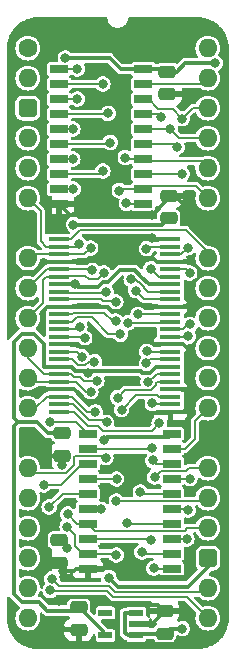
<source format=gtl>
%TF.GenerationSoftware,KiCad,Pcbnew,7.0.5*%
%TF.CreationDate,2024-02-19T14:58:04+02:00*%
%TF.ProjectId,Dual Comparator 8bit,4475616c-2043-46f6-9d70-617261746f72,rev?*%
%TF.SameCoordinates,PX54c81a0PY37b6b20*%
%TF.FileFunction,Copper,L1,Top*%
%TF.FilePolarity,Positive*%
%FSLAX46Y46*%
G04 Gerber Fmt 4.6, Leading zero omitted, Abs format (unit mm)*
G04 Created by KiCad (PCBNEW 7.0.5) date 2024-02-19 14:58:04*
%MOMM*%
%LPD*%
G01*
G04 APERTURE LIST*
G04 Aperture macros list*
%AMRoundRect*
0 Rectangle with rounded corners*
0 $1 Rounding radius*
0 $2 $3 $4 $5 $6 $7 $8 $9 X,Y pos of 4 corners*
0 Add a 4 corners polygon primitive as box body*
4,1,4,$2,$3,$4,$5,$6,$7,$8,$9,$2,$3,0*
0 Add four circle primitives for the rounded corners*
1,1,$1+$1,$2,$3*
1,1,$1+$1,$4,$5*
1,1,$1+$1,$6,$7*
1,1,$1+$1,$8,$9*
0 Add four rect primitives between the rounded corners*
20,1,$1+$1,$2,$3,$4,$5,0*
20,1,$1+$1,$4,$5,$6,$7,0*
20,1,$1+$1,$6,$7,$8,$9,0*
20,1,$1+$1,$8,$9,$2,$3,0*%
G04 Aperture macros list end*
%TA.AperFunction,SMDPad,CuDef*%
%ADD10R,1.150000X0.600000*%
%TD*%
%TA.AperFunction,SMDPad,CuDef*%
%ADD11R,1.550000X0.650000*%
%TD*%
%TA.AperFunction,SMDPad,CuDef*%
%ADD12R,1.800000X0.430000*%
%TD*%
%TA.AperFunction,ComponentPad*%
%ADD13C,1.600000*%
%TD*%
%TA.AperFunction,ComponentPad*%
%ADD14O,1.600000X1.600000*%
%TD*%
%TA.AperFunction,ComponentPad*%
%ADD15RoundRect,0.400000X-0.400000X-0.400000X0.400000X-0.400000X0.400000X0.400000X-0.400000X0.400000X0*%
%TD*%
%TA.AperFunction,ComponentPad*%
%ADD16R,1.600000X1.600000*%
%TD*%
%TA.AperFunction,SMDPad,CuDef*%
%ADD17RoundRect,0.250000X-0.475000X0.250000X-0.475000X-0.250000X0.475000X-0.250000X0.475000X0.250000X0*%
%TD*%
%TA.AperFunction,SMDPad,CuDef*%
%ADD18RoundRect,0.250000X0.475000X-0.250000X0.475000X0.250000X-0.475000X0.250000X-0.475000X-0.250000X0*%
%TD*%
%TA.AperFunction,ViaPad*%
%ADD19C,0.800000*%
%TD*%
%TA.AperFunction,Conductor*%
%ADD20C,0.380000*%
%TD*%
%TA.AperFunction,Conductor*%
%ADD21C,0.200000*%
%TD*%
%TA.AperFunction,Conductor*%
%ADD22C,0.350000*%
%TD*%
G04 APERTURE END LIST*
D10*
%TO.P,IC5,1,VIN*%
%TO.N,/5V*%
X9174000Y-49718000D03*
%TO.P,IC5,2,GND*%
%TO.N,/GND*%
X9174000Y-48768000D03*
%TO.P,IC5,3,EN*%
%TO.N,/5V*%
X9174000Y-47818000D03*
%TO.P,IC5,4,ADJ*%
%TO.N,unconnected-(IC5-ADJ-Pad4)*%
X6574000Y-47818000D03*
%TO.P,IC5,5,VOUT*%
%TO.N,/3.3V*%
X6574000Y-49718000D03*
%TD*%
D11*
%TO.P,IC3,1,~{OE}*%
%TO.N,/~{OE}*%
X2655000Y-1778000D03*
%TO.P,IC3,2,P0*%
%TO.N,/B0*%
X2655000Y-3048000D03*
%TO.P,IC3,3,Q0*%
%TO.N,/C0*%
X2655000Y-4318000D03*
%TO.P,IC3,4,P1*%
%TO.N,/B1*%
X2655000Y-5588000D03*
%TO.P,IC3,5,Q1*%
%TO.N,/C1*%
X2655000Y-6858000D03*
%TO.P,IC3,6,P2*%
%TO.N,/B2*%
X2655000Y-8128000D03*
%TO.P,IC3,7,Q2*%
%TO.N,/C2*%
X2655000Y-9398000D03*
%TO.P,IC3,8,P3*%
%TO.N,/B3*%
X2655000Y-10668000D03*
%TO.P,IC3,9,Q3*%
%TO.N,/C3*%
X2655000Y-11938000D03*
%TO.P,IC3,10,GND*%
%TO.N,/GND*%
X2655000Y-13208000D03*
%TO.P,IC3,11,P4*%
%TO.N,/B4*%
X9779000Y-13208000D03*
%TO.P,IC3,12,Q4*%
%TO.N,/C4*%
X9779000Y-11938000D03*
%TO.P,IC3,13,P5*%
%TO.N,/B5*%
X9779000Y-10668000D03*
%TO.P,IC3,14,Q5*%
%TO.N,/C5*%
X9779000Y-9398000D03*
%TO.P,IC3,15,P6*%
%TO.N,/B6*%
X9779000Y-8128000D03*
%TO.P,IC3,16,Q6*%
%TO.N,/C6*%
X9779000Y-6858000D03*
%TO.P,IC3,17,P7*%
%TO.N,/B7*%
X9779000Y-5588000D03*
%TO.P,IC3,18,Q7*%
%TO.N,/C7*%
X9779000Y-4318000D03*
%TO.P,IC3,19,~{P=Q}*%
%TO.N,/~{B=C}*%
X9779000Y-3048000D03*
%TO.P,IC3,20,5V*%
%TO.N,/5V*%
X9779000Y-1778000D03*
%TD*%
D12*
%TO.P,IC2,1,1~{OE}*%
%TO.N,/GND*%
X12066000Y-30797000D03*
%TO.P,IC2,2,1Q0*%
%TO.N,/A0*%
X12066000Y-30163000D03*
%TO.P,IC2,3,1Q1*%
%TO.N,/A1*%
X12066000Y-29527000D03*
%TO.P,IC2,4,GND*%
%TO.N,/GND*%
X12066000Y-28893000D03*
%TO.P,IC2,5,1Q2*%
%TO.N,/A2*%
X12066000Y-28257000D03*
%TO.P,IC2,6,1Q3*%
%TO.N,/A3*%
X12066000Y-27623000D03*
%TO.P,IC2,7,3V*%
%TO.N,/3.3V*%
X12066000Y-26987000D03*
%TO.P,IC2,8,1Q4*%
%TO.N,/A4*%
X12066000Y-26353000D03*
%TO.P,IC2,9,1Q5*%
%TO.N,/A5*%
X12066000Y-25717000D03*
%TO.P,IC2,10,GND*%
%TO.N,/GND*%
X12066000Y-25083000D03*
%TO.P,IC2,11,1Q6*%
%TO.N,/A6*%
X12066000Y-24447000D03*
%TO.P,IC2,12,1Q7*%
%TO.N,/A7*%
X12066000Y-23813000D03*
%TO.P,IC2,13,2Q0*%
%TO.N,/B0*%
X12066000Y-23177000D03*
%TO.P,IC2,14,2Q1*%
%TO.N,/B1*%
X12066000Y-22543000D03*
%TO.P,IC2,15,GND*%
%TO.N,/GND*%
X12066000Y-21907000D03*
%TO.P,IC2,16,2Q2*%
%TO.N,/B2*%
X12066000Y-21273000D03*
%TO.P,IC2,17,2Q3*%
%TO.N,/B3*%
X12066000Y-20637000D03*
%TO.P,IC2,18,3V*%
%TO.N,/3.3V*%
X12066000Y-20003000D03*
%TO.P,IC2,19,2Q4*%
%TO.N,/B4*%
X12066000Y-19367000D03*
%TO.P,IC2,20,2Q5*%
%TO.N,/B5*%
X12066000Y-18733000D03*
%TO.P,IC2,21,GND*%
%TO.N,/GND*%
X12066000Y-18097000D03*
%TO.P,IC2,22,2Q6*%
%TO.N,/B6*%
X12066000Y-17463000D03*
%TO.P,IC2,23,2Q7*%
%TO.N,/B7*%
X12066000Y-16827000D03*
%TO.P,IC2,24,2~{OE}*%
%TO.N,/GND*%
X12066000Y-16193000D03*
%TO.P,IC2,25,2LE*%
%TO.N,/Write B*%
X2666000Y-16193000D03*
%TO.P,IC2,26,2D7*%
%TO.N,/D7*%
X2666000Y-16827000D03*
%TO.P,IC2,27,2D6*%
%TO.N,/D6*%
X2666000Y-17463000D03*
%TO.P,IC2,28,GND*%
%TO.N,/GND*%
X2666000Y-18097000D03*
%TO.P,IC2,29,2D5*%
%TO.N,/D5*%
X2666000Y-18733000D03*
%TO.P,IC2,30,2D4*%
%TO.N,/D4*%
X2666000Y-19367000D03*
%TO.P,IC2,31,3V*%
%TO.N,/3.3V*%
X2666000Y-20003000D03*
%TO.P,IC2,32,2D3*%
%TO.N,/D3*%
X2666000Y-20637000D03*
%TO.P,IC2,33,2D2*%
%TO.N,/D2*%
X2666000Y-21273000D03*
%TO.P,IC2,34,GND*%
%TO.N,/GND*%
X2666000Y-21907000D03*
%TO.P,IC2,35,2D1*%
%TO.N,/D1*%
X2666000Y-22543000D03*
%TO.P,IC2,36,2D0*%
%TO.N,/D0*%
X2666000Y-23177000D03*
%TO.P,IC2,37,1D7*%
%TO.N,/D7*%
X2666000Y-23813000D03*
%TO.P,IC2,38,1D6*%
%TO.N,/D6*%
X2666000Y-24447000D03*
%TO.P,IC2,39,GND*%
%TO.N,/GND*%
X2666000Y-25083000D03*
%TO.P,IC2,40,1D5*%
%TO.N,/D5*%
X2666000Y-25717000D03*
%TO.P,IC2,41,1D4*%
%TO.N,/D4*%
X2666000Y-26353000D03*
%TO.P,IC2,42,3V*%
%TO.N,/3.3V*%
X2666000Y-26987000D03*
%TO.P,IC2,43,1D3*%
%TO.N,/D3*%
X2666000Y-27623000D03*
%TO.P,IC2,44,1D2*%
%TO.N,/D2*%
X2666000Y-28257000D03*
%TO.P,IC2,45,GND*%
%TO.N,/GND*%
X2666000Y-28893000D03*
%TO.P,IC2,46,1D1*%
%TO.N,/D1*%
X2666000Y-29527000D03*
%TO.P,IC2,47,1D0*%
%TO.N,/D0*%
X2666000Y-30163000D03*
%TO.P,IC2,48,1LE*%
%TO.N,/Write A*%
X2666000Y-30797000D03*
%TD*%
D11*
%TO.P,IC1,1,~{OE}*%
%TO.N,/~{OE}*%
X5074000Y-32639000D03*
%TO.P,IC1,2,P0*%
%TO.N,/A0*%
X5074000Y-33909000D03*
%TO.P,IC1,3,Q0*%
%TO.N,/C0*%
X5074000Y-35179000D03*
%TO.P,IC1,4,P1*%
%TO.N,/A1*%
X5074000Y-36449000D03*
%TO.P,IC1,5,Q1*%
%TO.N,/C1*%
X5074000Y-37719000D03*
%TO.P,IC1,6,P2*%
%TO.N,/A2*%
X5074000Y-38989000D03*
%TO.P,IC1,7,Q2*%
%TO.N,/C2*%
X5074000Y-40259000D03*
%TO.P,IC1,8,P3*%
%TO.N,/A3*%
X5074000Y-41529000D03*
%TO.P,IC1,9,Q3*%
%TO.N,/C3*%
X5074000Y-42799000D03*
%TO.P,IC1,10,GND*%
%TO.N,/GND*%
X5074000Y-44069000D03*
%TO.P,IC1,11,P4*%
%TO.N,/A4*%
X12198000Y-44069000D03*
%TO.P,IC1,12,Q4*%
%TO.N,/C4*%
X12198000Y-42799000D03*
%TO.P,IC1,13,P5*%
%TO.N,/A5*%
X12198000Y-41529000D03*
%TO.P,IC1,14,Q5*%
%TO.N,/C5*%
X12198000Y-40259000D03*
%TO.P,IC1,15,P6*%
%TO.N,/A6*%
X12198000Y-38989000D03*
%TO.P,IC1,16,Q6*%
%TO.N,/C6*%
X12198000Y-37719000D03*
%TO.P,IC1,17,P7*%
%TO.N,/A7*%
X12198000Y-36449000D03*
%TO.P,IC1,18,Q7*%
%TO.N,/C7*%
X12198000Y-35179000D03*
%TO.P,IC1,19,~{P=Q}*%
%TO.N,/~{A=C}*%
X12198000Y-33909000D03*
%TO.P,IC1,20,5V*%
%TO.N,/5V*%
X12198000Y-32639000D03*
%TD*%
D13*
%TO.P,J2,1,Pin_1*%
%TO.N,unconnected-(J2-Pin_1-Pad1)*%
X0Y0D03*
D14*
%TO.P,J2,2,Pin_2*%
%TO.N,unconnected-(J2-Pin_2-Pad2)*%
X0Y-2540000D03*
D15*
%TO.P,J2,3,Pin_3*%
%TO.N,/5V*%
X0Y-5080000D03*
D14*
%TO.P,J2,4,Pin_4*%
%TO.N,unconnected-(J2-Pin_4-Pad4)*%
X0Y-7620000D03*
%TO.P,J2,5,Pin_5*%
%TO.N,unconnected-(J2-Pin_5-Pad5)*%
X0Y-10160000D03*
%TO.P,J2,6,Pin_6*%
%TO.N,/D7*%
X0Y-12700000D03*
D16*
%TO.P,J2,7,Pin_7*%
%TO.N,/GND*%
X0Y-15240000D03*
D14*
%TO.P,J2,8,Pin_8*%
%TO.N,/D6*%
X0Y-17780000D03*
%TO.P,J2,9,Pin_9*%
%TO.N,/D5*%
X0Y-20320000D03*
%TO.P,J2,10,Pin_10*%
%TO.N,/D4*%
X0Y-22860000D03*
%TO.P,J2,11,Pin_11*%
%TO.N,/D3*%
X0Y-25400000D03*
%TO.P,J2,12,Pin_12*%
%TO.N,/D2*%
X0Y-27940000D03*
%TO.P,J2,13,Pin_13*%
%TO.N,/D1*%
X0Y-30480000D03*
D16*
%TO.P,J2,14,Pin_14*%
%TO.N,/GND*%
X0Y-33020000D03*
D14*
%TO.P,J2,15,Pin_15*%
%TO.N,/D0*%
X0Y-35560000D03*
%TO.P,J2,16,Pin_16*%
%TO.N,/~{OE}*%
X0Y-38100000D03*
%TO.P,J2,17,Pin_17*%
%TO.N,unconnected-(J2-Pin_17-Pad17)*%
X0Y-40640000D03*
%TO.P,J2,18,Pin_18*%
%TO.N,unconnected-(J2-Pin_18-Pad18)*%
X0Y-43180000D03*
%TO.P,J2,19,Pin_19*%
%TO.N,unconnected-(J2-Pin_19-Pad19)*%
X0Y-45720000D03*
%TO.P,J2,20,Pin_20*%
%TO.N,unconnected-(J2-Pin_20-Pad20)*%
X0Y-48260000D03*
%TO.P,J2,21,Pin_21*%
%TO.N,/C0*%
X15240000Y-48260000D03*
%TO.P,J2,22,Pin_22*%
%TO.N,/C1*%
X15240000Y-45720000D03*
D15*
%TO.P,J2,23,Pin_23*%
%TO.N,/5V*%
X15240000Y-43180000D03*
D14*
%TO.P,J2,24,Pin_24*%
%TO.N,/C2*%
X15240000Y-40640000D03*
%TO.P,J2,25,Pin_25*%
%TO.N,/C3*%
X15240000Y-38100000D03*
%TO.P,J2,26,Pin_26*%
%TO.N,/Write A*%
X15240000Y-35560000D03*
D16*
%TO.P,J2,27,Pin_27*%
%TO.N,/GND*%
X15240000Y-33020000D03*
D14*
%TO.P,J2,28,Pin_28*%
%TO.N,/~{A=C}*%
X15240000Y-30480000D03*
%TO.P,J2,29,Pin_29*%
%TO.N,unconnected-(J2-Pin_29-Pad29)*%
X15240000Y-27940000D03*
%TO.P,J2,30,Pin_30*%
%TO.N,unconnected-(J2-Pin_30-Pad30)*%
X15240000Y-25400000D03*
%TO.P,J2,31,Pin_31*%
%TO.N,unconnected-(J2-Pin_31-Pad31)*%
X15240000Y-22860000D03*
%TO.P,J2,32,Pin_32*%
%TO.N,unconnected-(J2-Pin_32-Pad32)*%
X15240000Y-20320000D03*
%TO.P,J2,33,Pin_33*%
%TO.N,/Write B*%
X15240000Y-17780000D03*
D16*
%TO.P,J2,34,Pin_34*%
%TO.N,/GND*%
X15240000Y-15240000D03*
D14*
%TO.P,J2,35,Pin_35*%
%TO.N,/C4*%
X15240000Y-12700000D03*
%TO.P,J2,36,Pin_36*%
%TO.N,/C5*%
X15240000Y-10160000D03*
%TO.P,J2,37,Pin_37*%
%TO.N,/C6*%
X15240000Y-7620000D03*
%TO.P,J2,38,Pin_38*%
%TO.N,/C7*%
X15240000Y-5080000D03*
%TO.P,J2,39,Pin_39*%
%TO.N,/~{B=C}*%
X15240000Y-2540000D03*
%TO.P,J2,40,Pin_40*%
%TO.N,unconnected-(J2-Pin_40-Pad40)*%
X15240000Y0D03*
%TD*%
D17*
%TO.P,C2,1*%
%TO.N,/3.3V*%
X2921000Y-32594000D03*
%TO.P,C2,2*%
%TO.N,/GND*%
X2921000Y-34494000D03*
%TD*%
D18*
%TO.P,C1,1*%
%TO.N,/3.3V*%
X11938000Y-14396000D03*
%TO.P,C1,2*%
%TO.N,/GND*%
X11938000Y-12496000D03*
%TD*%
D17*
%TO.P,C4,1*%
%TO.N,/5V*%
X11811000Y-1987000D03*
%TO.P,C4,2*%
%TO.N,/GND*%
X11811000Y-3887000D03*
%TD*%
D18*
%TO.P,C8,1*%
%TO.N,/5V*%
X11582400Y-49575000D03*
%TO.P,C8,2*%
%TO.N,/GND*%
X11582400Y-47675000D03*
%TD*%
D17*
%TO.P,C3,1*%
%TO.N,/5V*%
X2667000Y-41661000D03*
%TO.P,C3,2*%
%TO.N,/GND*%
X2667000Y-43561000D03*
%TD*%
%TO.P,C9,1*%
%TO.N,/3.3V*%
X4318000Y-47326000D03*
%TO.P,C9,2*%
%TO.N,/GND*%
X4318000Y-49226000D03*
%TD*%
D19*
%TO.N,/GND*%
X635000Y-29210000D03*
%TO.N,/5V*%
X6436015Y-33154987D03*
X13081000Y-49149000D03*
X3175000Y-853498D03*
X3330250Y-42360818D03*
X15874984Y-1270000D03*
X6858000Y-44830998D03*
%TO.N,/GND*%
X10526165Y-16112053D03*
X13589000Y-254000D03*
X2921000Y-35306000D03*
X10505468Y-14132502D03*
X2987225Y-44250010D03*
X2794000Y-49149000D03*
X13716000Y-3937000D03*
X2664125Y-46835000D03*
%TO.N,/3.3V*%
X5080000Y-27497000D03*
X4008483Y-20007672D03*
X3857836Y-14937178D03*
%TO.N,/C3*%
X3329799Y-40514749D03*
X3856014Y-11938000D03*
X7493000Y-42926000D03*
X7493000Y-38354000D03*
%TO.N,/C2*%
X3810000Y-9398000D03*
X3393298Y-39461298D03*
%TO.N,/C1*%
X3810000Y-6858000D03*
X1800002Y-38862000D03*
X2042386Y-44927538D03*
%TO.N,/C0*%
X1894606Y-45916561D03*
X4191000Y-4318000D03*
X1351475Y-36976475D03*
%TO.N,/C7*%
X10575328Y-34908415D03*
X13081000Y-5969000D03*
%TO.N,/C6*%
X12041964Y-6834978D03*
X9525000Y-37592000D03*
%TO.N,/C5*%
X8255000Y-9271000D03*
X8382000Y-40197292D03*
%TO.N,/C4*%
X9652000Y-42672000D03*
X7747000Y-12065000D03*
%TO.N,/D0*%
X6670784Y-31695242D03*
X6604000Y-34674000D03*
X7845003Y-24230918D03*
%TO.N,/D1*%
X5715000Y-30795984D03*
X7445003Y-23114615D03*
%TO.N,/D2*%
X5334000Y-29083000D03*
X7462391Y-21509888D03*
%TO.N,/D3*%
X6640029Y-20687526D03*
X5853120Y-28193264D03*
%TO.N,/D4*%
X6437558Y-19056007D03*
X5631926Y-26543000D03*
%TO.N,/D5*%
X4573997Y-26125239D03*
X5474000Y-18788500D03*
%TO.N,/D6*%
X5322272Y-16929591D03*
X4822691Y-24545239D03*
%TO.N,/D7*%
X4374000Y-16612122D03*
X4408483Y-23622010D03*
%TO.N,/~{OE}*%
X4191006Y-1778000D03*
X1904994Y-31623000D03*
%TO.N,/A0*%
X10538119Y-30081747D03*
X10553432Y-33896568D03*
%TO.N,/A1*%
X7936000Y-30613402D03*
X7520947Y-36473611D03*
%TO.N,/A2*%
X7620000Y-29590992D03*
X6223000Y-39054000D03*
%TO.N,/A3*%
X10178507Y-28264084D03*
X10414000Y-41656000D03*
%TO.N,/A4*%
X10038864Y-26684084D03*
X10668000Y-44041000D03*
%TO.N,/A5*%
X13469840Y-41555755D03*
X10068360Y-25684517D03*
%TO.N,/A6*%
X13589000Y-39116000D03*
X13563272Y-24412814D03*
%TO.N,/A7*%
X13715996Y-36449000D03*
X13741288Y-23402047D03*
%TO.N,/B0*%
X6350000Y-3048000D03*
X8509000Y-23241000D03*
%TO.N,/B1*%
X6803998Y-5521773D03*
X9338963Y-22529770D03*
%TO.N,/B2*%
X9133454Y-20534494D03*
X6985000Y-8001000D03*
%TO.N,/B3*%
X6350000Y-10414000D03*
X8750487Y-19581215D03*
%TO.N,/B4*%
X8354162Y-13148525D03*
X10398696Y-18690300D03*
%TO.N,/B5*%
X13712928Y-19053072D03*
X13057000Y-10637213D03*
%TO.N,/B6*%
X12657000Y-8371490D03*
X13586207Y-16888207D03*
%TO.N,/B7*%
X10039041Y-16985388D03*
X11303000Y-5842000D03*
%TO.N,/Write A*%
X11124701Y-31759612D03*
X10733000Y-36308689D03*
%TD*%
D20*
%TO.N,/GND*%
X952000Y-28893000D02*
X635000Y-29210000D01*
X2666000Y-28893000D02*
X952000Y-28893000D01*
D21*
%TO.N,/D4*%
X5906565Y-19587000D02*
X6437558Y-19056007D01*
X5186023Y-19587000D02*
X5906565Y-19587000D01*
X4864411Y-19265388D02*
X5186023Y-19587000D01*
X2767612Y-19265388D02*
X4864411Y-19265388D01*
D22*
%TO.N,/3.3V*%
X4209018Y-20208207D02*
X4008483Y-20007672D01*
X5957110Y-20208207D02*
X4209018Y-20208207D01*
X6334310Y-19831007D02*
X5957110Y-20208207D01*
X6758574Y-19831007D02*
X6334310Y-19831007D01*
X7783366Y-18806215D02*
X6758574Y-19831007D01*
X9071503Y-18806215D02*
X7783366Y-18806215D01*
X9525487Y-19260199D02*
X9071503Y-18806215D01*
X9525487Y-19288199D02*
X9525487Y-19260199D01*
X9620155Y-19359494D02*
X9596782Y-19359494D01*
X10263661Y-20003000D02*
X9620155Y-19359494D01*
D21*
%TO.N,/D5*%
X5418500Y-18733000D02*
X5474000Y-18788500D01*
%TO.N,/D7*%
X2666000Y-16827000D02*
X4159122Y-16827000D01*
%TO.N,/D6*%
X2666000Y-17463000D02*
X4788863Y-17463000D01*
D22*
%TO.N,/3.3V*%
X9596782Y-19359494D02*
X9525487Y-19288199D01*
D21*
%TO.N,/D7*%
X4159122Y-16827000D02*
X4374000Y-16612122D01*
D22*
%TO.N,/3.3V*%
X12066000Y-20003000D02*
X10263661Y-20003000D01*
D21*
%TO.N,/D5*%
X2666000Y-18733000D02*
X5418500Y-18733000D01*
%TO.N,/D6*%
X4788863Y-17463000D02*
X5322272Y-16929591D01*
%TO.N,/D1*%
X1588000Y-29527000D02*
X635000Y-30480000D01*
X2666000Y-29527000D02*
X1588000Y-29527000D01*
%TO.N,/A7*%
X13576953Y-23402047D02*
X13741288Y-23402047D01*
X13166000Y-23813000D02*
X13576953Y-23402047D01*
X12066000Y-23813000D02*
X13166000Y-23813000D01*
%TO.N,/A6*%
X13529086Y-24447000D02*
X13563272Y-24412814D01*
X12066000Y-24447000D02*
X13529086Y-24447000D01*
D20*
%TO.N,/GND*%
X14652000Y-26590000D02*
X15748000Y-26590000D01*
X13145000Y-25083000D02*
X14652000Y-26590000D01*
X12066000Y-25083000D02*
X13145000Y-25083000D01*
D22*
%TO.N,/5V*%
X13335000Y-1270000D02*
X15874984Y-1270000D01*
X12618000Y-1987000D02*
X13335000Y-1270000D01*
X11811000Y-1987000D02*
X12618000Y-1987000D01*
D20*
X8219000Y-47818000D02*
X8209000Y-47828000D01*
X8209000Y-47828000D02*
X8209000Y-49484000D01*
X8209000Y-49484000D02*
X8443000Y-49718000D01*
X15240000Y-43180000D02*
X15240000Y-43942000D01*
X12198000Y-32639000D02*
X11951758Y-32885242D01*
X7620002Y-45593000D02*
X6858000Y-44830998D01*
D22*
X7874000Y-1778000D02*
X9779000Y-1778000D01*
X3175000Y-853498D02*
X6949498Y-853498D01*
D20*
X13589000Y-45593000D02*
X7620002Y-45593000D01*
D22*
X11430000Y-1778000D02*
X9779000Y-1778000D01*
D20*
X12008400Y-49149000D02*
X11779800Y-49377600D01*
X11951758Y-32885242D02*
X6705760Y-32885242D01*
X9174000Y-47818000D02*
X8219000Y-47818000D01*
X8443000Y-49718000D02*
X9174000Y-49718000D01*
X6705760Y-32885242D02*
X6436015Y-33154987D01*
X9335800Y-49575000D02*
X9183400Y-49727400D01*
X13081000Y-49149000D02*
X12008400Y-49149000D01*
D22*
X6949498Y-853498D02*
X7874000Y-1778000D01*
D20*
X2667000Y-41661000D02*
X3330250Y-42324250D01*
X11582400Y-49575000D02*
X9335800Y-49575000D01*
X15240000Y-43942000D02*
X13589000Y-45593000D01*
X3330250Y-42324250D02*
X3330250Y-42360818D01*
%TO.N,/GND*%
X16430000Y-34210000D02*
X16430000Y-41656000D01*
X3063125Y-46436000D02*
X2664125Y-46835000D01*
X4248255Y-25088032D02*
X4495462Y-25335239D01*
X-1190000Y-12207085D02*
X-492915Y-11510000D01*
X16096000Y-41990000D02*
X16430000Y-41656000D01*
X1386000Y-18097000D02*
X2666000Y-18097000D01*
X14732000Y-49530000D02*
X12877000Y-47675000D01*
X5102002Y-44040998D02*
X9441998Y-44040998D01*
X7088870Y-22299888D02*
X6695982Y-21907000D01*
X4495462Y-25335239D02*
X8065761Y-25335239D01*
X12066000Y-25083000D02*
X11213229Y-25083000D01*
X11024400Y-47117000D02*
X7192387Y-47117000D01*
X16430000Y-42418000D02*
X16430000Y-48752915D01*
X14050000Y-42452771D02*
X14512771Y-41990000D01*
X5074000Y-44069000D02*
X4064000Y-44069000D01*
X16430000Y-48752915D02*
X15652915Y-49530000D01*
X8349738Y-21739770D02*
X7789620Y-22299888D01*
D22*
X9541947Y-16112053D02*
X8636000Y-17018000D01*
D20*
X16002000Y-29130000D02*
X16430000Y-28702000D01*
X7192387Y-47117000D02*
X6511387Y-46436000D01*
X16067332Y-19130000D02*
X16161332Y-19130000D01*
X1474000Y-34494000D02*
X2921000Y-34494000D01*
D22*
X11938000Y-12496000D02*
X12496000Y-12496000D01*
D20*
X3579502Y-14132502D02*
X10505468Y-14132502D01*
X10212014Y-24712911D02*
X10582103Y-25083000D01*
X13356000Y-30787000D02*
X13346000Y-30797000D01*
X13346000Y-28893000D02*
X13356000Y-28903000D01*
X3946000Y-28893000D02*
X5025000Y-29972000D01*
X11213229Y-25083000D02*
X11184229Y-25112000D01*
X13335000Y-44831000D02*
X14050000Y-44116000D01*
D22*
X16415000Y-4593299D02*
X16415000Y-14065000D01*
D20*
X6695982Y-21907000D02*
X2666000Y-21907000D01*
X0Y-33020000D02*
X1474000Y-34494000D01*
X12877000Y-47675000D02*
X11582400Y-47675000D01*
X14512771Y-41990000D02*
X16002000Y-41990000D01*
X16495332Y-19558000D02*
X16067332Y-19130000D01*
D22*
X11861000Y-3937000D02*
X13716000Y-3937000D01*
D20*
X16495332Y-20747583D02*
X16495332Y-19558000D01*
X10232000Y-44831000D02*
X13335000Y-44831000D01*
X16002000Y-41990000D02*
X16096000Y-41990000D01*
X-1190000Y-16430000D02*
X-1190000Y-18272915D01*
X15732915Y-21510000D02*
X16495332Y-20747583D01*
X-1190000Y-14050000D02*
X-1190000Y-12207085D01*
X9666192Y-21739770D02*
X8349738Y-21739770D01*
X9833422Y-21907000D02*
X9666192Y-21739770D01*
D22*
X12066000Y-16193000D02*
X10607112Y-16193000D01*
D20*
X2666000Y-28893000D02*
X3946000Y-28893000D01*
X13743000Y-21510000D02*
X15732915Y-21510000D01*
X13583000Y-29130000D02*
X16002000Y-29130000D01*
X11582400Y-47675000D02*
X11024400Y-47117000D01*
X13356000Y-28903000D02*
X13583000Y-29130000D01*
X2794000Y-49149000D02*
X4241000Y-49149000D01*
X12066000Y-21907000D02*
X9833422Y-21907000D01*
X12066000Y-28893000D02*
X13346000Y-28893000D01*
X13346000Y-30797000D02*
X12066000Y-30797000D01*
X508000Y-11510000D02*
X2206000Y-13208000D01*
X15240000Y-33020000D02*
X16430000Y-31830000D01*
D22*
X15726701Y-3905000D02*
X16415000Y-4593299D01*
X16415000Y-14065000D02*
X15240000Y-15240000D01*
D20*
X3882990Y-44250010D02*
X2987225Y-44250010D01*
X12001991Y-30861009D02*
X10668000Y-30861009D01*
X2671032Y-25088032D02*
X4248255Y-25088032D01*
X16430000Y-29558000D02*
X16430000Y-29591000D01*
X8636000Y-17653000D02*
X8290500Y-17998500D01*
X14907085Y-19130000D02*
X16067332Y-19130000D01*
X13356000Y-28903000D02*
X13356000Y-30787000D01*
X7789620Y-22299888D02*
X7088870Y-22299888D01*
X10582103Y-25083000D02*
X12066000Y-25083000D01*
X2921000Y-34494000D02*
X2921000Y-35306000D01*
X15652915Y-49530000D02*
X14732000Y-49530000D01*
X12066000Y-18097000D02*
X10922625Y-18097000D01*
X0Y-15240000D02*
X-1190000Y-16430000D01*
X16002000Y-41990000D02*
X16430000Y-42418000D01*
X2667000Y-43561000D02*
X2667000Y-43929785D01*
D22*
X11938000Y-12699970D02*
X10505468Y-14132502D01*
D20*
X4829768Y-18097000D02*
X2666000Y-18097000D01*
X8065761Y-25335239D02*
X8688089Y-24712911D01*
X16002000Y-29130000D02*
X16430000Y-29558000D01*
X2655000Y-13208000D02*
X3579502Y-14132502D01*
X8763000Y-17780000D02*
X8636000Y-17653000D01*
X0Y-15240000D02*
X-1190000Y-14050000D01*
X12066000Y-21907000D02*
X13346000Y-21907000D01*
D22*
X10607112Y-16193000D02*
X10526165Y-16112053D01*
D20*
X10005000Y-31524000D02*
X10668000Y-30861000D01*
X14050000Y-44116000D02*
X14050000Y-42452771D01*
D22*
X13716000Y-3937000D02*
X13748000Y-3905000D01*
D20*
X4928268Y-17998500D02*
X4829768Y-18097000D01*
X13874085Y-18097000D02*
X14907085Y-19130000D01*
X15748000Y-26590000D02*
X15969000Y-26590000D01*
X16430000Y-25908000D02*
X16430000Y-22207085D01*
X8636000Y-17018000D02*
X8636000Y-17653000D01*
X-492915Y-18970000D02*
X513000Y-18970000D01*
X-492915Y-11510000D02*
X508000Y-11510000D01*
X15748000Y-26590000D02*
X16430000Y-25908000D01*
X6064771Y-29972000D02*
X7616771Y-31524000D01*
X15240000Y-33020000D02*
X16430000Y-34210000D01*
X16161332Y-19130000D02*
X16495332Y-18796000D01*
X6511387Y-46436000D02*
X3063125Y-46436000D01*
D22*
X13748000Y-3905000D02*
X15726701Y-3905000D01*
D20*
X16430000Y-31830000D02*
X16430000Y-29591000D01*
X513000Y-18970000D02*
X1386000Y-18097000D01*
X-1190000Y-18272915D02*
X-492915Y-18970000D01*
X7616771Y-31524000D02*
X10005000Y-31524000D01*
X10605625Y-17780000D02*
X8763000Y-17780000D01*
X8290500Y-17998500D02*
X4928268Y-17998500D01*
X16430000Y-22207085D02*
X15732915Y-21510000D01*
X2667000Y-43929785D02*
X2987225Y-44250010D01*
X9441998Y-44040998D02*
X10232000Y-44831000D01*
X10922625Y-18097000D02*
X10605625Y-17780000D01*
X16495332Y-16495332D02*
X15240000Y-15240000D01*
X9174000Y-48768000D02*
X10489400Y-48768000D01*
D22*
X10526165Y-16112053D02*
X9541947Y-16112053D01*
D20*
X4064000Y-44069000D02*
X3882990Y-44250010D01*
X10489400Y-48768000D02*
X11582400Y-47675000D01*
X16430000Y-28702000D02*
X16430000Y-27051000D01*
X12066000Y-18097000D02*
X13874085Y-18097000D01*
X16495332Y-18796000D02*
X16495332Y-16495332D01*
X13346000Y-21907000D02*
X13743000Y-21510000D01*
X5025000Y-29972000D02*
X6064771Y-29972000D01*
X15969000Y-26590000D02*
X16430000Y-27051000D01*
X8688089Y-24712911D02*
X10212014Y-24712911D01*
X12066000Y-30797000D02*
X12001991Y-30861009D01*
D22*
X12496000Y-12496000D02*
X15240000Y-15240000D01*
D20*
%TO.N,/3.3V*%
X10828864Y-27011313D02*
X10366093Y-27474084D01*
X-492915Y-24210000D02*
X492915Y-24210000D01*
X5244000Y-27333000D02*
X5080000Y-27497000D01*
X9570551Y-27333000D02*
X5244000Y-27333000D01*
X10366093Y-27474084D02*
X9711635Y-27474084D01*
X4898239Y-27315239D02*
X5080000Y-27497000D01*
D22*
X11938000Y-14396000D02*
X11396822Y-14937178D01*
D20*
X-492915Y-46910000D02*
X-1190000Y-46212915D01*
X-1190000Y-32004000D02*
X-856000Y-31670000D01*
X-1190000Y-31336000D02*
X-1190000Y-24907085D01*
X6329000Y-49337000D02*
X4318000Y-47326000D01*
X4065352Y-27299508D02*
X4081083Y-27315239D01*
X6329000Y-49718000D02*
X6329000Y-49337000D01*
X1405000Y-26987000D02*
X2666000Y-26987000D01*
X936000Y-46910000D02*
X-492915Y-46910000D01*
X10828864Y-27005139D02*
X10828864Y-27011313D01*
X4019544Y-27299508D02*
X4065352Y-27299508D01*
X10847003Y-26987000D02*
X10828864Y-27005139D01*
X9711635Y-27474084D02*
X9570551Y-27333000D01*
D22*
X11396822Y-14937178D02*
X3857836Y-14937178D01*
D20*
X-856000Y-31670000D02*
X-1190000Y-31336000D01*
X1376000Y-25093085D02*
X1376000Y-26958000D01*
X492915Y-24210000D02*
X1376000Y-25093085D01*
X-1190000Y-24907085D02*
X-492915Y-24210000D01*
X4003811Y-20003000D02*
X4008483Y-20007672D01*
X3707036Y-26987000D02*
X4019544Y-27299508D01*
X1376000Y-26958000D02*
X1405000Y-26987000D01*
X2666000Y-20003000D02*
X4003811Y-20003000D01*
X1733000Y-32594000D02*
X2921000Y-32594000D01*
X-1190000Y-46212915D02*
X-1190000Y-32004000D01*
X4019000Y-47625000D02*
X1651000Y-47625000D01*
X2666000Y-26987000D02*
X3707036Y-26987000D01*
X12066000Y-26987000D02*
X10847003Y-26987000D01*
X-856000Y-31670000D02*
X809000Y-31670000D01*
X1651000Y-47625000D02*
X936000Y-46910000D01*
X809000Y-31670000D02*
X1733000Y-32594000D01*
X4081083Y-27315239D02*
X4898239Y-27315239D01*
D21*
%TO.N,/C3*%
X4644000Y-42799000D02*
X3999000Y-42154000D01*
X2655000Y-11938000D02*
X3856014Y-11938000D01*
X14986000Y-38354000D02*
X7493000Y-38354000D01*
X7366000Y-42799000D02*
X7493000Y-42926000D01*
X3999000Y-41183950D02*
X3329799Y-40514749D01*
X3999000Y-42154000D02*
X3999000Y-41183950D01*
X5074000Y-42799000D02*
X7366000Y-42799000D01*
%TO.N,/C2*%
X8972899Y-40884000D02*
X8959607Y-40897292D01*
X13273000Y-40884000D02*
X8972899Y-40884000D01*
X13517000Y-40640000D02*
X13273000Y-40884000D01*
X2655000Y-9398000D02*
X3810000Y-9398000D01*
X8959607Y-40897292D02*
X5712292Y-40897292D01*
X15240000Y-40640000D02*
X13517000Y-40640000D01*
X5074000Y-40259000D02*
X4191000Y-40259000D01*
X5712292Y-40897292D02*
X5074000Y-40259000D01*
X4191000Y-40259000D02*
X3393298Y-39461298D01*
%TO.N,/C1*%
X14877000Y-46083000D02*
X7417038Y-46083000D01*
X2660848Y-45546000D02*
X2042386Y-44927538D01*
X7417038Y-46083000D02*
X6880037Y-45546000D01*
X6880037Y-45546000D02*
X2660848Y-45546000D01*
X2943002Y-37719000D02*
X1800002Y-38862000D01*
X5074000Y-37719000D02*
X2943002Y-37719000D01*
X2655000Y-6858000D02*
X3810000Y-6858000D01*
%TO.N,/C0*%
X13463000Y-46483000D02*
X7251353Y-46483000D01*
X1924045Y-45946000D02*
X1894606Y-45916561D01*
X2832210Y-36976475D02*
X1351475Y-36976475D01*
X6714353Y-45946000D02*
X1924045Y-45946000D01*
X15240000Y-48260000D02*
X13463000Y-46483000D01*
X4629685Y-35179000D02*
X2832210Y-36976475D01*
X7251353Y-46483000D02*
X6714353Y-45946000D01*
X2655000Y-4318000D02*
X4191000Y-4318000D01*
%TO.N,/C7*%
X12198000Y-35179000D02*
X10845913Y-35179000D01*
X15240000Y-5080000D02*
X13970000Y-5080000D01*
X13970000Y-5080000D02*
X13081000Y-5969000D01*
X10229000Y-4318000D02*
X11053000Y-5142000D01*
X10845913Y-35179000D02*
X10575328Y-34908415D01*
X12254000Y-5142000D02*
X13081000Y-5969000D01*
X11053000Y-5142000D02*
X12254000Y-5142000D01*
%TO.N,/C6*%
X9779000Y-6858000D02*
X12018942Y-6858000D01*
X15240000Y-7620000D02*
X12826986Y-7620000D01*
X12826986Y-7620000D02*
X12041964Y-6834978D01*
X12018942Y-6858000D02*
X12041964Y-6834978D01*
X9652000Y-37719000D02*
X9525000Y-37592000D01*
X12198000Y-37719000D02*
X9652000Y-37719000D01*
%TO.N,/C5*%
X12198000Y-40259000D02*
X8443708Y-40259000D01*
X9957975Y-9576975D02*
X14656975Y-9576975D01*
X9779000Y-9398000D02*
X8382000Y-9398000D01*
X8382000Y-9398000D02*
X8255000Y-9271000D01*
X14656975Y-9576975D02*
X15240000Y-10160000D01*
X8443708Y-40259000D02*
X8382000Y-40197292D01*
%TO.N,/C4*%
X14236000Y-11696000D02*
X15240000Y-12700000D01*
X10021000Y-11696000D02*
X14236000Y-11696000D01*
X9779000Y-11938000D02*
X7874000Y-11938000D01*
X9779000Y-42799000D02*
X9652000Y-42672000D01*
X7874000Y-11938000D02*
X7747000Y-12065000D01*
X9779000Y-11938000D02*
X10021000Y-11696000D01*
X12198000Y-42799000D02*
X9779000Y-42799000D01*
%TO.N,/D0*%
X3766000Y-23177000D02*
X4146000Y-22797000D01*
X3946000Y-34607000D02*
X4009000Y-34544000D01*
X5169315Y-31496000D02*
X6471542Y-31496000D01*
X2666000Y-23177000D02*
X3766000Y-23177000D01*
X3946000Y-35297000D02*
X3946000Y-34607000D01*
X6474000Y-34544000D02*
X6604000Y-34674000D01*
X2666000Y-30163000D02*
X3836315Y-30163000D01*
X6471542Y-31496000D02*
X6670784Y-31695242D01*
X3237000Y-36006000D02*
X3946000Y-35297000D01*
X446000Y-36006000D02*
X3237000Y-36006000D01*
X3836315Y-30163000D02*
X5169315Y-31496000D01*
X4146000Y-22797000D02*
X5398000Y-22797000D01*
X5398000Y-22797000D02*
X6831918Y-24230918D01*
X6831918Y-24230918D02*
X7845003Y-24230918D01*
X4009000Y-34544000D02*
X6474000Y-34544000D01*
%TO.N,/D1*%
X7210633Y-23114615D02*
X7445003Y-23114615D01*
X2666000Y-22543000D02*
X3766000Y-22543000D01*
X3766000Y-29527000D02*
X5034984Y-30795984D01*
X5034984Y-30795984D02*
X5715000Y-30795984D01*
X2666000Y-29527000D02*
X3766000Y-29527000D01*
X3912000Y-22397000D02*
X6493018Y-22397000D01*
X3766000Y-22543000D02*
X3912000Y-22397000D01*
X6493018Y-22397000D02*
X7210633Y-23114615D01*
%TO.N,/D2*%
X2666000Y-21273000D02*
X6235553Y-21273000D01*
X2666000Y-28257000D02*
X4095364Y-28257000D01*
X4921364Y-29083000D02*
X5334000Y-29083000D01*
X2666000Y-28257000D02*
X317000Y-28257000D01*
X6235553Y-21273000D02*
X6368939Y-21406386D01*
X7358889Y-21406386D02*
X7462391Y-21509888D01*
X6368939Y-21406386D02*
X7358889Y-21406386D01*
X4095364Y-28257000D02*
X4921364Y-29083000D01*
%TO.N,/D3*%
X4790050Y-28197000D02*
X5849384Y-28197000D01*
X3878119Y-27805239D02*
X4398289Y-27805239D01*
X0Y-26274965D02*
X0Y-25400000D01*
X6620130Y-20707425D02*
X6640029Y-20687526D01*
X2666000Y-27623000D02*
X3650072Y-27623000D01*
X3862388Y-27789508D02*
X3878119Y-27805239D01*
X5849384Y-28197000D02*
X5853120Y-28193264D01*
X1348035Y-27623000D02*
X0Y-26274965D01*
X4398289Y-27805239D02*
X4790050Y-28197000D01*
X3650072Y-27623000D02*
X3816580Y-27789508D01*
X2666000Y-27623000D02*
X1348035Y-27623000D01*
X3816580Y-27789508D02*
X3862388Y-27789508D01*
X2736425Y-20707425D02*
X6620130Y-20707425D01*
%TO.N,/D4*%
X3766000Y-26353000D02*
X4238239Y-26825239D01*
X1270000Y-21590000D02*
X0Y-22860000D01*
X1270000Y-19663000D02*
X1270000Y-21590000D01*
X4863947Y-26825239D02*
X5146186Y-26543000D01*
X2666000Y-19367000D02*
X1566000Y-19367000D01*
X1566000Y-19367000D02*
X1270000Y-19663000D01*
X2666000Y-26353000D02*
X3766000Y-26353000D01*
X4238239Y-26825239D02*
X4863947Y-26825239D01*
X5146186Y-26543000D02*
X5631926Y-26543000D01*
%TO.N,/D5*%
X4165758Y-25717000D02*
X4573997Y-26125239D01*
X2666000Y-18733000D02*
X1587000Y-18733000D01*
X1587000Y-18733000D02*
X0Y-20320000D01*
X2666000Y-25717000D02*
X4165758Y-25717000D01*
%TO.N,/D6*%
X2666000Y-24447000D02*
X4724452Y-24447000D01*
X2666000Y-17463000D02*
X317000Y-17463000D01*
X4724452Y-24447000D02*
X4822691Y-24545239D01*
%TO.N,/D7*%
X1100000Y-16361000D02*
X1100000Y-13800000D01*
X1100000Y-13800000D02*
X0Y-12700000D01*
X4217493Y-23813000D02*
X4408483Y-23622010D01*
X2666000Y-16827000D02*
X1566000Y-16827000D01*
X1566000Y-16827000D02*
X1100000Y-16361000D01*
X2666000Y-23813000D02*
X4217493Y-23813000D01*
%TO.N,/~{OE}*%
X4058000Y-31623000D02*
X1904994Y-31623000D01*
X5074000Y-32639000D02*
X4058000Y-31623000D01*
X2655000Y-1778000D02*
X4191006Y-1778000D01*
%TO.N,/A0*%
X12066000Y-30163000D02*
X10619372Y-30163000D01*
X5139000Y-33974000D02*
X10476000Y-33974000D01*
X10619372Y-30163000D02*
X10538119Y-30081747D01*
X10476000Y-33974000D02*
X10553432Y-33896568D01*
%TO.N,/A1*%
X9178393Y-29371009D02*
X7936000Y-30613402D01*
X11109987Y-29527000D02*
X10953996Y-29371009D01*
X7496336Y-36449000D02*
X7520947Y-36473611D01*
X12066000Y-29527000D02*
X11109987Y-29527000D01*
X10953996Y-29371009D02*
X9178393Y-29371009D01*
X5074000Y-36449000D02*
X7496336Y-36449000D01*
%TO.N,/A2*%
X12066000Y-28257000D02*
X10966000Y-28257000D01*
X10878507Y-28344493D02*
X10878507Y-28554034D01*
X10468457Y-28964084D02*
X9888557Y-28964084D01*
X5074000Y-38989000D02*
X6158000Y-38989000D01*
X10878507Y-28554034D02*
X10468457Y-28964084D01*
X6158000Y-38989000D02*
X6223000Y-39054000D01*
X9883317Y-28958844D02*
X8252148Y-28958844D01*
X9888557Y-28964084D02*
X9883317Y-28958844D01*
X8252148Y-28958844D02*
X7620000Y-29590992D01*
X10966000Y-28257000D02*
X10878507Y-28344493D01*
%TO.N,/A3*%
X10910141Y-27623000D02*
X10569057Y-27964084D01*
X10569057Y-27964084D02*
X10478507Y-27964084D01*
X12066000Y-27623000D02*
X10910141Y-27623000D01*
X10478507Y-27964084D02*
X10178507Y-28264084D01*
X10287000Y-41529000D02*
X10414000Y-41656000D01*
X5074000Y-41529000D02*
X10287000Y-41529000D01*
%TO.N,/A4*%
X12198000Y-44069000D02*
X10696000Y-44069000D01*
X10369948Y-26353000D02*
X10038864Y-26684084D01*
X12066000Y-26353000D02*
X10369948Y-26353000D01*
X10696000Y-44069000D02*
X10668000Y-44041000D01*
%TO.N,/A5*%
X10100843Y-25717000D02*
X10068360Y-25684517D01*
X12198000Y-41529000D02*
X13443085Y-41529000D01*
X12066000Y-25717000D02*
X10100843Y-25717000D01*
X13443085Y-41529000D02*
X13469840Y-41555755D01*
%TO.N,/A6*%
X13462000Y-38989000D02*
X13589000Y-39116000D01*
X12198000Y-38989000D02*
X13462000Y-38989000D01*
%TO.N,/A7*%
X12198000Y-36449000D02*
X13715996Y-36449000D01*
%TO.N,/~{A=C}*%
X14140000Y-31580000D02*
X15240000Y-30480000D01*
X12198000Y-33909000D02*
X13335000Y-33909000D01*
X13335000Y-33909000D02*
X14140000Y-33104000D01*
X14140000Y-33104000D02*
X14140000Y-31580000D01*
%TO.N,/B0*%
X2655000Y-3048000D02*
X6350000Y-3048000D01*
X12002000Y-23241000D02*
X8509000Y-23241000D01*
%TO.N,/B1*%
X6737771Y-5588000D02*
X6803998Y-5521773D01*
X12066000Y-22543000D02*
X9352193Y-22543000D01*
X2655000Y-5588000D02*
X6737771Y-5588000D01*
X9352193Y-22543000D02*
X9338963Y-22529770D01*
%TO.N,/B2*%
X6858000Y-8128000D02*
X6985000Y-8001000D01*
X9871960Y-21273000D02*
X9133454Y-20534494D01*
X12066000Y-21273000D02*
X9871960Y-21273000D01*
X2655000Y-8128000D02*
X6858000Y-8128000D01*
%TO.N,/B3*%
X10146171Y-20637000D02*
X9833454Y-20324283D01*
X9833454Y-20324283D02*
X9833454Y-20244544D01*
X2655000Y-10668000D02*
X6096000Y-10668000D01*
X9343665Y-19834494D02*
X9090386Y-19581215D01*
X6096000Y-10668000D02*
X6350000Y-10414000D01*
X11261260Y-20637000D02*
X10146171Y-20637000D01*
X9423404Y-19834494D02*
X9343665Y-19834494D01*
X9090386Y-19581215D02*
X8750487Y-19581215D01*
X9833454Y-20244544D02*
X9423404Y-19834494D01*
%TO.N,/B4*%
X11075396Y-19367000D02*
X10398696Y-18690300D01*
X9779000Y-13208000D02*
X8413637Y-13208000D01*
X12066000Y-19367000D02*
X11075396Y-19367000D01*
X8413637Y-13208000D02*
X8354162Y-13148525D01*
%TO.N,/B5*%
X12066000Y-18733000D02*
X13392856Y-18733000D01*
X13026213Y-10668000D02*
X13057000Y-10637213D01*
X13392856Y-18733000D02*
X13712928Y-19053072D01*
X9779000Y-10668000D02*
X13026213Y-10668000D01*
%TO.N,/B6*%
X12066000Y-17463000D02*
X13011414Y-17463000D01*
X12413510Y-8128000D02*
X12657000Y-8371490D01*
X13011414Y-17463000D02*
X13586207Y-16888207D01*
X9779000Y-8128000D02*
X12413510Y-8128000D01*
%TO.N,/B7*%
X12066000Y-16827000D02*
X10197429Y-16827000D01*
X9779000Y-5588000D02*
X11049000Y-5588000D01*
X10197429Y-16827000D02*
X10039041Y-16985388D01*
X11049000Y-5588000D02*
X11303000Y-5842000D01*
%TO.N,/Write B*%
X13354004Y-15412053D02*
X15240000Y-17298049D01*
X2666000Y-16193000D02*
X3675843Y-16193000D01*
X4456790Y-15412053D02*
X13354004Y-15412053D01*
X3675843Y-16193000D02*
X4456790Y-15412053D01*
%TO.N,/Write A*%
X3904629Y-30797000D02*
X5092821Y-31985192D01*
X6380834Y-32395242D02*
X10489071Y-32395242D01*
X5970784Y-31985192D02*
X6380834Y-32395242D01*
X2666000Y-30797000D02*
X3904629Y-30797000D01*
X13371048Y-35804000D02*
X11237689Y-35804000D01*
X5092821Y-31985192D02*
X5970784Y-31985192D01*
X13615048Y-35560000D02*
X13371048Y-35804000D01*
X15240000Y-35560000D02*
X13615048Y-35560000D01*
X10489071Y-32395242D02*
X11124701Y-31759612D01*
X11237689Y-35804000D02*
X10733000Y-36308689D01*
%TO.N,/~{B=C}*%
X14732000Y-3048000D02*
X15240000Y-2540000D01*
X9779000Y-3048000D02*
X14732000Y-3048000D01*
%TD*%
%TA.AperFunction,Conductor*%
%TO.N,/GND*%
G36*
X6584848Y-46316185D02*
G01*
X6605490Y-46332819D01*
X6968715Y-46696044D01*
X6984839Y-46715899D01*
X6989916Y-46723669D01*
X6989918Y-46723671D01*
X7015858Y-46743860D01*
X7021621Y-46748950D01*
X7024047Y-46751376D01*
X7040752Y-46763303D01*
X7042785Y-46764818D01*
X7082227Y-46795517D01*
X7082228Y-46795517D01*
X7082229Y-46795518D01*
X7088671Y-46799004D01*
X7095289Y-46802241D01*
X7143175Y-46816497D01*
X7145595Y-46817272D01*
X7192865Y-46833500D01*
X7192870Y-46833500D01*
X7200121Y-46834710D01*
X7207399Y-46835617D01*
X7257315Y-46833552D01*
X7259874Y-46833500D01*
X10368872Y-46833500D01*
X10435911Y-46853185D01*
X10481666Y-46905989D01*
X10491610Y-46975147D01*
X10474410Y-47022597D01*
X10423046Y-47105869D01*
X10423041Y-47105880D01*
X10367894Y-47272302D01*
X10367893Y-47272309D01*
X10357400Y-47375013D01*
X10357400Y-47425000D01*
X12807399Y-47425000D01*
X12807399Y-47375028D01*
X12807398Y-47375013D01*
X12796905Y-47272302D01*
X12741758Y-47105880D01*
X12741753Y-47105869D01*
X12690390Y-47022597D01*
X12671949Y-46955205D01*
X12692871Y-46888541D01*
X12746513Y-46843771D01*
X12795928Y-46833500D01*
X13266456Y-46833500D01*
X13333495Y-46853185D01*
X13354137Y-46869819D01*
X13690600Y-47206282D01*
X13690600Y-48921945D01*
X13661220Y-48844477D01*
X13571483Y-48714470D01*
X13453240Y-48609717D01*
X13453238Y-48609716D01*
X13453237Y-48609715D01*
X13313365Y-48536303D01*
X13159986Y-48498500D01*
X13159985Y-48498500D01*
X13002015Y-48498500D01*
X13002014Y-48498500D01*
X12848634Y-48536303D01*
X12848631Y-48536304D01*
X12824887Y-48548766D01*
X12756378Y-48562489D01*
X12691326Y-48536995D01*
X12650384Y-48480378D01*
X12646550Y-48410613D01*
X12661727Y-48373870D01*
X12741755Y-48244126D01*
X12741758Y-48244119D01*
X12796905Y-48077697D01*
X12796906Y-48077690D01*
X12807399Y-47974986D01*
X12807400Y-47974973D01*
X12807400Y-47925000D01*
X10357401Y-47925000D01*
X10357401Y-47974989D01*
X10367705Y-48075851D01*
X10354935Y-48144544D01*
X10307054Y-48195428D01*
X10239264Y-48212348D01*
X10173088Y-48189932D01*
X10145081Y-48162763D01*
X10106191Y-48110814D01*
X10106185Y-48110807D01*
X10049188Y-48068139D01*
X10007318Y-48012205D01*
X9999500Y-47968873D01*
X9999500Y-47493323D01*
X9999499Y-47493321D01*
X9984967Y-47420264D01*
X9984966Y-47420260D01*
X9966294Y-47392315D01*
X9929601Y-47337399D01*
X9846740Y-47282034D01*
X9846739Y-47282033D01*
X9846735Y-47282032D01*
X9773677Y-47267500D01*
X9773674Y-47267500D01*
X8574326Y-47267500D01*
X8574323Y-47267500D01*
X8501264Y-47282032D01*
X8501260Y-47282033D01*
X8418397Y-47337400D01*
X8414613Y-47341185D01*
X8353288Y-47374667D01*
X8326935Y-47377500D01*
X8247227Y-47377500D01*
X8240288Y-47377110D01*
X8226025Y-47375503D01*
X8202342Y-47372834D01*
X8146347Y-47383430D01*
X8144062Y-47383818D01*
X8087692Y-47392315D01*
X8079758Y-47394762D01*
X8071867Y-47397523D01*
X8021495Y-47424145D01*
X8019427Y-47425189D01*
X7968051Y-47449931D01*
X7961206Y-47454597D01*
X7954465Y-47459573D01*
X7917480Y-47496557D01*
X7912294Y-47501192D01*
X7882442Y-47524999D01*
X7882440Y-47525001D01*
X7882190Y-47525369D01*
X7875996Y-47532593D01*
X7876499Y-47532994D01*
X7870710Y-47540253D01*
X7864508Y-47550993D01*
X7862046Y-47554912D01*
X7850331Y-47572097D01*
X7848988Y-47573990D01*
X7815147Y-47619844D01*
X7811248Y-47627221D01*
X7807640Y-47634715D01*
X7790841Y-47689172D01*
X7790117Y-47691372D01*
X7771290Y-47745178D01*
X7769745Y-47753340D01*
X7768500Y-47761605D01*
X7768500Y-47818595D01*
X7768457Y-47820879D01*
X7767960Y-47834176D01*
X7766324Y-47877877D01*
X7767365Y-47887110D01*
X7766508Y-47887206D01*
X7768500Y-47902319D01*
X7768500Y-49455771D01*
X7768110Y-49462719D01*
X7763834Y-49500656D01*
X7769728Y-49531805D01*
X7774438Y-49556698D01*
X7774821Y-49558952D01*
X7783315Y-49615305D01*
X7785781Y-49623301D01*
X7788521Y-49631130D01*
X7815145Y-49681504D01*
X7816190Y-49683574D01*
X7840930Y-49734948D01*
X7845586Y-49741778D01*
X7850569Y-49748528D01*
X7850571Y-49748532D01*
X7890876Y-49788837D01*
X7892459Y-49790481D01*
X7931250Y-49832287D01*
X7938516Y-49838081D01*
X7937978Y-49838754D01*
X7950072Y-49848033D01*
X8111555Y-50009516D01*
X8116191Y-50014704D01*
X8132525Y-50035185D01*
X8139999Y-50044557D01*
X8187121Y-50076684D01*
X8188970Y-50077996D01*
X8209163Y-50092899D01*
X8234841Y-50111851D01*
X8242216Y-50115748D01*
X8249713Y-50119359D01*
X8249715Y-50119360D01*
X8304206Y-50136167D01*
X8306367Y-50136879D01*
X8359641Y-50155521D01*
X8408881Y-50190840D01*
X8409760Y-50189962D01*
X8415094Y-50195295D01*
X8416416Y-50196244D01*
X8417390Y-50197592D01*
X8418396Y-50198597D01*
X8418399Y-50198601D01*
X8501260Y-50253966D01*
X8501264Y-50253967D01*
X8574321Y-50268499D01*
X8574324Y-50268500D01*
X8574326Y-50268500D01*
X9773676Y-50268500D01*
X9773677Y-50268499D01*
X9846740Y-50253966D01*
X9929601Y-50198601D01*
X9984966Y-50115740D01*
X9984967Y-50115735D01*
X9984968Y-50115733D01*
X9985054Y-50115304D01*
X9985498Y-50114454D01*
X9989640Y-50104456D01*
X9990534Y-50104826D01*
X10017441Y-50053394D01*
X10078158Y-50018822D01*
X10106670Y-50015500D01*
X10562734Y-50015500D01*
X10629773Y-50035185D01*
X10662001Y-50065189D01*
X10663603Y-50067329D01*
X10663604Y-50067331D01*
X10749854Y-50182546D01*
X10793883Y-50215506D01*
X10865064Y-50268793D01*
X10865071Y-50268797D01*
X10999917Y-50319091D01*
X10999916Y-50319091D01*
X11006844Y-50319835D01*
X11059527Y-50325500D01*
X12105272Y-50325499D01*
X12164883Y-50319091D01*
X12299731Y-50268796D01*
X12414946Y-50182546D01*
X12501196Y-50067331D01*
X12551491Y-49932483D01*
X12557900Y-49872873D01*
X12557900Y-49814225D01*
X12577585Y-49747187D01*
X12630389Y-49701432D01*
X12699547Y-49691488D01*
X12739522Y-49704428D01*
X12848635Y-49761696D01*
X12925324Y-49780597D01*
X13002014Y-49799500D01*
X13002015Y-49799500D01*
X13159985Y-49799500D01*
X13313365Y-49761696D01*
X13338441Y-49748535D01*
X13453240Y-49688283D01*
X13571483Y-49583530D01*
X13661220Y-49453523D01*
X13690600Y-49376053D01*
X13690600Y-50873232D01*
X2031831Y-50873232D01*
X2031175Y-49476000D01*
X3093001Y-49476000D01*
X3093001Y-49525986D01*
X3103494Y-49628697D01*
X3158641Y-49795119D01*
X3158643Y-49795124D01*
X3250684Y-49944345D01*
X3374654Y-50068315D01*
X3523875Y-50160356D01*
X3523880Y-50160358D01*
X3690302Y-50215505D01*
X3690309Y-50215506D01*
X3793019Y-50225999D01*
X4067999Y-50225999D01*
X4068000Y-50225998D01*
X4068000Y-49476000D01*
X3093001Y-49476000D01*
X2031175Y-49476000D01*
X2030513Y-48065500D01*
X3453274Y-48065500D01*
X3520313Y-48085185D01*
X3566068Y-48137989D01*
X3576012Y-48207147D01*
X3546987Y-48270703D01*
X3518371Y-48295039D01*
X3374654Y-48383684D01*
X3250684Y-48507654D01*
X3158643Y-48656875D01*
X3158641Y-48656880D01*
X3103494Y-48823302D01*
X3103493Y-48823309D01*
X3093000Y-48926013D01*
X3093000Y-48976000D01*
X4444000Y-48976000D01*
X4511039Y-48995685D01*
X4556794Y-49048489D01*
X4568000Y-49100000D01*
X4568000Y-50225999D01*
X4842972Y-50225999D01*
X4842986Y-50225998D01*
X4945697Y-50215505D01*
X5112119Y-50160358D01*
X5112124Y-50160356D01*
X5261345Y-50068315D01*
X5385315Y-49944345D01*
X5477356Y-49795124D01*
X5477358Y-49795119D01*
X5506794Y-49706288D01*
X5546566Y-49648843D01*
X5611082Y-49622020D01*
X5679858Y-49634335D01*
X5731058Y-49681878D01*
X5748500Y-49745292D01*
X5748500Y-50042678D01*
X5763032Y-50115735D01*
X5763033Y-50115739D01*
X5776673Y-50136153D01*
X5818399Y-50198601D01*
X5859404Y-50225999D01*
X5901260Y-50253966D01*
X5901264Y-50253967D01*
X5974321Y-50268499D01*
X5974324Y-50268500D01*
X5974326Y-50268500D01*
X7173676Y-50268500D01*
X7173677Y-50268499D01*
X7246740Y-50253966D01*
X7329601Y-50198601D01*
X7384966Y-50115740D01*
X7399500Y-50042674D01*
X7399500Y-49393326D01*
X7399500Y-49393323D01*
X7399499Y-49393321D01*
X7384967Y-49320264D01*
X7384966Y-49320260D01*
X7375316Y-49305818D01*
X7329601Y-49237399D01*
X7246740Y-49182034D01*
X7246739Y-49182033D01*
X7246735Y-49182032D01*
X7173677Y-49167500D01*
X7173674Y-49167500D01*
X6814207Y-49167500D01*
X6747168Y-49147815D01*
X6702487Y-49097301D01*
X6697072Y-49086058D01*
X6697071Y-49086057D01*
X6697070Y-49086054D01*
X6697067Y-49086051D01*
X6692381Y-49079176D01*
X6687428Y-49072466D01*
X6676973Y-49062011D01*
X6647108Y-49032146D01*
X6645526Y-49030503D01*
X6606748Y-48988711D01*
X6599484Y-48982918D01*
X6600020Y-48982245D01*
X6587930Y-48972968D01*
X6195143Y-48580181D01*
X6161658Y-48518858D01*
X6166642Y-48449166D01*
X6208514Y-48393233D01*
X6273978Y-48368816D01*
X6282824Y-48368500D01*
X7173676Y-48368500D01*
X7173677Y-48368499D01*
X7246740Y-48353966D01*
X7329601Y-48298601D01*
X7384966Y-48215740D01*
X7399500Y-48142674D01*
X7399500Y-47493326D01*
X7399500Y-47493323D01*
X7399499Y-47493321D01*
X7384967Y-47420264D01*
X7384966Y-47420260D01*
X7366294Y-47392315D01*
X7329601Y-47337399D01*
X7246740Y-47282034D01*
X7246739Y-47282033D01*
X7246735Y-47282032D01*
X7173677Y-47267500D01*
X7173674Y-47267500D01*
X5974326Y-47267500D01*
X5974323Y-47267500D01*
X5901264Y-47282032D01*
X5901260Y-47282033D01*
X5818399Y-47337399D01*
X5763033Y-47420260D01*
X5763032Y-47420264D01*
X5748500Y-47493321D01*
X5748500Y-47834176D01*
X5728815Y-47901215D01*
X5676011Y-47946970D01*
X5606853Y-47956914D01*
X5543297Y-47927889D01*
X5536819Y-47921857D01*
X5329818Y-47714856D01*
X5296333Y-47653533D01*
X5293499Y-47627175D01*
X5293499Y-47623882D01*
X5293500Y-47623873D01*
X5293499Y-47028128D01*
X5287091Y-46968517D01*
X5271478Y-46926657D01*
X5236797Y-46833671D01*
X5236793Y-46833664D01*
X5150547Y-46718455D01*
X5150544Y-46718452D01*
X5035335Y-46632206D01*
X5035328Y-46632202D01*
X4900482Y-46581908D01*
X4900483Y-46581908D01*
X4840883Y-46575501D01*
X4840881Y-46575500D01*
X4840873Y-46575500D01*
X4840864Y-46575500D01*
X3795129Y-46575500D01*
X3795123Y-46575501D01*
X3735516Y-46581908D01*
X3600671Y-46632202D01*
X3600664Y-46632206D01*
X3485455Y-46718452D01*
X3485452Y-46718455D01*
X3399206Y-46833664D01*
X3399202Y-46833671D01*
X3348908Y-46968517D01*
X3342501Y-47028116D01*
X3342501Y-47028123D01*
X3342500Y-47028135D01*
X3342500Y-47060500D01*
X3322815Y-47127539D01*
X3270011Y-47173294D01*
X3218500Y-47184500D01*
X2030100Y-47184500D01*
X2029803Y-46553206D01*
X2126971Y-46529257D01*
X2266846Y-46455844D01*
X2385089Y-46351091D01*
X2385798Y-46350062D01*
X2386513Y-46349483D01*
X2390063Y-46345477D01*
X2390728Y-46346066D01*
X2440077Y-46306072D01*
X2487850Y-46296500D01*
X6517809Y-46296500D01*
X6584848Y-46316185D01*
G37*
%TD.AperFunction*%
%TA.AperFunction,Conductor*%
G36*
X10441851Y-48294310D02*
G01*
X10476673Y-48331071D01*
X10515084Y-48393345D01*
X10639054Y-48517315D01*
X10788275Y-48609356D01*
X10788280Y-48609358D01*
X10880540Y-48639930D01*
X10937985Y-48679702D01*
X10964808Y-48744218D01*
X10952493Y-48812994D01*
X10904950Y-48864194D01*
X10884871Y-48873817D01*
X10865074Y-48881201D01*
X10865064Y-48881206D01*
X10749856Y-48967452D01*
X10749855Y-48967453D01*
X10749854Y-48967454D01*
X10663604Y-49082669D01*
X10663603Y-49082670D01*
X10662001Y-49084811D01*
X10606067Y-49126682D01*
X10562734Y-49134500D01*
X10373000Y-49134500D01*
X10305961Y-49114815D01*
X10260206Y-49062011D01*
X10251085Y-49020085D01*
X10249000Y-49018000D01*
X9048000Y-49018000D01*
X8980961Y-48998315D01*
X8935206Y-48945511D01*
X8924000Y-48894000D01*
X8924000Y-48642000D01*
X8943685Y-48574961D01*
X8996489Y-48529206D01*
X9048000Y-48518000D01*
X10249000Y-48518000D01*
X10249000Y-48420172D01*
X10248999Y-48420160D01*
X10247845Y-48409426D01*
X10260249Y-48340666D01*
X10307858Y-48289528D01*
X10375557Y-48272247D01*
X10441851Y-48294310D01*
G37*
%TD.AperFunction*%
%TA.AperFunction,Conductor*%
G36*
X9326175Y-41899185D02*
G01*
X9371930Y-41951989D01*
X9381874Y-42021147D01*
X9352849Y-42084703D01*
X9316762Y-42113296D01*
X9279762Y-42132714D01*
X9161516Y-42237471D01*
X9071781Y-42367475D01*
X9071780Y-42367476D01*
X9015762Y-42515181D01*
X8996722Y-42671999D01*
X8996722Y-42672000D01*
X9015762Y-42828818D01*
X9052619Y-42926000D01*
X9071780Y-42976523D01*
X9161517Y-43106530D01*
X9279760Y-43211283D01*
X9279762Y-43211284D01*
X9419634Y-43284696D01*
X9573014Y-43322500D01*
X9573015Y-43322500D01*
X9730985Y-43322500D01*
X9884365Y-43284696D01*
X9955919Y-43247141D01*
X10024240Y-43211283D01*
X10058779Y-43180683D01*
X10122013Y-43150963D01*
X10141006Y-43149500D01*
X10545558Y-43149500D01*
X10612597Y-43169185D01*
X10658352Y-43221989D01*
X10668296Y-43291147D01*
X10639271Y-43354703D01*
X10580493Y-43392477D01*
X10575232Y-43393897D01*
X10435634Y-43428303D01*
X10295762Y-43501715D01*
X10177516Y-43606471D01*
X10087781Y-43736475D01*
X10087780Y-43736476D01*
X10031762Y-43884181D01*
X10012722Y-44040999D01*
X10012722Y-44041000D01*
X10031762Y-44197818D01*
X10067373Y-44291715D01*
X10087780Y-44345523D01*
X10177517Y-44475530D01*
X10295760Y-44580283D01*
X10295762Y-44580284D01*
X10435634Y-44653696D01*
X10589014Y-44691500D01*
X10589015Y-44691500D01*
X10746985Y-44691500D01*
X10900365Y-44653696D01*
X11040237Y-44580285D01*
X11040238Y-44580283D01*
X11040240Y-44580283D01*
X11063239Y-44559907D01*
X11126468Y-44530187D01*
X11195732Y-44539369D01*
X11230829Y-44568898D01*
X11233763Y-44565965D01*
X11242396Y-44574598D01*
X11242397Y-44574599D01*
X11242399Y-44574601D01*
X11314857Y-44623015D01*
X11325260Y-44629966D01*
X11325264Y-44629967D01*
X11398321Y-44644499D01*
X11398324Y-44644500D01*
X11398326Y-44644500D01*
X12997676Y-44644500D01*
X12997677Y-44644499D01*
X13070740Y-44629966D01*
X13153601Y-44574601D01*
X13208966Y-44491740D01*
X13223500Y-44418674D01*
X13223500Y-43719326D01*
X13223500Y-43719323D01*
X13223499Y-43719321D01*
X13208967Y-43646264D01*
X13208966Y-43646260D01*
X13208966Y-43646259D01*
X13153601Y-43563399D01*
X13114244Y-43537102D01*
X13069439Y-43483491D01*
X13060730Y-43414166D01*
X13090884Y-43351139D01*
X13114243Y-43330898D01*
X13153601Y-43304601D01*
X13208966Y-43221740D01*
X13223500Y-43148674D01*
X13223500Y-42449326D01*
X13223500Y-42449323D01*
X13223499Y-42449321D01*
X13208967Y-42376264D01*
X13208966Y-42376263D01*
X13208966Y-42376260D01*
X13208964Y-42376257D01*
X13204293Y-42364979D01*
X13208005Y-42363441D01*
X13193829Y-42318210D01*
X13212295Y-42250825D01*
X13264261Y-42204120D01*
X13333228Y-42192924D01*
X13347480Y-42195564D01*
X13390855Y-42206255D01*
X13548825Y-42206255D01*
X13690599Y-42171311D01*
X13690600Y-44868438D01*
X13442858Y-45116181D01*
X13381535Y-45149666D01*
X13355177Y-45152500D01*
X7853825Y-45152500D01*
X7786786Y-45132815D01*
X7766144Y-45116181D01*
X7548001Y-44898038D01*
X7514516Y-44836715D01*
X7512587Y-44825313D01*
X7494237Y-44674180D01*
X7438220Y-44526475D01*
X7348483Y-44396468D01*
X7230240Y-44291715D01*
X7230238Y-44291714D01*
X7230237Y-44291713D01*
X7090365Y-44218301D01*
X6936986Y-44180498D01*
X6936985Y-44180498D01*
X6779015Y-44180498D01*
X6779014Y-44180498D01*
X6625634Y-44218301D01*
X6485761Y-44291713D01*
X6479588Y-44295975D01*
X6478796Y-44294828D01*
X6422905Y-44321095D01*
X6400361Y-44318104D01*
X6400362Y-44319000D01*
X5324000Y-44319000D01*
X5324000Y-44894000D01*
X5896828Y-44894000D01*
X5896844Y-44893999D01*
X5956372Y-44887598D01*
X5956376Y-44887597D01*
X6051163Y-44852244D01*
X6120855Y-44847260D01*
X6182178Y-44880745D01*
X6215663Y-44942068D01*
X6217593Y-44953477D01*
X6221763Y-44987817D01*
X6236824Y-45027529D01*
X6242191Y-45097192D01*
X6209044Y-45158698D01*
X6147906Y-45192520D01*
X6120882Y-45195500D01*
X2857392Y-45195500D01*
X2790353Y-45175815D01*
X2769711Y-45159181D01*
X2723075Y-45112545D01*
X2689590Y-45051222D01*
X2687660Y-45009922D01*
X2697664Y-44927538D01*
X2678623Y-44770720D01*
X2662788Y-44728968D01*
X2657422Y-44659308D01*
X2690569Y-44597802D01*
X2751706Y-44563980D01*
X2778731Y-44560999D01*
X3191972Y-44560999D01*
X3191986Y-44560998D01*
X3294697Y-44550505D01*
X3461119Y-44495358D01*
X3461130Y-44495353D01*
X3616018Y-44399817D01*
X3683410Y-44381376D01*
X3750074Y-44402298D01*
X3794843Y-44455940D01*
X3804404Y-44492096D01*
X3805401Y-44501373D01*
X3805403Y-44501379D01*
X3855645Y-44636086D01*
X3855649Y-44636093D01*
X3941809Y-44751187D01*
X3941812Y-44751190D01*
X4056906Y-44837350D01*
X4056913Y-44837354D01*
X4191620Y-44887596D01*
X4191627Y-44887598D01*
X4251155Y-44893999D01*
X4251172Y-44894000D01*
X4824000Y-44894000D01*
X4824000Y-43943000D01*
X4843685Y-43875961D01*
X4896489Y-43830206D01*
X4948000Y-43819000D01*
X6349000Y-43819000D01*
X6349000Y-43696172D01*
X6348999Y-43696155D01*
X6342598Y-43636627D01*
X6342596Y-43636620D01*
X6292354Y-43501913D01*
X6292350Y-43501906D01*
X6206190Y-43386812D01*
X6187427Y-43372766D01*
X6145557Y-43316832D01*
X6140573Y-43247141D01*
X6174059Y-43185818D01*
X6235382Y-43152333D01*
X6261739Y-43149500D01*
X6796461Y-43149500D01*
X6863500Y-43169185D01*
X6909255Y-43221989D01*
X6912401Y-43229525D01*
X6912777Y-43230518D01*
X6912779Y-43230521D01*
X6912780Y-43230523D01*
X7002517Y-43360530D01*
X7120760Y-43465283D01*
X7120762Y-43465284D01*
X7260634Y-43538696D01*
X7414014Y-43576500D01*
X7414015Y-43576500D01*
X7571985Y-43576500D01*
X7725365Y-43538696D01*
X7758087Y-43521522D01*
X7865240Y-43465283D01*
X7983483Y-43360530D01*
X8073220Y-43230523D01*
X8129237Y-43082818D01*
X8148278Y-42926000D01*
X8129237Y-42769182D01*
X8073220Y-42621477D01*
X7983483Y-42491470D01*
X7865240Y-42386717D01*
X7865238Y-42386716D01*
X7865237Y-42386715D01*
X7725365Y-42313303D01*
X7571986Y-42275500D01*
X7571985Y-42275500D01*
X7414015Y-42275500D01*
X7414014Y-42275500D01*
X7260634Y-42313303D01*
X7120762Y-42386715D01*
X7086221Y-42417316D01*
X7022987Y-42447037D01*
X7003994Y-42448500D01*
X6197744Y-42448500D01*
X6130705Y-42428815D01*
X6093153Y-42385478D01*
X6091752Y-42386415D01*
X6042900Y-42313303D01*
X6029601Y-42293399D01*
X5990244Y-42267102D01*
X5945439Y-42213491D01*
X5936730Y-42144166D01*
X5966884Y-42081139D01*
X5990243Y-42060898D01*
X6029601Y-42034601D01*
X6076424Y-41964524D01*
X6091752Y-41941585D01*
X6093756Y-41942924D01*
X6127030Y-41901640D01*
X6193325Y-41879579D01*
X6197744Y-41879500D01*
X9259136Y-41879500D01*
X9326175Y-41899185D01*
G37*
%TD.AperFunction*%
%TA.AperFunction,Conductor*%
G36*
X4017295Y-38089185D02*
G01*
X4054846Y-38132521D01*
X4056248Y-38131585D01*
X4118399Y-38224601D01*
X4157755Y-38250898D01*
X4202561Y-38304510D01*
X4211268Y-38373835D01*
X4181114Y-38436862D01*
X4157755Y-38457102D01*
X4118400Y-38483397D01*
X4063033Y-38566260D01*
X4063032Y-38566264D01*
X4048500Y-38639321D01*
X4048500Y-38897180D01*
X4028815Y-38964219D01*
X3976011Y-39009974D01*
X3906853Y-39019918D01*
X3843297Y-38990893D01*
X3842320Y-38990037D01*
X3765538Y-38922015D01*
X3765536Y-38922014D01*
X3765535Y-38922013D01*
X3625663Y-38848601D01*
X3472284Y-38810798D01*
X3472283Y-38810798D01*
X3314313Y-38810798D01*
X3314312Y-38810798D01*
X3160932Y-38848601D01*
X3021060Y-38922013D01*
X2902814Y-39026769D01*
X2813079Y-39156773D01*
X2813078Y-39156774D01*
X2757060Y-39304479D01*
X2738020Y-39461297D01*
X2738020Y-39461298D01*
X2757060Y-39618116D01*
X2808367Y-39753398D01*
X2813078Y-39765821D01*
X2874592Y-39854940D01*
X2895294Y-39884932D01*
X2917177Y-39951287D01*
X2899712Y-40018938D01*
X2875472Y-40048186D01*
X2839317Y-40080216D01*
X2749580Y-40210224D01*
X2749579Y-40210225D01*
X2693561Y-40357930D01*
X2674521Y-40514748D01*
X2674521Y-40514749D01*
X2693562Y-40671567D01*
X2720474Y-40742529D01*
X2725841Y-40812192D01*
X2692693Y-40873698D01*
X2631555Y-40907520D01*
X2604532Y-40910500D01*
X2144129Y-40910500D01*
X2144123Y-40910501D01*
X2084516Y-40916908D01*
X2027168Y-40938297D01*
X2026482Y-39476146D01*
X2032367Y-39474696D01*
X2172242Y-39401283D01*
X2290485Y-39296530D01*
X2380222Y-39166523D01*
X2436239Y-39018818D01*
X2455280Y-38862000D01*
X2445276Y-38779617D01*
X2456736Y-38710696D01*
X2480688Y-38676994D01*
X3051864Y-38105819D01*
X3113188Y-38072334D01*
X3139546Y-38069500D01*
X3950256Y-38069500D01*
X4017295Y-38089185D01*
G37*
%TD.AperFunction*%
%TA.AperFunction,Conductor*%
G36*
X13368188Y-39731544D02*
G01*
X13510014Y-39766500D01*
X13510015Y-39766500D01*
X13667985Y-39766500D01*
X13690599Y-39760926D01*
X13690600Y-40289500D01*
X13566206Y-40289500D01*
X13540761Y-40286861D01*
X13531685Y-40284958D01*
X13531682Y-40284958D01*
X13499068Y-40289023D01*
X13491392Y-40289500D01*
X13487960Y-40289500D01*
X13467716Y-40292877D01*
X13465193Y-40293245D01*
X13415606Y-40299426D01*
X13408575Y-40301519D01*
X13391906Y-40307243D01*
X13390990Y-40304576D01*
X13338170Y-40315850D01*
X13272802Y-40291178D01*
X13231150Y-40235081D01*
X13223500Y-40192202D01*
X13223500Y-39909326D01*
X13220815Y-39895828D01*
X13216897Y-39876132D01*
X13223123Y-39806543D01*
X13265985Y-39751365D01*
X13331874Y-39728119D01*
X13368188Y-39731544D01*
G37*
%TD.AperFunction*%
%TA.AperFunction,Conductor*%
G36*
X10018735Y-34344185D02*
G01*
X10064490Y-34396989D01*
X10074434Y-34466147D01*
X10053746Y-34518940D01*
X9995109Y-34603890D01*
X9995108Y-34603891D01*
X9939090Y-34751596D01*
X9920050Y-34908414D01*
X9920050Y-34908415D01*
X9939090Y-35065233D01*
X9990461Y-35200685D01*
X9995108Y-35212938D01*
X10084845Y-35342945D01*
X10203088Y-35447698D01*
X10203090Y-35447699D01*
X10342962Y-35521111D01*
X10359520Y-35525192D01*
X10419901Y-35560347D01*
X10451690Y-35622566D01*
X10444795Y-35692095D01*
X10401404Y-35746858D01*
X10387474Y-35755384D01*
X10360763Y-35769403D01*
X10242516Y-35874160D01*
X10152781Y-36004164D01*
X10152780Y-36004165D01*
X10096762Y-36151870D01*
X10077722Y-36308688D01*
X10077722Y-36308689D01*
X10096762Y-36465507D01*
X10133245Y-36561703D01*
X10152780Y-36613212D01*
X10242517Y-36743219D01*
X10360760Y-36847972D01*
X10360762Y-36847973D01*
X10500634Y-36921385D01*
X10654014Y-36959189D01*
X10654015Y-36959189D01*
X10811985Y-36959189D01*
X10965365Y-36921385D01*
X11055278Y-36874195D01*
X11123786Y-36860469D01*
X11188839Y-36885961D01*
X11216004Y-36915098D01*
X11242399Y-36954601D01*
X11242400Y-36954602D01*
X11281755Y-36980898D01*
X11326561Y-37034510D01*
X11335268Y-37103835D01*
X11305114Y-37166862D01*
X11281755Y-37187102D01*
X11242399Y-37213398D01*
X11180248Y-37306415D01*
X11178243Y-37305075D01*
X11144970Y-37346360D01*
X11078675Y-37368421D01*
X11074256Y-37368500D01*
X10221539Y-37368500D01*
X10154500Y-37348815D01*
X10108745Y-37296011D01*
X10105599Y-37288475D01*
X10105222Y-37287481D01*
X10105220Y-37287479D01*
X10105220Y-37287477D01*
X10015483Y-37157470D01*
X9897240Y-37052717D01*
X9897238Y-37052716D01*
X9897237Y-37052715D01*
X9757365Y-36979303D01*
X9603986Y-36941500D01*
X9603985Y-36941500D01*
X9446015Y-36941500D01*
X9446014Y-36941500D01*
X9292634Y-36979303D01*
X9152762Y-37052715D01*
X9114844Y-37086307D01*
X9061808Y-37133293D01*
X9034516Y-37157471D01*
X8944781Y-37287475D01*
X8944780Y-37287476D01*
X8888762Y-37435181D01*
X8869722Y-37591999D01*
X8869722Y-37592000D01*
X8888763Y-37748818D01*
X8921648Y-37835529D01*
X8927015Y-37905192D01*
X8893868Y-37966698D01*
X8832729Y-38000520D01*
X8805706Y-38003500D01*
X8106564Y-38003500D01*
X8039525Y-37983815D01*
X8004513Y-37949938D01*
X7983484Y-37919471D01*
X7957581Y-37896523D01*
X7865240Y-37814717D01*
X7865238Y-37814716D01*
X7865237Y-37814715D01*
X7725365Y-37741303D01*
X7571986Y-37703500D01*
X7571985Y-37703500D01*
X7414015Y-37703500D01*
X7414014Y-37703500D01*
X7260634Y-37741303D01*
X7120762Y-37814715D01*
X7002516Y-37919471D01*
X6912781Y-38049475D01*
X6912780Y-38049476D01*
X6856762Y-38197181D01*
X6837722Y-38353999D01*
X6837722Y-38354000D01*
X6849405Y-38450225D01*
X6837944Y-38519149D01*
X6791040Y-38570934D01*
X6723584Y-38589141D01*
X6656993Y-38567988D01*
X6644083Y-38557987D01*
X6595240Y-38514717D01*
X6595238Y-38514715D01*
X6455365Y-38441303D01*
X6301986Y-38403500D01*
X6301985Y-38403500D01*
X6144015Y-38403500D01*
X6142052Y-38403500D01*
X6075013Y-38383815D01*
X6029258Y-38331011D01*
X6019314Y-38261853D01*
X6038949Y-38210610D01*
X6047922Y-38197181D01*
X6084966Y-38141740D01*
X6099500Y-38068674D01*
X6099500Y-37369326D01*
X6099500Y-37369323D01*
X6099499Y-37369321D01*
X6084967Y-37296264D01*
X6084966Y-37296260D01*
X6079764Y-37288475D01*
X6029601Y-37213399D01*
X5990244Y-37187102D01*
X5945439Y-37133491D01*
X5936730Y-37064166D01*
X5966884Y-37001139D01*
X5990243Y-36980898D01*
X6029601Y-36954601D01*
X6075464Y-36885961D01*
X6091752Y-36861585D01*
X6093756Y-36862924D01*
X6127030Y-36821640D01*
X6193325Y-36799579D01*
X6197744Y-36799500D01*
X6890395Y-36799500D01*
X6957434Y-36819185D01*
X6992445Y-36853061D01*
X7030461Y-36908138D01*
X7030463Y-36908140D01*
X7030464Y-36908141D01*
X7148707Y-37012894D01*
X7148709Y-37012895D01*
X7288581Y-37086307D01*
X7441961Y-37124111D01*
X7441962Y-37124111D01*
X7599932Y-37124111D01*
X7753312Y-37086307D01*
X7753312Y-37086306D01*
X7893187Y-37012894D01*
X8011430Y-36908141D01*
X8101167Y-36778134D01*
X8157184Y-36630429D01*
X8176225Y-36473611D01*
X8164396Y-36376185D01*
X8157184Y-36316792D01*
X8134078Y-36255867D01*
X8101167Y-36169088D01*
X8011430Y-36039081D01*
X7893187Y-35934328D01*
X7893185Y-35934327D01*
X7893184Y-35934326D01*
X7753312Y-35860914D01*
X7599933Y-35823111D01*
X7599932Y-35823111D01*
X7441962Y-35823111D01*
X7441961Y-35823111D01*
X7288581Y-35860914D01*
X7148709Y-35934326D01*
X7030463Y-36039081D01*
X7026420Y-36044940D01*
X6972138Y-36088930D01*
X6924370Y-36098500D01*
X6197744Y-36098500D01*
X6130705Y-36078815D01*
X6093153Y-36035478D01*
X6091752Y-36036415D01*
X6029600Y-35943398D01*
X5992737Y-35918768D01*
X5990244Y-35917102D01*
X5945439Y-35863491D01*
X5936730Y-35794166D01*
X5966884Y-35731139D01*
X5990243Y-35710898D01*
X6029601Y-35684601D01*
X6084966Y-35601740D01*
X6099500Y-35528674D01*
X6099500Y-35348989D01*
X6119185Y-35281950D01*
X6171989Y-35236195D01*
X6241147Y-35226251D01*
X6281126Y-35239193D01*
X6371634Y-35286696D01*
X6525014Y-35324500D01*
X6525015Y-35324500D01*
X6682985Y-35324500D01*
X6836365Y-35286696D01*
X6856649Y-35276050D01*
X6976240Y-35213283D01*
X7094483Y-35108530D01*
X7184220Y-34978523D01*
X7240237Y-34830818D01*
X7259278Y-34674000D01*
X7240237Y-34517182D01*
X7240236Y-34517179D01*
X7240236Y-34517178D01*
X7230866Y-34492470D01*
X7225499Y-34422807D01*
X7258647Y-34361301D01*
X7319786Y-34327480D01*
X7346808Y-34324500D01*
X9951696Y-34324500D01*
X10018735Y-34344185D01*
G37*
%TD.AperFunction*%
%TA.AperFunction,Conductor*%
G36*
X2607021Y-37346660D02*
G01*
X2652776Y-37399464D01*
X2662720Y-37468622D01*
X2633695Y-37532178D01*
X2627663Y-37538656D01*
X2025855Y-38140462D01*
X2025474Y-37326975D01*
X2539982Y-37326975D01*
X2607021Y-37346660D01*
G37*
%TD.AperFunction*%
%TA.AperFunction,Conductor*%
G36*
X13294856Y-36947396D02*
G01*
X13311914Y-36960073D01*
X13343756Y-36988283D01*
X13343758Y-36988284D01*
X13483630Y-37061696D01*
X13637010Y-37099500D01*
X13690600Y-37099500D01*
X13690600Y-38003500D01*
X13347500Y-38003500D01*
X13280461Y-37983815D01*
X13234706Y-37931011D01*
X13223500Y-37879500D01*
X13223500Y-37369323D01*
X13223499Y-37369321D01*
X13208967Y-37296264D01*
X13208966Y-37296260D01*
X13203764Y-37288475D01*
X13153601Y-37213399D01*
X13114244Y-37187102D01*
X13069439Y-37133491D01*
X13060730Y-37064166D01*
X13090884Y-37001139D01*
X13114239Y-36980901D01*
X13153601Y-36954601D01*
X13153602Y-36954598D01*
X13160799Y-36949790D01*
X13227476Y-36928912D01*
X13294856Y-36947396D01*
G37*
%TD.AperFunction*%
%TA.AperFunction,Conductor*%
G36*
X13690600Y-35209500D02*
G01*
X13664254Y-35209500D01*
X13638809Y-35206861D01*
X13629733Y-35204958D01*
X13629730Y-35204958D01*
X13597116Y-35209023D01*
X13589440Y-35209500D01*
X13586008Y-35209500D01*
X13565764Y-35212877D01*
X13563241Y-35213245D01*
X13513654Y-35219426D01*
X13506623Y-35221519D01*
X13499666Y-35223907D01*
X13455735Y-35247682D01*
X13453459Y-35248853D01*
X13401963Y-35274029D01*
X13333090Y-35285790D01*
X13268792Y-35258448D01*
X13229484Y-35200685D01*
X13223500Y-35162630D01*
X13223500Y-34829323D01*
X13223499Y-34829321D01*
X13208967Y-34756264D01*
X13208966Y-34756260D01*
X13192189Y-34731151D01*
X13153601Y-34673399D01*
X13114244Y-34647102D01*
X13069439Y-34593491D01*
X13060730Y-34524166D01*
X13090884Y-34461139D01*
X13114243Y-34440898D01*
X13153601Y-34414601D01*
X13200651Y-34344185D01*
X13215752Y-34321585D01*
X13218937Y-34323713D01*
X13249085Y-34286287D01*
X13310196Y-34265932D01*
X13310119Y-34265314D01*
X13313210Y-34264928D01*
X13315374Y-34264208D01*
X13318912Y-34264217D01*
X13320312Y-34264042D01*
X13320315Y-34264043D01*
X13336759Y-34261993D01*
X13352939Y-34259977D01*
X13360615Y-34259500D01*
X13364035Y-34259500D01*
X13364040Y-34259500D01*
X13373303Y-34257954D01*
X13384278Y-34256123D01*
X13386811Y-34255753D01*
X13436393Y-34249573D01*
X13436399Y-34249569D01*
X13443451Y-34247470D01*
X13450377Y-34245092D01*
X13450381Y-34245092D01*
X13479266Y-34229459D01*
X13494329Y-34221308D01*
X13496590Y-34220143D01*
X13541484Y-34198198D01*
X13541487Y-34198194D01*
X13547453Y-34193935D01*
X13553254Y-34189419D01*
X13553258Y-34189418D01*
X13587101Y-34152653D01*
X13588826Y-34150854D01*
X13690600Y-34049080D01*
X13690600Y-35209500D01*
G37*
%TD.AperFunction*%
%TA.AperFunction,Conductor*%
G36*
X2088454Y-33201546D02*
G01*
X2119130Y-33224510D01*
X2203664Y-33287793D01*
X2203673Y-33287798D01*
X2223468Y-33295181D01*
X2279402Y-33337051D01*
X2303820Y-33402515D01*
X2288969Y-33470788D01*
X2239565Y-33520194D01*
X2219141Y-33529069D01*
X2126878Y-33559642D01*
X2126875Y-33559643D01*
X2023736Y-33623260D01*
X2023497Y-33114774D01*
X2088454Y-33201546D01*
G37*
%TD.AperFunction*%
%TA.AperFunction,Conductor*%
G36*
X13690600Y-33057716D02*
G01*
X13336940Y-33411376D01*
X13275617Y-33444861D01*
X13205925Y-33439877D01*
X13161578Y-33411376D01*
X13153601Y-33403399D01*
X13114907Y-33377545D01*
X13114244Y-33377102D01*
X13069439Y-33323491D01*
X13060730Y-33254166D01*
X13090884Y-33191139D01*
X13114243Y-33170898D01*
X13153601Y-33144601D01*
X13208966Y-33061740D01*
X13223500Y-32988674D01*
X13223500Y-32289326D01*
X13223500Y-32289323D01*
X13223499Y-32289321D01*
X13208967Y-32216264D01*
X13208966Y-32216260D01*
X13153601Y-32133399D01*
X13070740Y-32078034D01*
X13070739Y-32078033D01*
X13070735Y-32078032D01*
X12997677Y-32063500D01*
X12997674Y-32063500D01*
X11882963Y-32063500D01*
X11815924Y-32043815D01*
X11770169Y-31991011D01*
X11760524Y-31923935D01*
X11760034Y-31923876D01*
X11760254Y-31922059D01*
X11760225Y-31921853D01*
X11760370Y-31921106D01*
X11768754Y-31852063D01*
X11779979Y-31759612D01*
X11779979Y-31759611D01*
X11766785Y-31650946D01*
X11778246Y-31582023D01*
X11825150Y-31530237D01*
X11835749Y-31527250D01*
X11851000Y-31512000D01*
X11851000Y-31012000D01*
X12281000Y-31012000D01*
X12281000Y-31512000D01*
X13013828Y-31512000D01*
X13013844Y-31511999D01*
X13073372Y-31505598D01*
X13073379Y-31505596D01*
X13208086Y-31455354D01*
X13208093Y-31455350D01*
X13323187Y-31369190D01*
X13323190Y-31369187D01*
X13409350Y-31254093D01*
X13409354Y-31254086D01*
X13459596Y-31119379D01*
X13459598Y-31119372D01*
X13465999Y-31059844D01*
X13466000Y-31059827D01*
X13466000Y-31012000D01*
X12281000Y-31012000D01*
X11851000Y-31012000D01*
X10666000Y-31012000D01*
X10666000Y-31059844D01*
X10672401Y-31119372D01*
X10672403Y-31119382D01*
X10690851Y-31168843D01*
X10695835Y-31238534D01*
X10662349Y-31299857D01*
X10656897Y-31304990D01*
X10634217Y-31325082D01*
X10544482Y-31455087D01*
X10544481Y-31455088D01*
X10488463Y-31602793D01*
X10469423Y-31759611D01*
X10469423Y-31759612D01*
X10479425Y-31841994D01*
X10467964Y-31910917D01*
X10444011Y-31944620D01*
X10380206Y-32008424D01*
X10318886Y-32041908D01*
X10292527Y-32044742D01*
X7413592Y-32044742D01*
X7346553Y-32025057D01*
X7300798Y-31972253D01*
X7290854Y-31903095D01*
X7297650Y-31876772D01*
X7307020Y-31852063D01*
X7307020Y-31852062D01*
X7307021Y-31852060D01*
X7326062Y-31695242D01*
X7308998Y-31554702D01*
X7307021Y-31538423D01*
X7275416Y-31455088D01*
X7251004Y-31390719D01*
X7161267Y-31260712D01*
X7043024Y-31155959D01*
X7043022Y-31155958D01*
X7043021Y-31155957D01*
X6903149Y-31082545D01*
X6749770Y-31044742D01*
X6749769Y-31044742D01*
X6591799Y-31044742D01*
X6591798Y-31044742D01*
X6506731Y-31065708D01*
X6436928Y-31062638D01*
X6379867Y-31022318D01*
X6353662Y-30957548D01*
X6353961Y-30930364D01*
X6355472Y-30917926D01*
X6370278Y-30795984D01*
X6351237Y-30639166D01*
X6350061Y-30636066D01*
X6320199Y-30557326D01*
X6295220Y-30491461D01*
X6205483Y-30361454D01*
X6087240Y-30256701D01*
X6087238Y-30256700D01*
X6087237Y-30256699D01*
X5947365Y-30183287D01*
X5793986Y-30145484D01*
X5793985Y-30145484D01*
X5636015Y-30145484D01*
X5636014Y-30145484D01*
X5482634Y-30183287D01*
X5342762Y-30256699D01*
X5342759Y-30256701D01*
X5342760Y-30256701D01*
X5243812Y-30344359D01*
X5180580Y-30374080D01*
X5111317Y-30364896D01*
X5073906Y-30339224D01*
X4086190Y-29351508D01*
X4052705Y-29290185D01*
X4057689Y-29220493D01*
X4057691Y-29220488D01*
X4059598Y-29215375D01*
X4065999Y-29155844D01*
X4066000Y-29155827D01*
X4066000Y-29022679D01*
X4085685Y-28955640D01*
X4138489Y-28909885D01*
X4207647Y-28899941D01*
X4271203Y-28928966D01*
X4277666Y-28934984D01*
X4474081Y-29131399D01*
X4638726Y-29296044D01*
X4654853Y-29315902D01*
X4659927Y-29323669D01*
X4659929Y-29323671D01*
X4685869Y-29343860D01*
X4691632Y-29348950D01*
X4694057Y-29351375D01*
X4694059Y-29351377D01*
X4710754Y-29363297D01*
X4712809Y-29364829D01*
X4739417Y-29385538D01*
X4741968Y-29387524D01*
X4752440Y-29395674D01*
X4778328Y-29423088D01*
X4843517Y-29517530D01*
X4961760Y-29622283D01*
X4961762Y-29622284D01*
X5101634Y-29695696D01*
X5255014Y-29733500D01*
X5255015Y-29733500D01*
X5412985Y-29733500D01*
X5566365Y-29695696D01*
X5566365Y-29695695D01*
X5706240Y-29622283D01*
X5824483Y-29517530D01*
X5914220Y-29387523D01*
X5970237Y-29239818D01*
X5989278Y-29083000D01*
X5972653Y-28946083D01*
X5984113Y-28877164D01*
X6031017Y-28825377D01*
X6066073Y-28810744D01*
X6085485Y-28805960D01*
X6225360Y-28732547D01*
X6343603Y-28627794D01*
X6433340Y-28497787D01*
X6489357Y-28350082D01*
X6508398Y-28193264D01*
X6489357Y-28036446D01*
X6453338Y-27941471D01*
X6447971Y-27871808D01*
X6481118Y-27810302D01*
X6542257Y-27776480D01*
X6569280Y-27773500D01*
X9330717Y-27773500D01*
X9397756Y-27793185D01*
X9400840Y-27795576D01*
X9400957Y-27795406D01*
X9408632Y-27800638D01*
X9408634Y-27800641D01*
X9455756Y-27832768D01*
X9457605Y-27834080D01*
X9477798Y-27848983D01*
X9503476Y-27867935D01*
X9511698Y-27872280D01*
X9511514Y-27872627D01*
X9512834Y-27873818D01*
X9524894Y-27879906D01*
X9526022Y-27880675D01*
X9523895Y-27883793D01*
X9562267Y-27918397D01*
X9580620Y-27985814D01*
X9572586Y-28027328D01*
X9542270Y-28107265D01*
X9523229Y-28264083D01*
X9523229Y-28264084D01*
X9542270Y-28420902D01*
X9549654Y-28440373D01*
X9555021Y-28510036D01*
X9521873Y-28571543D01*
X9460735Y-28605364D01*
X9433712Y-28608344D01*
X8301354Y-28608344D01*
X8275909Y-28605705D01*
X8266833Y-28603802D01*
X8266830Y-28603802D01*
X8234216Y-28607867D01*
X8226540Y-28608344D01*
X8223108Y-28608344D01*
X8202864Y-28611721D01*
X8200341Y-28612089D01*
X8150754Y-28618270D01*
X8143723Y-28620363D01*
X8136766Y-28622751D01*
X8092835Y-28646526D01*
X8090559Y-28647697D01*
X8045661Y-28669647D01*
X8039714Y-28673892D01*
X8033887Y-28678428D01*
X8000061Y-28715173D01*
X7998287Y-28717021D01*
X7809274Y-28906034D01*
X7747951Y-28939519D01*
X7706721Y-28938996D01*
X7706430Y-28941396D01*
X7698985Y-28940492D01*
X7541015Y-28940492D01*
X7541014Y-28940492D01*
X7387634Y-28978295D01*
X7247762Y-29051707D01*
X7129516Y-29156463D01*
X7039781Y-29286467D01*
X7039780Y-29286468D01*
X6983762Y-29434173D01*
X6964722Y-29590991D01*
X6964722Y-29590992D01*
X6983762Y-29747810D01*
X7037492Y-29889481D01*
X7039780Y-29895515D01*
X7129517Y-30025522D01*
X7247760Y-30130275D01*
X7276738Y-30145484D01*
X7297069Y-30156155D01*
X7347281Y-30204740D01*
X7363255Y-30272759D01*
X7355384Y-30309922D01*
X7299763Y-30456583D01*
X7280722Y-30613401D01*
X7280722Y-30613402D01*
X7299762Y-30770220D01*
X7318859Y-30820573D01*
X7355780Y-30917925D01*
X7445517Y-31047932D01*
X7563760Y-31152685D01*
X7563762Y-31152686D01*
X7703634Y-31226098D01*
X7857014Y-31263902D01*
X7857015Y-31263902D01*
X8014985Y-31263902D01*
X8168365Y-31226098D01*
X8240058Y-31188470D01*
X8308240Y-31152685D01*
X8426483Y-31047932D01*
X8516220Y-30917925D01*
X8572237Y-30770220D01*
X8591278Y-30613402D01*
X8581274Y-30531019D01*
X8592734Y-30462098D01*
X8616686Y-30428396D01*
X9287255Y-29757828D01*
X9348579Y-29724343D01*
X9374937Y-29721509D01*
X9799384Y-29721509D01*
X9866423Y-29741194D01*
X9912178Y-29793998D01*
X9922122Y-29863156D01*
X9915326Y-29889481D01*
X9901881Y-29924929D01*
X9882841Y-30081746D01*
X9882841Y-30081747D01*
X9901881Y-30238565D01*
X9948488Y-30361455D01*
X9957899Y-30386270D01*
X10047636Y-30516277D01*
X10165879Y-30621030D01*
X10165881Y-30621031D01*
X10305753Y-30694443D01*
X10459133Y-30732247D01*
X10459134Y-30732247D01*
X10617104Y-30732247D01*
X10770484Y-30694443D01*
X10910359Y-30621030D01*
X10911191Y-30620292D01*
X10911935Y-30619942D01*
X10916538Y-30616766D01*
X10917065Y-30617530D01*
X10974419Y-30590565D01*
X11043684Y-30599740D01*
X11062319Y-30609997D01*
X11067414Y-30613401D01*
X11068260Y-30613966D01*
X11103777Y-30621031D01*
X11141321Y-30628499D01*
X11141324Y-30628500D01*
X11141326Y-30628500D01*
X12990676Y-30628500D01*
X12990677Y-30628499D01*
X13063740Y-30613966D01*
X13080304Y-30602898D01*
X13146982Y-30582020D01*
X13149196Y-30582000D01*
X13466000Y-30582000D01*
X13466000Y-30534172D01*
X13465999Y-30534155D01*
X13459598Y-30474627D01*
X13459596Y-30474620D01*
X13409354Y-30339913D01*
X13409350Y-30339906D01*
X13323190Y-30224812D01*
X13266187Y-30182139D01*
X13224317Y-30126205D01*
X13216499Y-30082877D01*
X13216500Y-29923326D01*
X13205732Y-29869191D01*
X13205732Y-29820806D01*
X13216500Y-29766674D01*
X13216500Y-29607122D01*
X13236183Y-29540086D01*
X13266190Y-29507857D01*
X13323188Y-29465190D01*
X13409352Y-29350088D01*
X13409354Y-29350086D01*
X13459596Y-29215379D01*
X13459598Y-29215372D01*
X13465999Y-29155844D01*
X13466000Y-29155827D01*
X13466000Y-29108000D01*
X13149196Y-29108000D01*
X13082157Y-29088315D01*
X13080305Y-29087102D01*
X13063739Y-29076033D01*
X12990677Y-29061500D01*
X12990674Y-29061500D01*
X11975000Y-29061500D01*
X11907961Y-29041815D01*
X11862206Y-28989011D01*
X11851000Y-28937500D01*
X11851000Y-28846500D01*
X11870685Y-28779461D01*
X11923489Y-28733706D01*
X11975000Y-28722500D01*
X12990676Y-28722500D01*
X12990677Y-28722499D01*
X13063740Y-28707966D01*
X13072518Y-28702100D01*
X13077312Y-28698898D01*
X13143989Y-28678020D01*
X13146203Y-28678000D01*
X13466000Y-28678000D01*
X13466000Y-28630172D01*
X13465999Y-28630155D01*
X13459598Y-28570627D01*
X13459596Y-28570620D01*
X13409354Y-28435913D01*
X13409350Y-28435906D01*
X13323190Y-28320812D01*
X13266187Y-28278139D01*
X13224317Y-28222205D01*
X13216499Y-28178877D01*
X13216500Y-28017326D01*
X13205931Y-27964192D01*
X13205931Y-27915808D01*
X13216500Y-27862676D01*
X13216500Y-27383323D01*
X13205732Y-27329191D01*
X13205732Y-27280806D01*
X13216500Y-27226674D01*
X13216500Y-26747326D01*
X13216499Y-26747325D01*
X13216500Y-26747323D01*
X13205931Y-26694192D01*
X13205931Y-26645808D01*
X13216500Y-26592676D01*
X13216500Y-26113326D01*
X13212603Y-26093736D01*
X13205731Y-26059187D01*
X13205731Y-26010812D01*
X13216500Y-25956674D01*
X13216500Y-25797122D01*
X13236183Y-25730086D01*
X13266190Y-25697857D01*
X13323188Y-25655190D01*
X13409352Y-25540088D01*
X13409354Y-25540086D01*
X13459596Y-25405379D01*
X13459598Y-25405372D01*
X13465999Y-25345844D01*
X13466000Y-25345827D01*
X13466000Y-25187314D01*
X13485685Y-25120275D01*
X13538489Y-25074520D01*
X13590000Y-25063314D01*
X13642257Y-25063314D01*
X13690600Y-25051398D01*
X13690600Y-33057716D01*
G37*
%TD.AperFunction*%
%TA.AperFunction,Conductor*%
G36*
X5268495Y-23167185D02*
G01*
X5289137Y-23183819D01*
X6549280Y-24443962D01*
X6565404Y-24463817D01*
X6570481Y-24471587D01*
X6596426Y-24491780D01*
X6602178Y-24496860D01*
X6604611Y-24499293D01*
X6621353Y-24511246D01*
X6623352Y-24512737D01*
X6662793Y-24543436D01*
X6669239Y-24546924D01*
X6675849Y-24550155D01*
X6675852Y-24550157D01*
X6723738Y-24564412D01*
X6726120Y-24565175D01*
X6773430Y-24581418D01*
X6773434Y-24581418D01*
X6780678Y-24582627D01*
X6787964Y-24583535D01*
X6837868Y-24581470D01*
X6840429Y-24581418D01*
X7231439Y-24581418D01*
X7298478Y-24601103D01*
X7333490Y-24634980D01*
X7354518Y-24665446D01*
X7354519Y-24665447D01*
X7354520Y-24665448D01*
X7472763Y-24770201D01*
X7472765Y-24770202D01*
X7612637Y-24843614D01*
X7766017Y-24881418D01*
X7766018Y-24881418D01*
X7923988Y-24881418D01*
X8077368Y-24843614D01*
X8107363Y-24827871D01*
X8217243Y-24770201D01*
X8335486Y-24665448D01*
X8425223Y-24535441D01*
X8481240Y-24387736D01*
X8500281Y-24230918D01*
X8497416Y-24207326D01*
X8481240Y-24074100D01*
X8475692Y-24059472D01*
X8470325Y-23989809D01*
X8503472Y-23928303D01*
X8564609Y-23894481D01*
X8580578Y-23892719D01*
X8580540Y-23892404D01*
X8587985Y-23891500D01*
X8741365Y-23853696D01*
X8773982Y-23836577D01*
X8881240Y-23780283D01*
X8999483Y-23675530D01*
X9020513Y-23645061D01*
X9074795Y-23601070D01*
X9122564Y-23591500D01*
X10791500Y-23591500D01*
X10858539Y-23611185D01*
X10904294Y-23663989D01*
X10915500Y-23715500D01*
X10915500Y-24052673D01*
X10926069Y-24105810D01*
X10926069Y-24154190D01*
X10915500Y-24207326D01*
X10915500Y-24368873D01*
X10895815Y-24435912D01*
X10865812Y-24468139D01*
X10808814Y-24510807D01*
X10808808Y-24510814D01*
X10722649Y-24625906D01*
X10722645Y-24625913D01*
X10672403Y-24760620D01*
X10672401Y-24760627D01*
X10666000Y-24820155D01*
X10666000Y-24868000D01*
X10985797Y-24868000D01*
X11052836Y-24887685D01*
X11054688Y-24888898D01*
X11068260Y-24897966D01*
X11141321Y-24912499D01*
X11141324Y-24912500D01*
X12157000Y-24912500D01*
X12224039Y-24932185D01*
X12269794Y-24984989D01*
X12281000Y-25036500D01*
X12281000Y-25127500D01*
X12261315Y-25194539D01*
X12208511Y-25240294D01*
X12157000Y-25251500D01*
X11141323Y-25251500D01*
X11068260Y-25266033D01*
X11051695Y-25277102D01*
X10985018Y-25297980D01*
X10982804Y-25298000D01*
X10657064Y-25298000D01*
X10590025Y-25278315D01*
X10565244Y-25254335D01*
X10563817Y-25255601D01*
X10558847Y-25249991D01*
X10558843Y-25249988D01*
X10558843Y-25249987D01*
X10440600Y-25145234D01*
X10440598Y-25145233D01*
X10440597Y-25145232D01*
X10300725Y-25071820D01*
X10147346Y-25034017D01*
X10147345Y-25034017D01*
X9989375Y-25034017D01*
X9989374Y-25034017D01*
X9835994Y-25071820D01*
X9696122Y-25145232D01*
X9577876Y-25249988D01*
X9488141Y-25379992D01*
X9488140Y-25379993D01*
X9432122Y-25527698D01*
X9413082Y-25684516D01*
X9413082Y-25684517D01*
X9432122Y-25841335D01*
X9451527Y-25892500D01*
X9488140Y-25989040D01*
X9536564Y-26059194D01*
X9560406Y-26093736D01*
X9582289Y-26160091D01*
X9564823Y-26227742D01*
X9551177Y-26246397D01*
X9548383Y-26249551D01*
X9458645Y-26379559D01*
X9458644Y-26379560D01*
X9402626Y-26527265D01*
X9383586Y-26684083D01*
X9383586Y-26684084D01*
X9392021Y-26753554D01*
X9380560Y-26822477D01*
X9333657Y-26874263D01*
X9268925Y-26892500D01*
X6374734Y-26892500D01*
X6307695Y-26872815D01*
X6261940Y-26820011D01*
X6251996Y-26750853D01*
X6258792Y-26724530D01*
X6268162Y-26699821D01*
X6268162Y-26699820D01*
X6268163Y-26699818D01*
X6287204Y-26543000D01*
X6285294Y-26527265D01*
X6268163Y-26386181D01*
X6246918Y-26330163D01*
X6212146Y-26238477D01*
X6122409Y-26108470D01*
X6004166Y-26003717D01*
X6004164Y-26003716D01*
X6004163Y-26003715D01*
X5864291Y-25930303D01*
X5710912Y-25892500D01*
X5710911Y-25892500D01*
X5552941Y-25892500D01*
X5552940Y-25892500D01*
X5399561Y-25930303D01*
X5353540Y-25954457D01*
X5285031Y-25968181D01*
X5219978Y-25942689D01*
X5179973Y-25888630D01*
X5154217Y-25820716D01*
X5064480Y-25690709D01*
X4946237Y-25585956D01*
X4946235Y-25585955D01*
X4946234Y-25585954D01*
X4806362Y-25512542D01*
X4652983Y-25474739D01*
X4652982Y-25474739D01*
X4495012Y-25474739D01*
X4495011Y-25474739D01*
X4487567Y-25475643D01*
X4487191Y-25472549D01*
X4431533Y-25470063D01*
X4397754Y-25450879D01*
X4397237Y-25451604D01*
X4376367Y-25436703D01*
X4374313Y-25435171D01*
X4336026Y-25405372D01*
X4334884Y-25404483D01*
X4334882Y-25404482D01*
X4328406Y-25400977D01*
X4321824Y-25397759D01*
X4273940Y-25383503D01*
X4271501Y-25382722D01*
X4224242Y-25366498D01*
X4217027Y-25365294D01*
X4209709Y-25364382D01*
X4189797Y-25365206D01*
X4122002Y-25348308D01*
X4096993Y-25328993D01*
X4066000Y-25298000D01*
X3749196Y-25298000D01*
X3682157Y-25278315D01*
X3680305Y-25277102D01*
X3663739Y-25266033D01*
X3590677Y-25251500D01*
X3590674Y-25251500D01*
X2575000Y-25251500D01*
X2507961Y-25231815D01*
X2462206Y-25179011D01*
X2451000Y-25127500D01*
X2451000Y-25036500D01*
X2470685Y-24969461D01*
X2523489Y-24923706D01*
X2575000Y-24912500D01*
X3590676Y-24912500D01*
X3590677Y-24912499D01*
X3663740Y-24897966D01*
X3672518Y-24892100D01*
X3677312Y-24888898D01*
X3743989Y-24868020D01*
X3746203Y-24868000D01*
X4065999Y-24868000D01*
X4072642Y-24861357D01*
X4133964Y-24827871D01*
X4203656Y-24832855D01*
X4259590Y-24874725D01*
X4262374Y-24878597D01*
X4275744Y-24897966D01*
X4332208Y-24979769D01*
X4450451Y-25084522D01*
X4450453Y-25084523D01*
X4590325Y-25157935D01*
X4743705Y-25195739D01*
X4743706Y-25195739D01*
X4901676Y-25195739D01*
X5055056Y-25157935D01*
X5126810Y-25120275D01*
X5194931Y-25084522D01*
X5313174Y-24979769D01*
X5402911Y-24849762D01*
X5458928Y-24702057D01*
X5477969Y-24545239D01*
X5476780Y-24535442D01*
X5458928Y-24388420D01*
X5437683Y-24332403D01*
X5402911Y-24240716D01*
X5313174Y-24110709D01*
X5194931Y-24005956D01*
X5194929Y-24005955D01*
X5194928Y-24005954D01*
X5095087Y-23953553D01*
X5044875Y-23904969D01*
X5028900Y-23836950D01*
X5036770Y-23799788D01*
X5044720Y-23778828D01*
X5063761Y-23622010D01*
X5061219Y-23601070D01*
X5044720Y-23465191D01*
X4987938Y-23315471D01*
X4982571Y-23245808D01*
X5015718Y-23184302D01*
X5076856Y-23150480D01*
X5103880Y-23147500D01*
X5201456Y-23147500D01*
X5268495Y-23167185D01*
G37*
%TD.AperFunction*%
%TA.AperFunction,Conductor*%
G36*
X8048998Y-19244843D02*
G01*
X8104932Y-19286715D01*
X8129349Y-19352179D01*
X8121608Y-19404994D01*
X8114249Y-19424396D01*
X8095209Y-19581214D01*
X8095209Y-19581215D01*
X8114249Y-19738033D01*
X8156019Y-19848170D01*
X8170267Y-19885738D01*
X8260004Y-20015745D01*
X8378247Y-20120498D01*
X8386908Y-20125044D01*
X8461539Y-20164214D01*
X8511752Y-20212799D01*
X8527726Y-20280818D01*
X8519856Y-20317979D01*
X8497216Y-20377675D01*
X8478176Y-20534493D01*
X8478176Y-20534494D01*
X8497216Y-20691312D01*
X8533468Y-20786899D01*
X8553234Y-20839017D01*
X8642971Y-20969024D01*
X8761214Y-21073777D01*
X8761216Y-21073778D01*
X8901088Y-21147190D01*
X9054468Y-21184994D01*
X9054469Y-21184994D01*
X9212440Y-21184994D01*
X9219885Y-21184090D01*
X9220291Y-21187435D01*
X9274913Y-21189715D01*
X9322729Y-21219451D01*
X9589322Y-21486044D01*
X9605446Y-21505899D01*
X9610523Y-21513669D01*
X9636468Y-21533862D01*
X9642220Y-21538942D01*
X9644653Y-21541375D01*
X9661395Y-21553328D01*
X9663394Y-21554819D01*
X9702835Y-21585518D01*
X9709281Y-21589006D01*
X9715891Y-21592237D01*
X9715894Y-21592239D01*
X9763780Y-21606494D01*
X9766162Y-21607257D01*
X9813472Y-21623500D01*
X9813476Y-21623500D01*
X9820720Y-21624709D01*
X9828006Y-21625617D01*
X9877910Y-21623552D01*
X9880471Y-21623500D01*
X10546138Y-21623500D01*
X10613177Y-21643185D01*
X10633819Y-21659819D01*
X10666000Y-21692000D01*
X10982804Y-21692000D01*
X11049843Y-21711685D01*
X11051695Y-21712898D01*
X11068260Y-21723966D01*
X11141321Y-21738499D01*
X11141324Y-21738500D01*
X11141326Y-21738500D01*
X12990676Y-21738500D01*
X12990677Y-21738499D01*
X13063740Y-21723966D01*
X13080304Y-21712898D01*
X13146982Y-21692020D01*
X13149196Y-21692000D01*
X13466000Y-21692000D01*
X13466000Y-21644172D01*
X13465999Y-21644155D01*
X13459598Y-21584627D01*
X13459596Y-21584620D01*
X13409354Y-21449913D01*
X13409350Y-21449906D01*
X13323190Y-21334812D01*
X13266187Y-21292139D01*
X13224317Y-21236205D01*
X13216499Y-21192877D01*
X13216500Y-21033326D01*
X13205731Y-20979187D01*
X13205731Y-20930812D01*
X13216500Y-20876674D01*
X13216500Y-20397326D01*
X13216500Y-20397323D01*
X13205931Y-20344192D01*
X13205931Y-20295808D01*
X13216500Y-20242676D01*
X13216500Y-19763326D01*
X13214704Y-19754298D01*
X13220930Y-19684706D01*
X13263792Y-19629528D01*
X13329681Y-19606282D01*
X13393946Y-19620307D01*
X13480563Y-19665768D01*
X13537251Y-19679740D01*
X13633942Y-19703572D01*
X13690600Y-19703572D01*
X13690600Y-22751547D01*
X13662302Y-22751547D01*
X13508922Y-22789350D01*
X13398125Y-22847502D01*
X13329617Y-22861228D01*
X13264563Y-22835735D01*
X13223619Y-22779120D01*
X13216500Y-22737711D01*
X13216500Y-22621121D01*
X13236184Y-22554086D01*
X13266190Y-22521857D01*
X13323188Y-22479190D01*
X13409352Y-22364088D01*
X13409354Y-22364086D01*
X13459596Y-22229379D01*
X13459598Y-22229372D01*
X13465999Y-22169844D01*
X13466000Y-22169827D01*
X13466000Y-22122000D01*
X13146203Y-22122000D01*
X13079164Y-22102315D01*
X13077312Y-22101102D01*
X13063739Y-22092033D01*
X12990677Y-22077500D01*
X12990674Y-22077500D01*
X11141326Y-22077500D01*
X11141323Y-22077500D01*
X11068260Y-22092033D01*
X11054688Y-22101102D01*
X10988011Y-22121980D01*
X10985797Y-22122000D01*
X10666000Y-22122000D01*
X10631819Y-22156181D01*
X10570496Y-22189666D01*
X10544138Y-22192500D01*
X9961660Y-22192500D01*
X9894621Y-22172815D01*
X9859610Y-22138940D01*
X9841739Y-22113050D01*
X9829446Y-22095240D01*
X9711203Y-21990487D01*
X9711201Y-21990486D01*
X9711200Y-21990485D01*
X9571328Y-21917073D01*
X9417949Y-21879270D01*
X9417948Y-21879270D01*
X9259978Y-21879270D01*
X9259977Y-21879270D01*
X9106597Y-21917073D01*
X8966725Y-21990485D01*
X8848479Y-22095241D01*
X8758744Y-22225245D01*
X8758743Y-22225246D01*
X8706088Y-22364088D01*
X8702726Y-22372952D01*
X8689827Y-22479190D01*
X8689553Y-22481446D01*
X8661932Y-22545624D01*
X8603998Y-22584681D01*
X8566457Y-22590500D01*
X8430014Y-22590500D01*
X8276634Y-22628303D01*
X8136764Y-22701714D01*
X8136756Y-22701719D01*
X8125891Y-22711345D01*
X8062657Y-22741064D01*
X7993394Y-22731879D01*
X7941618Y-22688968D01*
X7935487Y-22680087D01*
X7935486Y-22680085D01*
X7817243Y-22575332D01*
X7817241Y-22575331D01*
X7817240Y-22575330D01*
X7677368Y-22501918D01*
X7523989Y-22464115D01*
X7523988Y-22464115D01*
X7366018Y-22464115D01*
X7212634Y-22501919D01*
X7205623Y-22504579D01*
X7204868Y-22502589D01*
X7146852Y-22514206D01*
X7081801Y-22488707D01*
X7070067Y-22478367D01*
X6775655Y-22183955D01*
X6759529Y-22164098D01*
X6754455Y-22156331D01*
X6728505Y-22136133D01*
X6722759Y-22131059D01*
X6720325Y-22128625D01*
X6703627Y-22116703D01*
X6701573Y-22115171D01*
X6675966Y-22095241D01*
X6662144Y-22084483D01*
X6662142Y-22084482D01*
X6655666Y-22080977D01*
X6649084Y-22077759D01*
X6601200Y-22063503D01*
X6598761Y-22062722D01*
X6551502Y-22046498D01*
X6544287Y-22045294D01*
X6536971Y-22044382D01*
X6488157Y-22046401D01*
X6487067Y-22046447D01*
X6484507Y-22046500D01*
X3961206Y-22046500D01*
X3935761Y-22043861D01*
X3926685Y-22041958D01*
X3926682Y-22041958D01*
X3894068Y-22046023D01*
X3886392Y-22046500D01*
X3882960Y-22046500D01*
X3862716Y-22049877D01*
X3860193Y-22050245D01*
X3810606Y-22056426D01*
X3803575Y-22058519D01*
X3796622Y-22060906D01*
X3758182Y-22081708D01*
X3689853Y-22096301D01*
X3674977Y-22094268D01*
X3590678Y-22077500D01*
X3590674Y-22077500D01*
X2575000Y-22077500D01*
X2507961Y-22057815D01*
X2462206Y-22005011D01*
X2451000Y-21953500D01*
X2451000Y-21862500D01*
X2470685Y-21795461D01*
X2523489Y-21749706D01*
X2575000Y-21738500D01*
X3590676Y-21738500D01*
X3590677Y-21738499D01*
X3663740Y-21723966D01*
X3680304Y-21712898D01*
X3746982Y-21692020D01*
X3749196Y-21692000D01*
X4066000Y-21692000D01*
X4098181Y-21659819D01*
X4159504Y-21626334D01*
X4185862Y-21623500D01*
X6034669Y-21623500D01*
X6101708Y-21643185D01*
X6110830Y-21649646D01*
X6133442Y-21667245D01*
X6139199Y-21672328D01*
X6141632Y-21674761D01*
X6158374Y-21686714D01*
X6160362Y-21688197D01*
X6165274Y-21692020D01*
X6199814Y-21718904D01*
X6206260Y-21722392D01*
X6212870Y-21725623D01*
X6212873Y-21725625D01*
X6260759Y-21739880D01*
X6263141Y-21740643D01*
X6310451Y-21756886D01*
X6310455Y-21756886D01*
X6317699Y-21758095D01*
X6324985Y-21759003D01*
X6374889Y-21756938D01*
X6377450Y-21756886D01*
X6777384Y-21756886D01*
X6844423Y-21776571D01*
X6879434Y-21810446D01*
X6882171Y-21814411D01*
X6971908Y-21944418D01*
X7090151Y-22049171D01*
X7090153Y-22049172D01*
X7230025Y-22122584D01*
X7383405Y-22160388D01*
X7383406Y-22160388D01*
X7541376Y-22160388D01*
X7694756Y-22122584D01*
X7771942Y-22082073D01*
X7834631Y-22049171D01*
X7952874Y-21944418D01*
X8042611Y-21814411D01*
X8098628Y-21666706D01*
X8117669Y-21509888D01*
X8098628Y-21353070D01*
X8042611Y-21205365D01*
X7952874Y-21075358D01*
X7834631Y-20970605D01*
X7834629Y-20970604D01*
X7834628Y-20970603D01*
X7694756Y-20897191D01*
X7541377Y-20859388D01*
X7541376Y-20859388D01*
X7414406Y-20859388D01*
X7347367Y-20839703D01*
X7301612Y-20786899D01*
X7291310Y-20720441D01*
X7295307Y-20687526D01*
X7276266Y-20530708D01*
X7265339Y-20501897D01*
X7255021Y-20474690D01*
X7220249Y-20383003D01*
X7130512Y-20252996D01*
X7127212Y-20250072D01*
X7090084Y-20190887D01*
X7090848Y-20121021D01*
X7121755Y-20069574D01*
X7511589Y-19679740D01*
X7917986Y-19273342D01*
X7979307Y-19239859D01*
X8048998Y-19244843D01*
G37*
%TD.AperFunction*%
%TA.AperFunction,Conductor*%
G36*
X10613014Y-15782238D02*
G01*
X10658769Y-15835042D01*
X10669264Y-15899810D01*
X10666000Y-15930158D01*
X10666000Y-15978000D01*
X12157000Y-15978000D01*
X12224039Y-15997685D01*
X12269794Y-16050489D01*
X12281000Y-16102000D01*
X12281000Y-16237500D01*
X12261315Y-16304539D01*
X12208511Y-16350294D01*
X12157000Y-16361500D01*
X11141323Y-16361500D01*
X11068260Y-16376033D01*
X11051695Y-16387102D01*
X10985018Y-16407980D01*
X10982804Y-16408000D01*
X10666000Y-16408000D01*
X10633819Y-16440181D01*
X10572496Y-16473666D01*
X10546138Y-16476500D01*
X10492617Y-16476500D01*
X10425578Y-16456815D01*
X10412994Y-16447287D01*
X10411279Y-16446103D01*
X10271406Y-16372691D01*
X10118027Y-16334888D01*
X10118026Y-16334888D01*
X9960056Y-16334888D01*
X9960055Y-16334888D01*
X9806675Y-16372691D01*
X9666803Y-16446103D01*
X9548557Y-16550859D01*
X9458822Y-16680863D01*
X9458821Y-16680864D01*
X9402803Y-16828569D01*
X9383763Y-16985387D01*
X9383763Y-16985388D01*
X9402803Y-17142206D01*
X9458821Y-17289910D01*
X9458821Y-17289911D01*
X9548558Y-17419918D01*
X9666801Y-17524671D01*
X9672589Y-17527709D01*
X9806675Y-17598084D01*
X9960055Y-17635888D01*
X9960056Y-17635888D01*
X10118026Y-17635888D01*
X10271406Y-17598084D01*
X10305688Y-17580091D01*
X10411281Y-17524671D01*
X10529524Y-17419918D01*
X10619261Y-17289911D01*
X10631542Y-17257527D01*
X10673721Y-17201826D01*
X10739319Y-17177769D01*
X10747484Y-17177500D01*
X10791500Y-17177500D01*
X10858539Y-17197185D01*
X10904294Y-17249989D01*
X10915500Y-17301500D01*
X10915500Y-17382873D01*
X10895815Y-17449912D01*
X10865812Y-17482139D01*
X10808814Y-17524807D01*
X10808808Y-17524814D01*
X10722649Y-17639906D01*
X10722645Y-17639913D01*
X10672403Y-17774620D01*
X10672401Y-17774627D01*
X10666000Y-17834155D01*
X10666000Y-17927941D01*
X10646315Y-17994980D01*
X10593511Y-18040735D01*
X10524353Y-18050679D01*
X10512328Y-18048339D01*
X10488489Y-18042464D01*
X10477681Y-18039800D01*
X10319711Y-18039800D01*
X10319710Y-18039800D01*
X10166330Y-18077603D01*
X10026458Y-18151015D01*
X10026455Y-18151017D01*
X10026456Y-18151017D01*
X9917193Y-18247815D01*
X9908212Y-18255771D01*
X9818477Y-18385775D01*
X9818476Y-18385776D01*
X9762459Y-18533480D01*
X9753967Y-18603420D01*
X9726345Y-18667598D01*
X9668411Y-18706654D01*
X9598558Y-18708189D01*
X9543190Y-18676154D01*
X9324721Y-18457685D01*
X9303206Y-18446723D01*
X9286613Y-18436555D01*
X9267083Y-18422365D01*
X9244118Y-18414903D01*
X9226144Y-18407458D01*
X9204630Y-18396496D01*
X9199513Y-18395685D01*
X9180776Y-18392718D01*
X9161861Y-18388177D01*
X9138897Y-18380715D01*
X9138896Y-18380715D01*
X9104991Y-18380715D01*
X7850759Y-18380715D01*
X7715973Y-18380715D01*
X7715969Y-18380716D01*
X7715970Y-18380716D01*
X7693001Y-18388178D01*
X7674088Y-18392718D01*
X7650240Y-18396495D01*
X7628725Y-18407457D01*
X7610755Y-18414900D01*
X7587787Y-18422363D01*
X7587783Y-18422364D01*
X7568246Y-18436559D01*
X7551665Y-18446721D01*
X7530146Y-18457686D01*
X7530144Y-18457688D01*
X7447611Y-18540217D01*
X7447585Y-18540247D01*
X7212170Y-18775661D01*
X7150847Y-18809146D01*
X7081155Y-18804162D01*
X7025222Y-18762290D01*
X7022220Y-18757531D01*
X7022039Y-18757657D01*
X6975546Y-18690300D01*
X6928041Y-18621477D01*
X6809798Y-18516724D01*
X6809796Y-18516723D01*
X6809795Y-18516722D01*
X6669923Y-18443310D01*
X6516544Y-18405507D01*
X6516543Y-18405507D01*
X6358573Y-18405507D01*
X6205195Y-18443310D01*
X6205193Y-18443310D01*
X6205193Y-18443311D01*
X6198696Y-18446721D01*
X6171032Y-18461240D01*
X6102523Y-18474963D01*
X6037470Y-18449470D01*
X6011362Y-18421886D01*
X5964483Y-18353970D01*
X5846240Y-18249217D01*
X5846238Y-18249216D01*
X5846237Y-18249215D01*
X5706365Y-18175803D01*
X5552986Y-18138000D01*
X5552985Y-18138000D01*
X5395015Y-18138000D01*
X5395014Y-18138000D01*
X5241634Y-18175803D01*
X5101762Y-18249215D01*
X4986513Y-18351316D01*
X4923279Y-18381037D01*
X4904286Y-18382500D01*
X4187862Y-18382500D01*
X4120823Y-18362815D01*
X4100181Y-18346181D01*
X4066000Y-18312000D01*
X3746203Y-18312000D01*
X3679164Y-18292315D01*
X3677312Y-18291102D01*
X3663739Y-18282033D01*
X3590677Y-18267500D01*
X3590674Y-18267500D01*
X2575000Y-18267500D01*
X2507961Y-18247815D01*
X2462206Y-18195011D01*
X2451000Y-18143500D01*
X2451000Y-18052500D01*
X2470685Y-17985461D01*
X2523489Y-17939706D01*
X2575000Y-17928500D01*
X3590676Y-17928500D01*
X3590677Y-17928499D01*
X3663740Y-17913966D01*
X3680304Y-17902898D01*
X3746982Y-17882020D01*
X3749196Y-17882000D01*
X4066000Y-17882000D01*
X4098181Y-17849819D01*
X4159504Y-17816334D01*
X4185862Y-17813500D01*
X4739652Y-17813500D01*
X4765097Y-17816138D01*
X4774178Y-17818043D01*
X4789868Y-17816087D01*
X4806802Y-17813977D01*
X4814478Y-17813500D01*
X4817898Y-17813500D01*
X4817903Y-17813500D01*
X4827166Y-17811954D01*
X4838141Y-17810123D01*
X4840674Y-17809753D01*
X4890256Y-17803573D01*
X4890262Y-17803569D01*
X4897314Y-17801470D01*
X4904240Y-17799092D01*
X4904244Y-17799092D01*
X4933129Y-17783459D01*
X4948192Y-17775308D01*
X4950453Y-17774143D01*
X4995347Y-17752198D01*
X4995350Y-17752194D01*
X5001316Y-17747935D01*
X5007117Y-17743419D01*
X5007121Y-17743418D01*
X5040964Y-17706653D01*
X5042689Y-17704854D01*
X5132997Y-17614546D01*
X5194318Y-17581063D01*
X5235543Y-17581630D01*
X5235840Y-17579187D01*
X5243286Y-17580091D01*
X5243287Y-17580091D01*
X5401257Y-17580091D01*
X5554637Y-17542287D01*
X5573391Y-17532444D01*
X5694512Y-17468874D01*
X5812755Y-17364121D01*
X5902492Y-17234114D01*
X5958509Y-17086409D01*
X5977550Y-16929591D01*
X5958509Y-16772773D01*
X5902492Y-16625068D01*
X5812755Y-16495061D01*
X5694512Y-16390308D01*
X5694510Y-16390307D01*
X5694509Y-16390306D01*
X5554637Y-16316894D01*
X5401258Y-16279091D01*
X5401257Y-16279091D01*
X5243287Y-16279091D01*
X5089905Y-16316895D01*
X5082896Y-16319554D01*
X5082183Y-16317674D01*
X5023755Y-16329370D01*
X4958707Y-16303866D01*
X4932609Y-16276290D01*
X4901920Y-16231829D01*
X4864483Y-16177592D01*
X4746240Y-16072839D01*
X4746238Y-16072838D01*
X4746237Y-16072837D01*
X4600503Y-15996349D01*
X4550290Y-15947764D01*
X4534316Y-15879745D01*
X4557651Y-15813888D01*
X4612888Y-15771101D01*
X4658129Y-15762553D01*
X10545975Y-15762553D01*
X10613014Y-15782238D01*
G37*
%TD.AperFunction*%
%TA.AperFunction,Conductor*%
G36*
X13690600Y-18402572D02*
G01*
X13633942Y-18402572D01*
X13619671Y-18406089D01*
X13549869Y-18403017D01*
X13492808Y-18362696D01*
X13476578Y-18322578D01*
X13466000Y-18312000D01*
X13146203Y-18312000D01*
X13079164Y-18292315D01*
X13077312Y-18291102D01*
X13063739Y-18282033D01*
X12990677Y-18267500D01*
X12990674Y-18267500D01*
X11975000Y-18267500D01*
X11907961Y-18247815D01*
X11862206Y-18195011D01*
X11851000Y-18143500D01*
X11851000Y-18052500D01*
X11870685Y-17985461D01*
X11923489Y-17939706D01*
X11975000Y-17928500D01*
X12990676Y-17928500D01*
X12990677Y-17928499D01*
X13063740Y-17913966D01*
X13080304Y-17902898D01*
X13146982Y-17882020D01*
X13149196Y-17882000D01*
X13466000Y-17882000D01*
X13466000Y-17834172D01*
X13465999Y-17834155D01*
X13459598Y-17774627D01*
X13459595Y-17774616D01*
X13434018Y-17706041D01*
X13429033Y-17636350D01*
X13462517Y-17575026D01*
X13523840Y-17541541D01*
X13550199Y-17538707D01*
X13665192Y-17538707D01*
X13690599Y-17532444D01*
X13690600Y-18402572D01*
G37*
%TD.AperFunction*%
%TA.AperFunction,Conductor*%
G36*
X6788927Y-1298683D02*
G01*
X6809569Y-1315316D01*
X7525471Y-2031219D01*
X7525472Y-2031220D01*
X7620780Y-2126528D01*
X7642300Y-2137493D01*
X7658875Y-2147649D01*
X7678419Y-2161849D01*
X7701381Y-2169309D01*
X7719354Y-2176753D01*
X7740874Y-2187719D01*
X7764724Y-2191495D01*
X7783645Y-2196039D01*
X7798113Y-2200740D01*
X7806607Y-2203500D01*
X7840512Y-2203500D01*
X8703598Y-2203500D01*
X8770637Y-2223185D01*
X8806700Y-2258609D01*
X8823399Y-2283601D01*
X8862755Y-2309898D01*
X8907561Y-2363510D01*
X8916268Y-2432835D01*
X8886114Y-2495862D01*
X8862755Y-2516102D01*
X8823400Y-2542397D01*
X8768033Y-2625260D01*
X8768032Y-2625264D01*
X8753500Y-2698321D01*
X8753500Y-3397678D01*
X8768032Y-3470735D01*
X8768033Y-3470739D01*
X8823400Y-3553602D01*
X8862755Y-3579898D01*
X8907561Y-3633510D01*
X8916268Y-3702835D01*
X8886114Y-3765862D01*
X8862755Y-3786102D01*
X8823400Y-3812397D01*
X8768033Y-3895260D01*
X8768032Y-3895264D01*
X8753500Y-3968321D01*
X8753500Y-4667678D01*
X8768032Y-4740735D01*
X8768033Y-4740739D01*
X8785903Y-4767483D01*
X8806099Y-4797710D01*
X8823400Y-4823602D01*
X8862755Y-4849898D01*
X8907561Y-4903510D01*
X8916268Y-4972835D01*
X8886114Y-5035862D01*
X8862755Y-5056102D01*
X8823400Y-5082397D01*
X8768033Y-5165260D01*
X8768032Y-5165264D01*
X8753500Y-5238321D01*
X8753500Y-5937678D01*
X8768032Y-6010735D01*
X8768033Y-6010739D01*
X8768034Y-6010740D01*
X8801653Y-6061056D01*
X8823400Y-6093602D01*
X8862755Y-6119898D01*
X8907561Y-6173510D01*
X8916268Y-6242835D01*
X8886114Y-6305862D01*
X8862755Y-6326102D01*
X8823400Y-6352397D01*
X8768033Y-6435260D01*
X8768032Y-6435264D01*
X8753500Y-6508321D01*
X8753500Y-7207678D01*
X8768032Y-7280735D01*
X8768033Y-7280739D01*
X8785903Y-7307483D01*
X8814645Y-7350500D01*
X8823400Y-7363602D01*
X8862755Y-7389898D01*
X8907561Y-7443510D01*
X8916268Y-7512835D01*
X8886114Y-7575862D01*
X8862755Y-7596102D01*
X8823400Y-7622397D01*
X8768033Y-7705260D01*
X8768032Y-7705264D01*
X8753500Y-7778321D01*
X8753500Y-8477678D01*
X8768032Y-8550736D01*
X8771872Y-8560006D01*
X8779340Y-8629476D01*
X8748064Y-8691955D01*
X8687975Y-8727607D01*
X8618150Y-8725112D01*
X8599684Y-8717254D01*
X8487365Y-8658303D01*
X8333986Y-8620500D01*
X8333985Y-8620500D01*
X8176015Y-8620500D01*
X8176014Y-8620500D01*
X8022634Y-8658303D01*
X7882762Y-8731715D01*
X7764516Y-8836471D01*
X7674781Y-8966475D01*
X7674780Y-8966476D01*
X7618762Y-9114181D01*
X7599722Y-9270999D01*
X7599722Y-9271000D01*
X7618762Y-9427818D01*
X7664202Y-9547631D01*
X7674780Y-9575523D01*
X7764517Y-9705530D01*
X7882760Y-9810283D01*
X7882762Y-9810284D01*
X8022634Y-9883696D01*
X8176014Y-9921500D01*
X8176015Y-9921500D01*
X8333985Y-9921500D01*
X8487365Y-9883696D01*
X8627240Y-9810283D01*
X8627241Y-9810281D01*
X8627542Y-9810124D01*
X8696051Y-9796398D01*
X8761104Y-9821890D01*
X8788271Y-9851028D01*
X8823400Y-9903602D01*
X8862755Y-9929898D01*
X8907561Y-9983510D01*
X8916268Y-10052835D01*
X8886114Y-10115862D01*
X8862755Y-10136102D01*
X8823400Y-10162397D01*
X8768033Y-10245260D01*
X8768032Y-10245264D01*
X8753500Y-10318321D01*
X8753500Y-11017678D01*
X8768032Y-11090735D01*
X8768033Y-11090739D01*
X8823400Y-11173602D01*
X8862755Y-11199898D01*
X8907561Y-11253510D01*
X8916268Y-11322835D01*
X8886114Y-11385862D01*
X8862755Y-11406102D01*
X8823399Y-11432398D01*
X8761248Y-11525415D01*
X8759243Y-11524075D01*
X8725970Y-11565360D01*
X8659675Y-11587421D01*
X8655256Y-11587500D01*
X8236006Y-11587500D01*
X8168967Y-11567815D01*
X8153779Y-11556316D01*
X8119240Y-11525717D01*
X8119238Y-11525716D01*
X8119237Y-11525715D01*
X7979365Y-11452303D01*
X7825986Y-11414500D01*
X7825985Y-11414500D01*
X7668015Y-11414500D01*
X7668014Y-11414500D01*
X7514634Y-11452303D01*
X7374762Y-11525715D01*
X7256516Y-11630471D01*
X7166781Y-11760475D01*
X7166780Y-11760476D01*
X7110762Y-11908181D01*
X7091722Y-12064999D01*
X7091722Y-12065000D01*
X7110762Y-12221818D01*
X7136052Y-12288500D01*
X7166780Y-12369523D01*
X7256517Y-12499530D01*
X7374760Y-12604283D01*
X7374762Y-12604284D01*
X7514634Y-12677696D01*
X7514633Y-12677696D01*
X7602255Y-12699292D01*
X7668015Y-12715500D01*
X7668016Y-12715500D01*
X7673554Y-12716865D01*
X7733935Y-12752021D01*
X7765724Y-12814240D01*
X7759822Y-12881233D01*
X7717925Y-12991706D01*
X7698884Y-13148524D01*
X7698884Y-13148525D01*
X7717924Y-13305343D01*
X7744783Y-13376163D01*
X7773942Y-13453048D01*
X7863679Y-13583055D01*
X7981922Y-13687808D01*
X7981924Y-13687809D01*
X8121796Y-13761221D01*
X8275176Y-13799025D01*
X8275177Y-13799025D01*
X8433147Y-13799025D01*
X8586527Y-13761221D01*
X8693862Y-13704886D01*
X8762367Y-13691161D01*
X8820377Y-13711581D01*
X8823398Y-13713599D01*
X8823399Y-13713601D01*
X8906260Y-13768966D01*
X8906262Y-13768966D01*
X8906264Y-13768967D01*
X8979321Y-13783499D01*
X8979324Y-13783500D01*
X8979326Y-13783500D01*
X10578676Y-13783500D01*
X10578677Y-13783499D01*
X10651740Y-13768966D01*
X10734601Y-13713601D01*
X10789966Y-13630740D01*
X10804500Y-13557674D01*
X10804500Y-13443202D01*
X10824185Y-13376163D01*
X10876989Y-13330408D01*
X10946147Y-13320464D01*
X10993597Y-13337663D01*
X11143875Y-13430356D01*
X11143880Y-13430358D01*
X11236140Y-13460930D01*
X11293585Y-13500702D01*
X11320408Y-13565218D01*
X11308093Y-13633994D01*
X11260550Y-13685194D01*
X11240471Y-13694817D01*
X11220674Y-13702201D01*
X11220664Y-13702206D01*
X11105455Y-13788452D01*
X11105452Y-13788455D01*
X11019206Y-13903664D01*
X11019202Y-13903671D01*
X10968910Y-14038513D01*
X10968909Y-14038517D01*
X10962500Y-14098127D01*
X10962500Y-14286678D01*
X10962501Y-14387678D01*
X10942817Y-14454717D01*
X10890013Y-14500472D01*
X10838501Y-14511678D01*
X4405538Y-14511678D01*
X4338499Y-14491993D01*
X4323318Y-14480499D01*
X4230076Y-14397895D01*
X4230073Y-14397892D01*
X4090201Y-14324481D01*
X3936822Y-14286678D01*
X3936821Y-14286678D01*
X3778851Y-14286678D01*
X3778850Y-14286678D01*
X3625470Y-14324481D01*
X3485598Y-14397893D01*
X3367352Y-14502649D01*
X3277617Y-14632653D01*
X3277616Y-14632654D01*
X3221598Y-14780359D01*
X3202558Y-14937177D01*
X3202558Y-14937178D01*
X3221598Y-15093996D01*
X3277616Y-15241700D01*
X3277616Y-15241701D01*
X3367353Y-15371708D01*
X3485596Y-15476461D01*
X3509535Y-15489025D01*
X3518449Y-15493704D01*
X3568661Y-15542289D01*
X3584635Y-15610308D01*
X3561299Y-15676166D01*
X3506063Y-15718952D01*
X3460822Y-15727500D01*
X2015339Y-15727500D01*
X2014544Y-14033000D01*
X2405000Y-14033000D01*
X2405000Y-13458000D01*
X2905000Y-13458000D01*
X2905000Y-14033000D01*
X3477828Y-14033000D01*
X3477844Y-14032999D01*
X3537372Y-14026598D01*
X3537379Y-14026596D01*
X3672086Y-13976354D01*
X3672093Y-13976350D01*
X3787187Y-13890190D01*
X3787190Y-13890187D01*
X3873350Y-13775093D01*
X3873354Y-13775086D01*
X3923596Y-13640379D01*
X3923598Y-13640372D01*
X3929999Y-13580844D01*
X3930000Y-13580827D01*
X3930000Y-13458000D01*
X2905000Y-13458000D01*
X2405000Y-13458000D01*
X2405000Y-13082000D01*
X2424685Y-13014961D01*
X2477489Y-12969206D01*
X2529000Y-12958000D01*
X3930000Y-12958000D01*
X3930000Y-12835172D01*
X3929999Y-12835155D01*
X3923598Y-12775627D01*
X3923597Y-12775622D01*
X3909284Y-12737249D01*
X3904298Y-12667557D01*
X3937782Y-12606233D01*
X3995789Y-12573516D01*
X4088379Y-12550696D01*
X4228254Y-12477283D01*
X4346497Y-12372530D01*
X4436234Y-12242523D01*
X4492251Y-12094818D01*
X4511292Y-11938000D01*
X4507672Y-11908182D01*
X4492251Y-11781181D01*
X4471006Y-11725163D01*
X4436234Y-11633477D01*
X4346497Y-11503470D01*
X4228254Y-11398717D01*
X4228252Y-11398716D01*
X4228251Y-11398715D01*
X4088379Y-11325303D01*
X3935000Y-11287500D01*
X3934999Y-11287500D01*
X3777029Y-11287500D01*
X3769529Y-11287500D01*
X3769529Y-11285067D01*
X3712220Y-11275529D01*
X3660441Y-11228618D01*
X3642244Y-11161159D01*
X3663115Y-11095007D01*
X3672755Y-11080581D01*
X3674760Y-11081920D01*
X3708030Y-11040640D01*
X3774325Y-11018579D01*
X3778744Y-11018500D01*
X6046787Y-11018500D01*
X6072234Y-11021138D01*
X6081315Y-11023043D01*
X6081316Y-11023042D01*
X6081318Y-11023043D01*
X6091582Y-11023468D01*
X6091510Y-11025203D01*
X6117853Y-11026749D01*
X6271015Y-11064500D01*
X6428985Y-11064500D01*
X6582365Y-11026696D01*
X6599555Y-11017674D01*
X6722240Y-10953283D01*
X6840483Y-10848530D01*
X6930220Y-10718523D01*
X6986237Y-10570818D01*
X7005278Y-10414000D01*
X6987058Y-10263939D01*
X6986237Y-10257181D01*
X6954962Y-10174716D01*
X6930220Y-10109477D01*
X6840483Y-9979470D01*
X6722240Y-9874717D01*
X6722238Y-9874716D01*
X6722237Y-9874715D01*
X6582365Y-9801303D01*
X6428986Y-9763500D01*
X6428985Y-9763500D01*
X6271015Y-9763500D01*
X6271014Y-9763500D01*
X6117634Y-9801303D01*
X5977762Y-9874715D01*
X5945156Y-9903601D01*
X5874738Y-9965986D01*
X5859516Y-9979471D01*
X5769781Y-10109475D01*
X5769780Y-10109476D01*
X5721238Y-10237471D01*
X5679060Y-10293174D01*
X5613462Y-10317231D01*
X5605296Y-10317500D01*
X3778744Y-10317500D01*
X3711705Y-10297815D01*
X3674155Y-10254480D01*
X3672753Y-10255417D01*
X3663382Y-10241393D01*
X3642503Y-10174716D01*
X3660986Y-10107336D01*
X3712964Y-10060644D01*
X3766483Y-10048500D01*
X3888985Y-10048500D01*
X4042365Y-10010696D01*
X4094163Y-9983510D01*
X4182240Y-9937283D01*
X4300483Y-9832530D01*
X4390220Y-9702523D01*
X4446237Y-9554818D01*
X4465278Y-9398000D01*
X4449858Y-9270999D01*
X4446237Y-9241181D01*
X4398072Y-9114182D01*
X4390220Y-9093477D01*
X4300483Y-8963470D01*
X4182240Y-8858717D01*
X4182238Y-8858716D01*
X4182237Y-8858715D01*
X4042365Y-8785303D01*
X3888986Y-8747500D01*
X3888985Y-8747500D01*
X3766483Y-8747500D01*
X3699444Y-8727815D01*
X3653689Y-8675011D01*
X3643745Y-8605853D01*
X3663382Y-8554607D01*
X3672753Y-8540583D01*
X3674758Y-8541922D01*
X3708030Y-8500640D01*
X3774325Y-8478579D01*
X3778744Y-8478500D01*
X6495994Y-8478500D01*
X6563033Y-8498185D01*
X6578218Y-8509682D01*
X6612760Y-8540283D01*
X6612762Y-8540284D01*
X6752634Y-8613696D01*
X6906014Y-8651500D01*
X6906015Y-8651500D01*
X7063985Y-8651500D01*
X7217365Y-8613696D01*
X7319661Y-8560006D01*
X7357240Y-8540283D01*
X7475483Y-8435530D01*
X7565220Y-8305523D01*
X7621237Y-8157818D01*
X7640278Y-8001000D01*
X7636937Y-7973480D01*
X7621237Y-7844181D01*
X7595828Y-7777184D01*
X7565220Y-7696477D01*
X7475483Y-7566470D01*
X7357240Y-7461717D01*
X7357238Y-7461716D01*
X7357237Y-7461715D01*
X7217365Y-7388303D01*
X7063986Y-7350500D01*
X7063985Y-7350500D01*
X6906015Y-7350500D01*
X6906014Y-7350500D01*
X6752634Y-7388303D01*
X6612762Y-7461715D01*
X6494516Y-7566471D01*
X6404781Y-7696475D01*
X6404777Y-7696481D01*
X6404401Y-7697475D01*
X6403930Y-7698096D01*
X6401296Y-7703116D01*
X6400461Y-7702677D01*
X6362221Y-7753177D01*
X6296623Y-7777231D01*
X6288461Y-7777500D01*
X3778744Y-7777500D01*
X3711705Y-7757815D01*
X3674155Y-7714480D01*
X3672753Y-7715417D01*
X3663382Y-7701393D01*
X3642503Y-7634716D01*
X3660986Y-7567336D01*
X3712964Y-7520644D01*
X3766483Y-7508500D01*
X3888985Y-7508500D01*
X4042365Y-7470696D01*
X4113235Y-7433500D01*
X4182240Y-7397283D01*
X4300483Y-7292530D01*
X4390220Y-7162523D01*
X4446237Y-7014818D01*
X4465278Y-6858000D01*
X4446237Y-6701182D01*
X4390220Y-6553477D01*
X4300483Y-6423470D01*
X4182240Y-6318717D01*
X4182238Y-6318716D01*
X4182237Y-6318715D01*
X4042365Y-6245303D01*
X3888986Y-6207500D01*
X3888985Y-6207500D01*
X3766483Y-6207500D01*
X3699444Y-6187815D01*
X3653689Y-6135011D01*
X3643745Y-6065853D01*
X3663382Y-6014607D01*
X3672753Y-6000583D01*
X3674758Y-6001922D01*
X3708030Y-5960640D01*
X3774325Y-5938579D01*
X3778744Y-5938500D01*
X6246393Y-5938500D01*
X6313432Y-5958185D01*
X6328614Y-5969679D01*
X6381473Y-6016508D01*
X6431760Y-6061058D01*
X6571632Y-6134469D01*
X6725012Y-6172273D01*
X6725013Y-6172273D01*
X6882983Y-6172273D01*
X7036363Y-6134469D01*
X7064125Y-6119898D01*
X7176238Y-6061056D01*
X7294481Y-5956303D01*
X7384218Y-5826296D01*
X7440235Y-5678591D01*
X7459276Y-5521773D01*
X7456084Y-5495480D01*
X7440235Y-5364954D01*
X7392209Y-5238321D01*
X7384218Y-5217250D01*
X7294481Y-5087243D01*
X7176238Y-4982490D01*
X7176236Y-4982489D01*
X7176235Y-4982488D01*
X7036363Y-4909076D01*
X6882984Y-4871273D01*
X6882983Y-4871273D01*
X6725013Y-4871273D01*
X6725012Y-4871273D01*
X6571632Y-4909076D01*
X6431760Y-4982488D01*
X6313514Y-5087244D01*
X6246770Y-5183940D01*
X6192487Y-5227930D01*
X6144720Y-5237500D01*
X3778744Y-5237500D01*
X3711705Y-5217815D01*
X3674153Y-5174478D01*
X3672752Y-5175415D01*
X3613838Y-5087244D01*
X3610601Y-5082399D01*
X3610598Y-5082397D01*
X3592437Y-5070262D01*
X3571244Y-5056102D01*
X3526439Y-5002491D01*
X3517730Y-4933166D01*
X3547884Y-4870139D01*
X3571243Y-4849898D01*
X3610601Y-4823601D01*
X3610601Y-4823600D01*
X3620757Y-4816815D01*
X3621945Y-4818593D01*
X3669300Y-4792731D01*
X3738992Y-4797710D01*
X3777894Y-4821079D01*
X3798496Y-4839331D01*
X3818759Y-4857282D01*
X3818761Y-4857284D01*
X3958634Y-4930696D01*
X4112014Y-4968500D01*
X4112015Y-4968500D01*
X4269985Y-4968500D01*
X4423365Y-4930696D01*
X4475163Y-4903510D01*
X4563240Y-4857283D01*
X4681483Y-4752530D01*
X4771220Y-4622523D01*
X4827237Y-4474818D01*
X4846278Y-4318000D01*
X4842842Y-4289697D01*
X4827237Y-4161181D01*
X4805992Y-4105164D01*
X4771220Y-4013477D01*
X4681483Y-3883470D01*
X4563240Y-3778717D01*
X4563238Y-3778716D01*
X4563237Y-3778715D01*
X4423365Y-3705303D01*
X4269986Y-3667500D01*
X4269985Y-3667500D01*
X4112015Y-3667500D01*
X4112014Y-3667500D01*
X3958634Y-3705303D01*
X3818761Y-3778715D01*
X3818759Y-3778717D01*
X3777894Y-3814920D01*
X3714661Y-3844641D01*
X3645398Y-3835457D01*
X3621048Y-3818748D01*
X3620757Y-3819185D01*
X3610598Y-3812397D01*
X3571244Y-3786102D01*
X3526439Y-3732491D01*
X3517730Y-3663166D01*
X3547884Y-3600139D01*
X3571243Y-3579898D01*
X3610601Y-3553601D01*
X3645866Y-3500822D01*
X3672752Y-3460585D01*
X3674756Y-3461924D01*
X3708030Y-3420640D01*
X3774325Y-3398579D01*
X3778744Y-3398500D01*
X5736436Y-3398500D01*
X5803475Y-3418185D01*
X5838487Y-3452062D01*
X5859515Y-3482528D01*
X5859516Y-3482529D01*
X5859517Y-3482530D01*
X5977760Y-3587283D01*
X5977762Y-3587284D01*
X6117634Y-3660696D01*
X6271014Y-3698500D01*
X6271015Y-3698500D01*
X6428985Y-3698500D01*
X6582365Y-3660696D01*
X6653235Y-3623500D01*
X6722240Y-3587283D01*
X6840483Y-3482530D01*
X6930220Y-3352523D01*
X6986237Y-3204818D01*
X7005278Y-3048000D01*
X6986237Y-2891182D01*
X6930220Y-2743477D01*
X6840483Y-2613470D01*
X6722240Y-2508717D01*
X6722238Y-2508716D01*
X6722237Y-2508715D01*
X6582365Y-2435303D01*
X6428986Y-2397500D01*
X6428985Y-2397500D01*
X6271015Y-2397500D01*
X6271014Y-2397500D01*
X6117634Y-2435303D01*
X5977762Y-2508715D01*
X5859515Y-2613471D01*
X5838487Y-2643938D01*
X5784205Y-2687930D01*
X5736436Y-2697500D01*
X3778744Y-2697500D01*
X3711705Y-2677815D01*
X3674153Y-2634478D01*
X3672752Y-2635415D01*
X3629448Y-2570606D01*
X3610601Y-2542399D01*
X3610598Y-2542397D01*
X3592437Y-2530262D01*
X3571244Y-2516102D01*
X3526439Y-2462491D01*
X3517730Y-2393166D01*
X3547884Y-2330139D01*
X3571243Y-2309898D01*
X3610601Y-2283601D01*
X3610601Y-2283600D01*
X3620757Y-2276815D01*
X3621944Y-2278592D01*
X3669302Y-2252729D01*
X3738994Y-2257708D01*
X3777896Y-2281076D01*
X3818768Y-2317285D01*
X3958640Y-2390696D01*
X4112020Y-2428500D01*
X4112021Y-2428500D01*
X4269991Y-2428500D01*
X4423371Y-2390696D01*
X4441226Y-2381325D01*
X4563246Y-2317283D01*
X4681489Y-2212530D01*
X4771226Y-2082523D01*
X4827243Y-1934818D01*
X4846284Y-1778000D01*
X4827243Y-1621182D01*
X4826236Y-1618528D01*
X4811839Y-1580567D01*
X4771226Y-1473477D01*
X4771199Y-1473438D01*
X4771189Y-1473407D01*
X4767739Y-1466833D01*
X4768831Y-1466259D01*
X4749316Y-1407086D01*
X4766780Y-1339434D01*
X4818047Y-1291963D01*
X4873249Y-1278998D01*
X6721888Y-1278998D01*
X6788927Y-1298683D01*
G37*
%TD.AperFunction*%
%TA.AperFunction,Conductor*%
G36*
X13690600Y-15252966D02*
G01*
X13636641Y-15199008D01*
X13620515Y-15179151D01*
X13615441Y-15171384D01*
X13589491Y-15151186D01*
X13583745Y-15146112D01*
X13581311Y-15143678D01*
X13564613Y-15131756D01*
X13562559Y-15130224D01*
X13537279Y-15110549D01*
X13523130Y-15099536D01*
X13523128Y-15099535D01*
X13516652Y-15096030D01*
X13510070Y-15092812D01*
X13462186Y-15078556D01*
X13459747Y-15077775D01*
X13412488Y-15061551D01*
X13405273Y-15060347D01*
X13397957Y-15059435D01*
X13349143Y-15061454D01*
X13348053Y-15061500D01*
X13345493Y-15061553D01*
X12970782Y-15061553D01*
X12903743Y-15041868D01*
X12857988Y-14989064D01*
X12848044Y-14919906D01*
X12854600Y-14894220D01*
X12872415Y-14846452D01*
X12907091Y-14753483D01*
X12913500Y-14693873D01*
X12913499Y-14098128D01*
X12907091Y-14038517D01*
X12905033Y-14033000D01*
X12856797Y-13903671D01*
X12856793Y-13903664D01*
X12770547Y-13788455D01*
X12770544Y-13788452D01*
X12655335Y-13702206D01*
X12655329Y-13702203D01*
X12635529Y-13694818D01*
X12579596Y-13652946D01*
X12555179Y-13587482D01*
X12570031Y-13519209D01*
X12619437Y-13469804D01*
X12639860Y-13460930D01*
X12732117Y-13430359D01*
X12732124Y-13430356D01*
X12881345Y-13338315D01*
X13005315Y-13214345D01*
X13097356Y-13065124D01*
X13097358Y-13065119D01*
X13152505Y-12898697D01*
X13152506Y-12898690D01*
X13162999Y-12795986D01*
X13163000Y-12795973D01*
X13163000Y-12746000D01*
X11812000Y-12746000D01*
X11744961Y-12726315D01*
X11699206Y-12673511D01*
X11688000Y-12622000D01*
X11688000Y-12370000D01*
X11707685Y-12302961D01*
X11760489Y-12257206D01*
X11812000Y-12246000D01*
X13162999Y-12246000D01*
X13162999Y-12196028D01*
X13162998Y-12196018D01*
X13161679Y-12183104D01*
X13174448Y-12114411D01*
X13222327Y-12063526D01*
X13285037Y-12046500D01*
X13690600Y-12046500D01*
X13690600Y-15252966D01*
G37*
%TD.AperFunction*%
%TA.AperFunction,Conductor*%
G36*
X13690600Y-11345500D02*
G01*
X13565436Y-11345500D01*
X13498397Y-11325815D01*
X13452642Y-11273011D01*
X13442698Y-11203853D01*
X13471723Y-11140297D01*
X13483209Y-11128684D01*
X13547483Y-11071743D01*
X13637220Y-10941736D01*
X13690599Y-10800986D01*
X13690600Y-11345500D01*
G37*
%TD.AperFunction*%
%TA.AperFunction,Conductor*%
G36*
X13690600Y-10473442D02*
G01*
X13637220Y-10332690D01*
X13547483Y-10202683D01*
X13481570Y-10144290D01*
X13444444Y-10085101D01*
X13445212Y-10015236D01*
X13483629Y-9956876D01*
X13547500Y-9928551D01*
X13563798Y-9927475D01*
X13690600Y-9927475D01*
X13690600Y-10473442D01*
G37*
%TD.AperFunction*%
%TA.AperFunction,Conductor*%
G36*
X13690600Y-9226475D02*
G01*
X12927148Y-9226475D01*
X12860109Y-9206790D01*
X12814354Y-9153986D01*
X12804410Y-9084828D01*
X12833435Y-9021272D01*
X12883176Y-8986533D01*
X12889356Y-8984188D01*
X12889365Y-8984186D01*
X13029240Y-8910773D01*
X13147483Y-8806020D01*
X13237220Y-8676013D01*
X13293237Y-8528308D01*
X13312278Y-8371490D01*
X13293237Y-8214672D01*
X13264338Y-8138471D01*
X13258971Y-8068808D01*
X13292118Y-8007302D01*
X13353257Y-7973480D01*
X13380280Y-7970500D01*
X13690600Y-7970500D01*
X13690600Y-9226475D01*
G37*
%TD.AperFunction*%
%TA.AperFunction,Conductor*%
G36*
X13690600Y-7269500D02*
G01*
X13023529Y-7269500D01*
X12956490Y-7249815D01*
X12935848Y-7233181D01*
X12722653Y-7019986D01*
X12689168Y-6958663D01*
X12687238Y-6917362D01*
X12697242Y-6834978D01*
X12682420Y-6712906D01*
X12693881Y-6643984D01*
X12740784Y-6592198D01*
X12808240Y-6573991D01*
X12841224Y-6580412D01*
X12841351Y-6579901D01*
X13002014Y-6619500D01*
X13002015Y-6619500D01*
X13159985Y-6619500D01*
X13313365Y-6581696D01*
X13410995Y-6530455D01*
X13453240Y-6508283D01*
X13571483Y-6403530D01*
X13661220Y-6273523D01*
X13690600Y-6196053D01*
X13690600Y-7269500D01*
G37*
%TD.AperFunction*%
%TA.AperFunction,Conductor*%
G36*
X13690600Y-4863715D02*
G01*
X13270274Y-5284042D01*
X13208951Y-5317527D01*
X13167721Y-5317004D01*
X13167430Y-5319404D01*
X13159985Y-5318500D01*
X13002015Y-5318500D01*
X13002014Y-5318500D01*
X12994568Y-5319404D01*
X12994177Y-5316188D01*
X12938782Y-5313519D01*
X12891723Y-5284042D01*
X12607105Y-4999423D01*
X12573620Y-4938100D01*
X12578604Y-4868408D01*
X12620476Y-4812475D01*
X12629690Y-4806203D01*
X12754343Y-4729317D01*
X12878315Y-4605345D01*
X12970356Y-4456124D01*
X12970358Y-4456119D01*
X13025505Y-4289697D01*
X13025506Y-4289690D01*
X13035999Y-4186986D01*
X13036000Y-4186973D01*
X13036000Y-4137000D01*
X11685000Y-4137000D01*
X11617961Y-4117315D01*
X11572206Y-4064511D01*
X11561000Y-4013000D01*
X11561000Y-3761000D01*
X11580685Y-3693961D01*
X11633489Y-3648206D01*
X11685000Y-3637000D01*
X13035999Y-3637000D01*
X13035999Y-3587028D01*
X13035998Y-3587013D01*
X13030695Y-3535102D01*
X13043464Y-3466409D01*
X13091345Y-3415525D01*
X13154053Y-3398500D01*
X13690600Y-3398500D01*
X13690600Y-4863715D01*
G37*
%TD.AperFunction*%
%TA.AperFunction,Conductor*%
G36*
X13690600Y2613532D02*
G01*
X13690600Y-844500D01*
X13267604Y-844500D01*
X13244639Y-851962D01*
X13225722Y-856503D01*
X13201873Y-860280D01*
X13180358Y-871243D01*
X13162385Y-878688D01*
X13139418Y-886150D01*
X13139416Y-886151D01*
X13119883Y-900343D01*
X13103301Y-910505D01*
X13081781Y-921470D01*
X13081779Y-921472D01*
X12986471Y-1016781D01*
X12708228Y-1295023D01*
X12646905Y-1328507D01*
X12577213Y-1323523D01*
X12546235Y-1306607D01*
X12528331Y-1293204D01*
X12528328Y-1293202D01*
X12393482Y-1242908D01*
X12393483Y-1242908D01*
X12333883Y-1236501D01*
X12333881Y-1236500D01*
X12333873Y-1236500D01*
X12333864Y-1236500D01*
X11288129Y-1236500D01*
X11288123Y-1236501D01*
X11228516Y-1242908D01*
X11093671Y-1293202D01*
X11093669Y-1293203D01*
X11047499Y-1327767D01*
X10982035Y-1352184D01*
X10973188Y-1352500D01*
X10854402Y-1352500D01*
X10787363Y-1332815D01*
X10751300Y-1297391D01*
X10734601Y-1272399D01*
X10651739Y-1217033D01*
X10651735Y-1217032D01*
X10578677Y-1202500D01*
X10578674Y-1202500D01*
X8979326Y-1202500D01*
X8979323Y-1202500D01*
X8906264Y-1217032D01*
X8906260Y-1217033D01*
X8823398Y-1272399D01*
X8806700Y-1297391D01*
X8753088Y-1342196D01*
X8703598Y-1352500D01*
X8101610Y-1352500D01*
X8034571Y-1332815D01*
X8013929Y-1316181D01*
X7244133Y-546385D01*
X7244129Y-546379D01*
X7202719Y-504971D01*
X7202718Y-504970D01*
X7181194Y-494003D01*
X7164610Y-483839D01*
X7145079Y-469649D01*
X7145078Y-469648D01*
X7122113Y-462186D01*
X7104139Y-454741D01*
X7082625Y-443779D01*
X7077508Y-442968D01*
X7058771Y-440001D01*
X7039856Y-435460D01*
X7016892Y-427998D01*
X7016891Y-427998D01*
X6982986Y-427998D01*
X3722702Y-427998D01*
X3655663Y-408313D01*
X3640482Y-396819D01*
X3547240Y-314215D01*
X3547237Y-314212D01*
X3407365Y-240801D01*
X3253986Y-202998D01*
X3253985Y-202998D01*
X3096015Y-202998D01*
X3096014Y-202998D01*
X2942634Y-240801D01*
X2802762Y-314213D01*
X2684516Y-418969D01*
X2594781Y-548973D01*
X2594780Y-548974D01*
X2538762Y-696679D01*
X2519722Y-853497D01*
X2519722Y-853498D01*
X2538763Y-1010317D01*
X2547945Y-1034527D01*
X2553314Y-1104190D01*
X2520167Y-1165697D01*
X2459029Y-1199519D01*
X2432004Y-1202500D01*
X2008523Y-1202500D01*
X2006732Y2613723D01*
X6611368Y2615651D01*
X6678414Y2595995D01*
X6724191Y2543210D01*
X6733035Y2515844D01*
X6743775Y2461854D01*
X6743072Y2453999D01*
X6747781Y2439504D01*
X6749626Y2432436D01*
X6764681Y2356748D01*
X6764683Y2356742D01*
X6793982Y2286008D01*
X6794954Y2276959D01*
X6802743Y2263470D01*
X6806332Y2256191D01*
X6806333Y2256189D01*
X6806334Y2256188D01*
X6831733Y2194867D01*
X6831738Y2194858D01*
X6878404Y2125018D01*
X6881525Y2115048D01*
X6889271Y2106446D01*
X6900223Y2092364D01*
X6929079Y2049178D01*
X6929082Y2049174D01*
X6993485Y1984771D01*
X6999120Y1974451D01*
X7008361Y1967737D01*
X7023157Y1955099D01*
X7052973Y1925283D01*
X7052977Y1925280D01*
X7134465Y1870831D01*
X7142794Y1860865D01*
X7152871Y1856378D01*
X7171328Y1846200D01*
X7198656Y1827940D01*
X7198658Y1827939D01*
X7198664Y1827935D01*
X7198670Y1827933D01*
X7202906Y1825669D01*
X7210137Y1821139D01*
X7214771Y1817773D01*
X7238659Y1811369D01*
X7295525Y1787814D01*
X7306522Y1778952D01*
X7316739Y1776780D01*
X7338408Y1770052D01*
X7360542Y1760883D01*
X7360548Y1760882D01*
X7366374Y1759114D01*
X7366308Y1758900D01*
X7385522Y1752797D01*
X7385974Y1752596D01*
X7409624Y1751120D01*
X7470042Y1739102D01*
X7483485Y1732070D01*
X7493182Y1732070D01*
X7517373Y1729687D01*
X7527365Y1727700D01*
X7532389Y1726701D01*
X7532391Y1726700D01*
X7539309Y1726700D01*
X7565090Y1723990D01*
X7566859Y1723614D01*
X7589193Y1726700D01*
X7650806Y1726700D01*
X7666280Y1722157D01*
X7674909Y1723990D01*
X7700690Y1726700D01*
X7707609Y1726700D01*
X7707609Y1726701D01*
X7714650Y1728101D01*
X7722627Y1729687D01*
X7746818Y1732070D01*
X7749882Y1732070D01*
X7769954Y1739102D01*
X7830375Y1751120D01*
X7847307Y1749605D01*
X7854477Y1752797D01*
X7873690Y1758901D01*
X7873626Y1759114D01*
X7879448Y1760882D01*
X7879458Y1760883D01*
X7901591Y1770052D01*
X7923261Y1776780D01*
X7927402Y1777661D01*
X7944468Y1787812D01*
X8001339Y1811369D01*
X8019031Y1813270D01*
X8029862Y1821139D01*
X8037094Y1825669D01*
X8041326Y1827931D01*
X8041336Y1827935D01*
X8041345Y1827941D01*
X8068672Y1846200D01*
X8087131Y1856380D01*
X8091956Y1858529D01*
X8105533Y1870830D01*
X8122722Y1882316D01*
X8187023Y1925280D01*
X8216848Y1955106D01*
X8231641Y1967739D01*
X8236639Y1971371D01*
X8246510Y1984768D01*
X8310920Y2049177D01*
X8339790Y2092386D01*
X8350735Y2106456D01*
X8355339Y2111570D01*
X8361595Y2125018D01*
X8408265Y2194864D01*
X8433669Y2256197D01*
X8437258Y2263472D01*
X8442985Y2273393D01*
X8446014Y2286001D01*
X8475317Y2356742D01*
X8490378Y2432461D01*
X8492220Y2439516D01*
X8495816Y2450584D01*
X8496223Y2461849D01*
X8506964Y2515844D01*
X8539350Y2577754D01*
X8600066Y2612328D01*
X8628625Y2615651D01*
X13690600Y2613532D01*
G37*
%TD.AperFunction*%
%TD*%
%TA.AperFunction,NonConductor*%
G36*
X2122993Y-35425961D02*
G01*
X2169717Y-35477909D01*
X2180940Y-35546872D01*
X2153096Y-35610954D01*
X2095028Y-35649810D01*
X2057896Y-35655500D01*
X2024690Y-35655500D01*
X2024553Y-35365243D01*
X2122993Y-35425961D01*
G37*
%TD.AperFunction*%
%TA.AperFunction,Conductor*%
%TO.N,/GND*%
G36*
X14352435Y2613256D02*
G01*
X14352512Y2613233D01*
X14402528Y2613233D01*
X14405986Y2613137D01*
X14519538Y2606761D01*
X14700570Y2595810D01*
X14707187Y2595051D01*
X14845632Y2571529D01*
X15000625Y2543125D01*
X15006577Y2541726D01*
X15145671Y2501656D01*
X15146748Y2501333D01*
X15292501Y2455915D01*
X15297717Y2454027D01*
X15433156Y2397928D01*
X15434783Y2397225D01*
X15508261Y2364155D01*
X15572200Y2335378D01*
X15576726Y2333115D01*
X15705785Y2261788D01*
X15707840Y2260599D01*
X15836012Y2183116D01*
X15839803Y2180631D01*
X15960394Y2095068D01*
X15962753Y2093309D01*
X16080335Y2001189D01*
X16083413Y1998613D01*
X16193782Y1899983D01*
X16196310Y1897593D01*
X16301892Y1792011D01*
X16304264Y1789501D01*
X16402855Y1679179D01*
X16405422Y1676113D01*
X16497668Y1558369D01*
X16499393Y1556058D01*
X16552473Y1481249D01*
X16584837Y1435636D01*
X16587331Y1431833D01*
X16665008Y1303341D01*
X16666213Y1301256D01*
X16737308Y1172621D01*
X16739583Y1168073D01*
X16801687Y1030084D01*
X16802430Y1028365D01*
X16858222Y893671D01*
X16860135Y888387D01*
X16905839Y741718D01*
X16906224Y740437D01*
X16945947Y602556D01*
X16947355Y596564D01*
X16976152Y439425D01*
X16999301Y303181D01*
X17000065Y296534D01*
X17011467Y107987D01*
X17017401Y2342D01*
X17017499Y-1136D01*
X17017499Y-48258256D01*
X17017401Y-48261734D01*
X17011011Y-48375521D01*
X17000080Y-48556248D01*
X16999316Y-48562895D01*
X16975725Y-48701745D01*
X16947409Y-48856257D01*
X16946001Y-48862248D01*
X16905808Y-49001761D01*
X16905423Y-49003043D01*
X16860231Y-49148069D01*
X16858318Y-49153353D01*
X16802017Y-49289273D01*
X16801275Y-49290992D01*
X16739733Y-49427731D01*
X16737458Y-49432278D01*
X16665813Y-49561908D01*
X16664608Y-49563992D01*
X16587538Y-49691482D01*
X16585043Y-49695287D01*
X16499018Y-49816527D01*
X16497258Y-49818886D01*
X16405713Y-49935734D01*
X16403136Y-49938812D01*
X16303891Y-50049866D01*
X16301502Y-50052393D01*
X16196681Y-50157216D01*
X16194152Y-50159606D01*
X16083041Y-50258899D01*
X16079964Y-50261475D01*
X15963265Y-50352903D01*
X15960905Y-50354663D01*
X15839459Y-50440833D01*
X15835655Y-50443327D01*
X15708521Y-50520183D01*
X15706436Y-50521389D01*
X15576389Y-50593261D01*
X15571843Y-50595535D01*
X15435768Y-50656778D01*
X15434048Y-50657521D01*
X15297425Y-50714110D01*
X15292142Y-50716023D01*
X15148215Y-50760872D01*
X15146932Y-50761257D01*
X15006305Y-50801769D01*
X15000315Y-50803177D01*
X14847819Y-50831124D01*
X14819331Y-50835964D01*
X14706928Y-50855060D01*
X14700283Y-50855823D01*
X14526568Y-50866332D01*
X14405434Y-50873134D01*
X14401957Y-50873232D01*
X13690600Y-50873232D01*
X13690599Y-49376056D01*
X13717237Y-49305818D01*
X13736278Y-49149000D01*
X13717237Y-48992182D01*
X13690599Y-48921943D01*
X13690600Y-47206282D01*
X14229808Y-47745490D01*
X14263293Y-47806813D01*
X14260788Y-47869166D01*
X14204699Y-48054067D01*
X14184417Y-48260000D01*
X14204699Y-48465932D01*
X14226046Y-48536304D01*
X14264768Y-48663954D01*
X14362315Y-48846450D01*
X14375280Y-48862248D01*
X14493589Y-49006410D01*
X14590209Y-49085702D01*
X14653550Y-49137685D01*
X14836046Y-49235232D01*
X15034066Y-49295300D01*
X15034065Y-49295300D01*
X15052529Y-49297118D01*
X15240000Y-49315583D01*
X15445934Y-49295300D01*
X15643954Y-49235232D01*
X15826450Y-49137685D01*
X15986410Y-49006410D01*
X16117685Y-48846450D01*
X16215232Y-48663954D01*
X16275300Y-48465934D01*
X16295583Y-48260000D01*
X16275300Y-48054066D01*
X16215232Y-47856046D01*
X16117685Y-47673550D01*
X16065702Y-47610209D01*
X15986410Y-47513589D01*
X15826452Y-47382317D01*
X15826453Y-47382317D01*
X15826450Y-47382315D01*
X15643954Y-47284768D01*
X15445934Y-47224700D01*
X15445932Y-47224699D01*
X15445934Y-47224699D01*
X15240000Y-47204417D01*
X15034067Y-47224699D01*
X14849166Y-47280788D01*
X14779299Y-47281411D01*
X14725490Y-47249808D01*
X14120863Y-46645181D01*
X14087378Y-46583858D01*
X14092362Y-46514166D01*
X14134234Y-46458233D01*
X14199698Y-46433816D01*
X14208544Y-46433500D01*
X14409317Y-46433500D01*
X14476356Y-46453185D01*
X14488518Y-46462985D01*
X14488880Y-46462545D01*
X14493590Y-46466410D01*
X14653550Y-46597685D01*
X14836046Y-46695232D01*
X15034066Y-46755300D01*
X15034065Y-46755300D01*
X15052529Y-46757118D01*
X15240000Y-46775583D01*
X15445934Y-46755300D01*
X15643954Y-46695232D01*
X15826450Y-46597685D01*
X15986410Y-46466410D01*
X16117685Y-46306450D01*
X16215232Y-46123954D01*
X16275300Y-45925934D01*
X16295583Y-45720000D01*
X16275300Y-45514066D01*
X16215232Y-45316046D01*
X16117685Y-45133550D01*
X16065702Y-45070209D01*
X15986410Y-44973589D01*
X15826452Y-44842317D01*
X15826453Y-44842317D01*
X15826450Y-44842315D01*
X15643954Y-44744768D01*
X15445934Y-44684700D01*
X15445932Y-44684699D01*
X15445934Y-44684699D01*
X15410372Y-44681197D01*
X15345585Y-44655035D01*
X15305226Y-44598001D01*
X15302110Y-44528200D01*
X15334844Y-44470115D01*
X15531537Y-44273422D01*
X15536694Y-44268814D01*
X15550823Y-44257547D01*
X15615511Y-44231144D01*
X15628129Y-44230500D01*
X15705686Y-44230500D01*
X15705694Y-44230500D01*
X15742569Y-44227598D01*
X15742571Y-44227597D01*
X15742573Y-44227597D01*
X15784191Y-44215505D01*
X15900398Y-44181744D01*
X16041865Y-44098081D01*
X16158081Y-43981865D01*
X16241744Y-43840398D01*
X16287598Y-43682569D01*
X16290500Y-43645694D01*
X16290500Y-42714306D01*
X16287598Y-42677431D01*
X16241744Y-42519602D01*
X16158081Y-42378135D01*
X16158079Y-42378133D01*
X16158076Y-42378129D01*
X16041870Y-42261923D01*
X16041862Y-42261917D01*
X15900396Y-42178255D01*
X15900393Y-42178254D01*
X15742573Y-42132402D01*
X15742567Y-42132401D01*
X15705701Y-42129500D01*
X15705694Y-42129500D01*
X14774306Y-42129500D01*
X14774298Y-42129500D01*
X14737432Y-42132401D01*
X14737426Y-42132402D01*
X14579606Y-42178254D01*
X14579603Y-42178255D01*
X14438137Y-42261917D01*
X14438129Y-42261923D01*
X14321923Y-42378129D01*
X14321917Y-42378137D01*
X14238255Y-42519603D01*
X14238254Y-42519606D01*
X14192402Y-42677426D01*
X14192401Y-42677432D01*
X14189500Y-42714298D01*
X14189500Y-43645701D01*
X14192401Y-43682567D01*
X14192402Y-43682573D01*
X14238254Y-43840393D01*
X14238255Y-43840396D01*
X14321917Y-43981862D01*
X14321923Y-43981870D01*
X14361864Y-44021811D01*
X14395349Y-44083134D01*
X14390365Y-44152826D01*
X14361864Y-44197173D01*
X13690600Y-44868436D01*
X13690600Y-42171311D01*
X13702205Y-42168451D01*
X13842080Y-42095038D01*
X13960323Y-41990285D01*
X14050060Y-41860278D01*
X14106077Y-41712573D01*
X14125118Y-41555755D01*
X14106077Y-41398937D01*
X14050060Y-41251232D01*
X14004301Y-41184939D01*
X13982419Y-41118586D01*
X13999884Y-41050934D01*
X14051152Y-41003464D01*
X14106352Y-40990500D01*
X14161873Y-40990500D01*
X14228912Y-41010185D01*
X14271231Y-41056046D01*
X14362315Y-41226450D01*
X14380478Y-41248582D01*
X14493589Y-41386410D01*
X14561044Y-41441768D01*
X14653550Y-41517685D01*
X14836046Y-41615232D01*
X15034066Y-41675300D01*
X15034065Y-41675300D01*
X15052529Y-41677118D01*
X15240000Y-41695583D01*
X15445934Y-41675300D01*
X15643954Y-41615232D01*
X15826450Y-41517685D01*
X15986410Y-41386410D01*
X16117685Y-41226450D01*
X16215232Y-41043954D01*
X16275300Y-40845934D01*
X16295583Y-40640000D01*
X16275300Y-40434066D01*
X16215232Y-40236046D01*
X16117685Y-40053550D01*
X16065702Y-39990209D01*
X15986410Y-39893589D01*
X15826452Y-39762317D01*
X15826453Y-39762317D01*
X15826450Y-39762315D01*
X15643954Y-39664768D01*
X15445934Y-39604700D01*
X15445932Y-39604699D01*
X15445934Y-39604699D01*
X15258463Y-39586235D01*
X15240000Y-39584417D01*
X15239999Y-39584417D01*
X15034067Y-39604699D01*
X14836043Y-39664769D01*
X14725897Y-39723643D01*
X14653550Y-39762315D01*
X14653548Y-39762316D01*
X14653547Y-39762317D01*
X14493589Y-39893589D01*
X14362317Y-40053547D01*
X14271231Y-40223954D01*
X14222268Y-40273798D01*
X14161873Y-40289500D01*
X13690600Y-40289500D01*
X13690600Y-39760926D01*
X13821365Y-39728696D01*
X13961240Y-39655283D01*
X14079483Y-39550530D01*
X14169220Y-39420523D01*
X14225237Y-39272818D01*
X14244278Y-39116000D01*
X14225237Y-38959182D01*
X14192352Y-38872471D01*
X14186985Y-38802808D01*
X14220132Y-38741302D01*
X14281271Y-38707480D01*
X14308294Y-38704500D01*
X14318480Y-38704500D01*
X14385519Y-38724185D01*
X14414334Y-38749836D01*
X14493589Y-38846410D01*
X14561044Y-38901768D01*
X14653550Y-38977685D01*
X14836046Y-39075232D01*
X15034066Y-39135300D01*
X15034065Y-39135300D01*
X15052529Y-39137118D01*
X15240000Y-39155583D01*
X15445934Y-39135300D01*
X15643954Y-39075232D01*
X15826450Y-38977685D01*
X15986410Y-38846410D01*
X16117685Y-38686450D01*
X16215232Y-38503954D01*
X16275300Y-38305934D01*
X16295583Y-38100000D01*
X16275300Y-37894066D01*
X16215232Y-37696046D01*
X16117685Y-37513550D01*
X16065702Y-37450209D01*
X15986410Y-37353589D01*
X15826452Y-37222317D01*
X15826453Y-37222317D01*
X15826450Y-37222315D01*
X15643954Y-37124768D01*
X15445934Y-37064700D01*
X15445932Y-37064699D01*
X15445934Y-37064699D01*
X15240000Y-37044417D01*
X15034067Y-37064699D01*
X14836043Y-37124769D01*
X14725897Y-37183643D01*
X14653550Y-37222315D01*
X14653548Y-37222316D01*
X14653547Y-37222317D01*
X14493589Y-37353589D01*
X14362317Y-37513547D01*
X14264769Y-37696043D01*
X14204699Y-37894070D01*
X14203511Y-37900043D01*
X14201693Y-37899681D01*
X14178787Y-37956428D01*
X14121758Y-37996795D01*
X14081535Y-38003500D01*
X13690600Y-38003500D01*
X13690600Y-37099500D01*
X13794981Y-37099500D01*
X13948361Y-37061696D01*
X13981283Y-37044417D01*
X14088236Y-36988283D01*
X14206479Y-36883530D01*
X14296216Y-36753523D01*
X14352233Y-36605818D01*
X14370886Y-36452194D01*
X14398506Y-36388019D01*
X14456440Y-36348962D01*
X14526293Y-36347427D01*
X14572645Y-36371289D01*
X14593031Y-36388019D01*
X14653550Y-36437685D01*
X14836046Y-36535232D01*
X15034066Y-36595300D01*
X15034065Y-36595300D01*
X15052529Y-36597118D01*
X15240000Y-36615583D01*
X15445934Y-36595300D01*
X15643954Y-36535232D01*
X15826450Y-36437685D01*
X15986410Y-36306410D01*
X16117685Y-36146450D01*
X16215232Y-35963954D01*
X16275300Y-35765934D01*
X16295583Y-35560000D01*
X16275300Y-35354066D01*
X16215232Y-35156046D01*
X16117685Y-34973550D01*
X16065702Y-34910209D01*
X15986410Y-34813589D01*
X15826452Y-34682317D01*
X15826453Y-34682317D01*
X15826450Y-34682315D01*
X15643954Y-34584768D01*
X15445934Y-34524700D01*
X15445932Y-34524699D01*
X15445934Y-34524699D01*
X15240000Y-34504417D01*
X15034067Y-34524699D01*
X14836043Y-34584769D01*
X14725897Y-34643643D01*
X14653550Y-34682315D01*
X14653548Y-34682316D01*
X14653547Y-34682317D01*
X14493589Y-34813589D01*
X14362317Y-34973547D01*
X14271231Y-35143954D01*
X14222268Y-35193798D01*
X14161873Y-35209500D01*
X13690600Y-35209500D01*
X13690600Y-34049080D01*
X14353043Y-33386636D01*
X14372894Y-33370516D01*
X14380669Y-33365437D01*
X14400864Y-33339488D01*
X14405942Y-33333737D01*
X14408375Y-33331306D01*
X14420301Y-33314600D01*
X14421804Y-33312584D01*
X14452517Y-33273126D01*
X14452519Y-33273117D01*
X14456017Y-33266655D01*
X14459241Y-33260063D01*
X14460576Y-33255577D01*
X14473506Y-33212144D01*
X14474264Y-33209777D01*
X14490500Y-33162488D01*
X14490500Y-33162480D01*
X14491705Y-33155260D01*
X14492617Y-33147952D01*
X14490552Y-33098048D01*
X14490499Y-33095484D01*
X14490499Y-32907455D01*
X14490499Y-31776539D01*
X14510184Y-31709504D01*
X14526813Y-31688867D01*
X14725491Y-31490189D01*
X14786812Y-31456706D01*
X14849162Y-31459210D01*
X15034066Y-31515300D01*
X15034065Y-31515300D01*
X15052529Y-31517118D01*
X15240000Y-31535583D01*
X15445934Y-31515300D01*
X15643954Y-31455232D01*
X15826450Y-31357685D01*
X15986410Y-31226410D01*
X16117685Y-31066450D01*
X16215232Y-30883954D01*
X16275300Y-30685934D01*
X16295583Y-30480000D01*
X16275300Y-30274066D01*
X16215232Y-30076046D01*
X16117685Y-29893550D01*
X16065702Y-29830209D01*
X15986410Y-29733589D01*
X15826452Y-29602317D01*
X15826453Y-29602317D01*
X15826450Y-29602315D01*
X15643954Y-29504768D01*
X15445934Y-29444700D01*
X15445932Y-29444699D01*
X15445934Y-29444699D01*
X15240000Y-29424417D01*
X15034067Y-29444699D01*
X14836043Y-29504769D01*
X14725897Y-29563643D01*
X14653550Y-29602315D01*
X14653548Y-29602316D01*
X14653547Y-29602317D01*
X14493589Y-29733589D01*
X14362317Y-29893547D01*
X14264769Y-30076043D01*
X14204699Y-30274067D01*
X14184417Y-30479999D01*
X14204699Y-30685932D01*
X14260788Y-30870832D01*
X14261411Y-30940699D01*
X14229808Y-30994508D01*
X13926955Y-31297361D01*
X13907106Y-31313482D01*
X13899331Y-31318562D01*
X13879143Y-31344498D01*
X13874067Y-31350248D01*
X13871634Y-31352681D01*
X13871624Y-31352694D01*
X13859695Y-31369401D01*
X13858164Y-31371453D01*
X13827483Y-31410872D01*
X13823975Y-31417353D01*
X13820761Y-31423931D01*
X13806506Y-31471809D01*
X13805725Y-31474246D01*
X13789499Y-31521512D01*
X13788294Y-31528733D01*
X13787382Y-31536046D01*
X13789447Y-31585948D01*
X13789500Y-31588510D01*
X13789500Y-32907455D01*
X13769815Y-32974494D01*
X13753181Y-32995136D01*
X13690600Y-33057717D01*
X13690600Y-27939999D01*
X14184417Y-27939999D01*
X14204699Y-28145932D01*
X14204700Y-28145934D01*
X14264768Y-28343954D01*
X14362315Y-28526450D01*
X14362317Y-28526452D01*
X14493589Y-28686410D01*
X14590209Y-28765702D01*
X14653550Y-28817685D01*
X14836046Y-28915232D01*
X15034066Y-28975300D01*
X15034065Y-28975300D01*
X15052529Y-28977118D01*
X15240000Y-28995583D01*
X15445934Y-28975300D01*
X15643954Y-28915232D01*
X15826450Y-28817685D01*
X15986410Y-28686410D01*
X16117685Y-28526450D01*
X16215232Y-28343954D01*
X16275300Y-28145934D01*
X16295583Y-27940000D01*
X16275300Y-27734066D01*
X16215232Y-27536046D01*
X16117685Y-27353550D01*
X16065702Y-27290209D01*
X15986410Y-27193589D01*
X15826452Y-27062317D01*
X15826453Y-27062317D01*
X15826450Y-27062315D01*
X15643954Y-26964768D01*
X15445934Y-26904700D01*
X15445932Y-26904699D01*
X15445934Y-26904699D01*
X15240000Y-26884417D01*
X15034067Y-26904699D01*
X14836043Y-26964769D01*
X14725897Y-27023643D01*
X14653550Y-27062315D01*
X14653548Y-27062316D01*
X14653547Y-27062317D01*
X14493589Y-27193589D01*
X14362317Y-27353547D01*
X14264769Y-27536043D01*
X14204699Y-27734067D01*
X14184417Y-27939999D01*
X13690600Y-27939999D01*
X13690600Y-25400000D01*
X14184417Y-25400000D01*
X14204699Y-25605932D01*
X14204700Y-25605934D01*
X14264768Y-25803954D01*
X14362315Y-25986450D01*
X14362317Y-25986452D01*
X14493589Y-26146410D01*
X14590209Y-26225702D01*
X14653550Y-26277685D01*
X14836046Y-26375232D01*
X15034066Y-26435300D01*
X15034065Y-26435300D01*
X15052529Y-26437118D01*
X15240000Y-26455583D01*
X15445934Y-26435300D01*
X15643954Y-26375232D01*
X15826450Y-26277685D01*
X15986410Y-26146410D01*
X16117685Y-25986450D01*
X16215232Y-25803954D01*
X16275300Y-25605934D01*
X16295583Y-25400000D01*
X16275300Y-25194066D01*
X16215232Y-24996046D01*
X16117685Y-24813550D01*
X16014378Y-24687669D01*
X15986410Y-24653589D01*
X15826452Y-24522317D01*
X15826453Y-24522317D01*
X15826450Y-24522315D01*
X15643954Y-24424768D01*
X15445934Y-24364700D01*
X15445932Y-24364699D01*
X15445934Y-24364699D01*
X15240000Y-24344417D01*
X15034067Y-24364699D01*
X14836043Y-24424769D01*
X14739555Y-24476344D01*
X14653550Y-24522315D01*
X14653548Y-24522316D01*
X14653547Y-24522317D01*
X14493589Y-24653590D01*
X14367879Y-24806769D01*
X14320462Y-24839067D01*
X14318745Y-24891168D01*
X14310341Y-24910786D01*
X14264769Y-24996043D01*
X14204699Y-25194067D01*
X14184417Y-25400000D01*
X13690600Y-25400000D01*
X13690600Y-25051398D01*
X13795637Y-25025510D01*
X13935512Y-24952097D01*
X14053755Y-24847344D01*
X14098933Y-24781891D01*
X14150683Y-24739954D01*
X14156083Y-24684135D01*
X14199509Y-24569632D01*
X14218550Y-24412814D01*
X14199509Y-24255996D01*
X14143492Y-24108291D01*
X14123011Y-24078619D01*
X14101129Y-24012267D01*
X14118594Y-23944616D01*
X14142833Y-23915367D01*
X14231771Y-23836577D01*
X14321508Y-23706570D01*
X14330125Y-23683847D01*
X14372300Y-23628148D01*
X14437897Y-23604089D01*
X14506088Y-23619315D01*
X14524726Y-23631963D01*
X14653550Y-23737685D01*
X14836046Y-23835232D01*
X15034066Y-23895300D01*
X15034065Y-23895300D01*
X15052529Y-23897118D01*
X15240000Y-23915583D01*
X15445934Y-23895300D01*
X15643954Y-23835232D01*
X15826450Y-23737685D01*
X15986410Y-23606410D01*
X16117685Y-23446450D01*
X16215232Y-23263954D01*
X16275300Y-23065934D01*
X16295583Y-22860000D01*
X16275300Y-22654066D01*
X16215232Y-22456046D01*
X16117685Y-22273550D01*
X16065702Y-22210209D01*
X15986410Y-22113589D01*
X15826452Y-21982317D01*
X15826453Y-21982317D01*
X15826450Y-21982315D01*
X15643954Y-21884768D01*
X15445934Y-21824700D01*
X15445932Y-21824699D01*
X15445934Y-21824699D01*
X15240000Y-21804417D01*
X15034067Y-21824699D01*
X14836043Y-21884769D01*
X14725898Y-21943643D01*
X14653550Y-21982315D01*
X14653548Y-21982316D01*
X14653547Y-21982317D01*
X14493589Y-22113589D01*
X14362317Y-22273547D01*
X14264769Y-22456043D01*
X14204699Y-22654067D01*
X14198716Y-22714819D01*
X14172555Y-22779607D01*
X14115520Y-22819965D01*
X14045720Y-22823082D01*
X14017688Y-22812462D01*
X13973652Y-22789350D01*
X13820274Y-22751547D01*
X13820273Y-22751547D01*
X13690600Y-22751547D01*
X13690600Y-20320000D01*
X14184417Y-20320000D01*
X14204699Y-20525932D01*
X14204700Y-20525934D01*
X14264768Y-20723954D01*
X14362315Y-20906450D01*
X14362317Y-20906452D01*
X14493589Y-21066410D01*
X14590209Y-21145702D01*
X14653550Y-21197685D01*
X14836046Y-21295232D01*
X15034066Y-21355300D01*
X15034065Y-21355300D01*
X15052529Y-21357118D01*
X15240000Y-21375583D01*
X15445934Y-21355300D01*
X15643954Y-21295232D01*
X15826450Y-21197685D01*
X15986410Y-21066410D01*
X16117685Y-20906450D01*
X16215232Y-20723954D01*
X16275300Y-20525934D01*
X16295583Y-20320000D01*
X16275300Y-20114066D01*
X16215232Y-19916046D01*
X16117685Y-19733550D01*
X16001811Y-19592356D01*
X15986410Y-19573589D01*
X15826452Y-19442317D01*
X15826453Y-19442317D01*
X15826450Y-19442315D01*
X15643954Y-19344768D01*
X15445934Y-19284700D01*
X15445932Y-19284699D01*
X15445934Y-19284699D01*
X15240000Y-19264417D01*
X15034067Y-19284699D01*
X14836043Y-19344769D01*
X14725898Y-19403643D01*
X14653550Y-19442315D01*
X14653548Y-19442316D01*
X14653547Y-19442317D01*
X14493589Y-19573589D01*
X14362317Y-19733547D01*
X14264769Y-19916043D01*
X14204699Y-20114067D01*
X14184417Y-20320000D01*
X13690600Y-20320000D01*
X13690600Y-19703572D01*
X13791913Y-19703572D01*
X13945293Y-19665768D01*
X13945292Y-19665768D01*
X14085168Y-19592355D01*
X14203411Y-19487602D01*
X14293148Y-19357595D01*
X14349165Y-19209890D01*
X14368206Y-19053072D01*
X14349165Y-18896254D01*
X14341385Y-18875741D01*
X14318463Y-18815300D01*
X14293148Y-18748549D01*
X14203411Y-18618542D01*
X14085168Y-18513789D01*
X14085166Y-18513788D01*
X14085165Y-18513787D01*
X13945293Y-18440375D01*
X13791914Y-18402572D01*
X13791913Y-18402572D01*
X13690600Y-18402572D01*
X13690600Y-17532444D01*
X13818572Y-17500903D01*
X13958447Y-17427490D01*
X14027853Y-17366001D01*
X14091086Y-17336280D01*
X14160349Y-17345464D01*
X14213653Y-17390636D01*
X14234073Y-17457455D01*
X14228741Y-17494811D01*
X14204699Y-17574066D01*
X14184417Y-17779999D01*
X14204699Y-17985932D01*
X14204700Y-17985934D01*
X14264768Y-18183954D01*
X14362315Y-18366450D01*
X14375487Y-18382500D01*
X14493589Y-18526410D01*
X14590209Y-18605702D01*
X14653550Y-18657685D01*
X14836046Y-18755232D01*
X15034066Y-18815300D01*
X15034065Y-18815300D01*
X15052529Y-18817118D01*
X15240000Y-18835583D01*
X15445934Y-18815300D01*
X15643954Y-18755232D01*
X15826450Y-18657685D01*
X15986410Y-18526410D01*
X16117685Y-18366450D01*
X16215232Y-18183954D01*
X16275300Y-17985934D01*
X16295583Y-17780000D01*
X16275300Y-17574066D01*
X16215232Y-17376046D01*
X16117685Y-17193550D01*
X16065702Y-17130209D01*
X15986410Y-17033589D01*
X15826452Y-16902317D01*
X15826453Y-16902317D01*
X15826450Y-16902315D01*
X15643954Y-16804768D01*
X15445934Y-16744700D01*
X15445932Y-16744699D01*
X15445934Y-16744699D01*
X15258463Y-16726235D01*
X15240000Y-16724417D01*
X15239999Y-16724417D01*
X15239993Y-16724417D01*
X15227398Y-16725657D01*
X15158753Y-16712636D01*
X15127568Y-16689935D01*
X13690600Y-15252967D01*
X13690600Y-12046500D01*
X14039456Y-12046500D01*
X14106495Y-12066185D01*
X14127137Y-12082819D01*
X14229808Y-12185490D01*
X14263293Y-12246813D01*
X14260788Y-12309166D01*
X14204699Y-12494067D01*
X14184417Y-12700000D01*
X14204699Y-12905932D01*
X14204700Y-12905934D01*
X14264768Y-13103954D01*
X14362315Y-13286450D01*
X14362317Y-13286452D01*
X14493589Y-13446410D01*
X14590209Y-13525702D01*
X14653550Y-13577685D01*
X14836046Y-13675232D01*
X15034066Y-13735300D01*
X15034065Y-13735300D01*
X15052529Y-13737118D01*
X15240000Y-13755583D01*
X15445934Y-13735300D01*
X15643954Y-13675232D01*
X15826450Y-13577685D01*
X15986410Y-13446410D01*
X16117685Y-13286450D01*
X16215232Y-13103954D01*
X16275300Y-12905934D01*
X16295583Y-12700000D01*
X16275300Y-12494066D01*
X16215232Y-12296046D01*
X16117685Y-12113550D01*
X16062659Y-12046500D01*
X15986410Y-11953589D01*
X15826452Y-11822317D01*
X15826453Y-11822317D01*
X15826450Y-11822315D01*
X15643954Y-11724768D01*
X15445934Y-11664700D01*
X15445932Y-11664699D01*
X15445934Y-11664699D01*
X15240000Y-11644417D01*
X15034067Y-11664699D01*
X14849166Y-11720788D01*
X14779299Y-11721411D01*
X14725490Y-11689808D01*
X14518637Y-11482955D01*
X14502511Y-11463098D01*
X14497437Y-11455331D01*
X14471487Y-11435133D01*
X14465741Y-11430059D01*
X14463307Y-11427625D01*
X14446609Y-11415703D01*
X14444555Y-11414171D01*
X14419275Y-11394496D01*
X14405126Y-11383483D01*
X14405124Y-11383482D01*
X14398648Y-11379977D01*
X14392066Y-11376759D01*
X14344182Y-11362503D01*
X14341743Y-11361722D01*
X14294484Y-11345498D01*
X14287269Y-11344294D01*
X14279953Y-11343382D01*
X14231139Y-11345401D01*
X14230049Y-11345447D01*
X14227489Y-11345500D01*
X13690600Y-11345500D01*
X13690599Y-10800986D01*
X13693237Y-10794031D01*
X13712278Y-10637213D01*
X13693237Y-10480395D01*
X13690599Y-10473439D01*
X13690600Y-9927475D01*
X14070506Y-9927475D01*
X14137545Y-9947160D01*
X14183300Y-9999964D01*
X14193908Y-10063628D01*
X14184417Y-10159999D01*
X14184417Y-10160000D01*
X14204699Y-10365932D01*
X14204700Y-10365934D01*
X14264768Y-10563954D01*
X14362315Y-10746450D01*
X14362317Y-10746452D01*
X14493589Y-10906410D01*
X14536635Y-10941736D01*
X14653550Y-11037685D01*
X14836046Y-11135232D01*
X15034066Y-11195300D01*
X15034065Y-11195300D01*
X15052529Y-11197118D01*
X15240000Y-11215583D01*
X15445934Y-11195300D01*
X15643954Y-11135232D01*
X15826450Y-11037685D01*
X15986410Y-10906410D01*
X16117685Y-10746450D01*
X16215232Y-10563954D01*
X16275300Y-10365934D01*
X16295583Y-10160000D01*
X16275300Y-9954066D01*
X16215232Y-9756046D01*
X16117685Y-9573550D01*
X16048907Y-9489743D01*
X15986410Y-9413589D01*
X15826452Y-9282317D01*
X15826453Y-9282317D01*
X15826450Y-9282315D01*
X15643954Y-9184768D01*
X15445934Y-9124700D01*
X15445932Y-9124699D01*
X15445934Y-9124699D01*
X15240000Y-9104417D01*
X15034067Y-9124699D01*
X14836043Y-9184769D01*
X14785118Y-9211989D01*
X14725737Y-9224351D01*
X14725737Y-9226475D01*
X14721766Y-9226475D01*
X14716969Y-9226176D01*
X14716715Y-9226230D01*
X14715590Y-9226091D01*
X14714089Y-9225998D01*
X14710868Y-9225596D01*
X14710868Y-9225597D01*
X14710696Y-9225575D01*
X14700928Y-9224357D01*
X14652114Y-9226376D01*
X14651024Y-9226422D01*
X14648464Y-9226475D01*
X13690600Y-9226475D01*
X13690600Y-7970500D01*
X14161873Y-7970500D01*
X14228912Y-7990185D01*
X14271231Y-8036046D01*
X14362315Y-8206450D01*
X14362317Y-8206452D01*
X14493589Y-8366410D01*
X14590209Y-8445702D01*
X14653550Y-8497685D01*
X14836046Y-8595232D01*
X15034066Y-8655300D01*
X15034065Y-8655300D01*
X15052529Y-8657118D01*
X15240000Y-8675583D01*
X15445934Y-8655300D01*
X15643954Y-8595232D01*
X15826450Y-8497685D01*
X15986410Y-8366410D01*
X16117685Y-8206450D01*
X16215232Y-8023954D01*
X16275300Y-7825934D01*
X16295583Y-7620000D01*
X16275300Y-7414066D01*
X16215232Y-7216046D01*
X16117685Y-7033550D01*
X16065702Y-6970209D01*
X15986410Y-6873589D01*
X15826452Y-6742317D01*
X15826453Y-6742317D01*
X15826450Y-6742315D01*
X15643954Y-6644768D01*
X15445934Y-6584700D01*
X15445932Y-6584699D01*
X15445934Y-6584699D01*
X15240000Y-6564417D01*
X15034067Y-6584699D01*
X14836043Y-6644769D01*
X14725898Y-6703643D01*
X14653550Y-6742315D01*
X14653548Y-6742316D01*
X14653547Y-6742317D01*
X14493589Y-6873589D01*
X14362317Y-7033547D01*
X14271231Y-7203954D01*
X14222268Y-7253798D01*
X14161873Y-7269500D01*
X13690600Y-7269500D01*
X13690600Y-6196054D01*
X13717237Y-6125818D01*
X13736278Y-5969000D01*
X13726274Y-5886616D01*
X13737734Y-5817695D01*
X13761686Y-5783993D01*
X14075822Y-5469858D01*
X14137141Y-5436376D01*
X14206833Y-5441360D01*
X14262766Y-5483232D01*
X14272857Y-5499088D01*
X14362315Y-5666450D01*
X14362317Y-5666452D01*
X14493589Y-5826410D01*
X14566955Y-5886619D01*
X14653550Y-5957685D01*
X14836046Y-6055232D01*
X15034066Y-6115300D01*
X15034065Y-6115300D01*
X15052529Y-6117118D01*
X15240000Y-6135583D01*
X15445934Y-6115300D01*
X15643954Y-6055232D01*
X15826450Y-5957685D01*
X15986410Y-5826410D01*
X16117685Y-5666450D01*
X16215232Y-5483954D01*
X16275300Y-5285934D01*
X16295583Y-5080000D01*
X16275300Y-4874066D01*
X16215232Y-4676046D01*
X16117685Y-4493550D01*
X16065702Y-4430209D01*
X15986410Y-4333589D01*
X15826452Y-4202317D01*
X15826453Y-4202317D01*
X15826450Y-4202315D01*
X15643954Y-4104768D01*
X15445934Y-4044700D01*
X15445932Y-4044699D01*
X15445934Y-4044699D01*
X15240000Y-4024417D01*
X15034067Y-4044699D01*
X14836043Y-4104769D01*
X14725898Y-4163643D01*
X14653550Y-4202315D01*
X14653548Y-4202316D01*
X14653547Y-4202317D01*
X14493589Y-4333589D01*
X14362317Y-4493547D01*
X14271231Y-4663954D01*
X14222268Y-4713798D01*
X14161873Y-4729500D01*
X14019211Y-4729500D01*
X13993765Y-4726861D01*
X13984685Y-4724957D01*
X13984684Y-4724957D01*
X13984682Y-4724957D01*
X13952061Y-4729023D01*
X13944385Y-4729500D01*
X13940960Y-4729500D01*
X13935754Y-4730368D01*
X13920700Y-4732879D01*
X13918171Y-4733247D01*
X13868608Y-4739426D01*
X13861570Y-4741521D01*
X13854617Y-4743908D01*
X13810687Y-4767682D01*
X13808411Y-4768853D01*
X13763513Y-4790803D01*
X13757566Y-4795048D01*
X13751739Y-4799584D01*
X13717913Y-4836329D01*
X13716138Y-4838178D01*
X13690600Y-4863716D01*
X13690600Y-3398500D01*
X14587223Y-3398500D01*
X14647445Y-3416183D01*
X14648178Y-3414813D01*
X14653547Y-3417683D01*
X14653550Y-3417685D01*
X14836046Y-3515232D01*
X15034066Y-3575300D01*
X15034065Y-3575300D01*
X15052529Y-3577118D01*
X15240000Y-3595583D01*
X15445934Y-3575300D01*
X15643954Y-3515232D01*
X15826450Y-3417685D01*
X15986410Y-3286410D01*
X16117685Y-3126450D01*
X16215232Y-2943954D01*
X16275300Y-2745934D01*
X16295583Y-2540000D01*
X16275300Y-2334066D01*
X16215232Y-2136046D01*
X16144740Y-2004166D01*
X16130499Y-1935766D01*
X16155498Y-1870522D01*
X16196470Y-1835920D01*
X16247224Y-1809283D01*
X16365467Y-1704530D01*
X16455204Y-1574523D01*
X16511221Y-1426818D01*
X16530262Y-1270000D01*
X16511221Y-1113182D01*
X16455204Y-965477D01*
X16365467Y-835470D01*
X16247224Y-730717D01*
X16247222Y-730716D01*
X16247221Y-730715D01*
X16196473Y-704080D01*
X16146260Y-655495D01*
X16130286Y-587476D01*
X16144739Y-535834D01*
X16215232Y-403954D01*
X16275300Y-205934D01*
X16295583Y0D01*
X16275300Y205934D01*
X16215232Y403954D01*
X16117685Y586450D01*
X16065702Y649791D01*
X15986410Y746411D01*
X15826452Y877683D01*
X15826453Y877683D01*
X15826450Y877685D01*
X15643954Y975232D01*
X15445934Y1035300D01*
X15445932Y1035301D01*
X15445934Y1035301D01*
X15240000Y1055583D01*
X15034067Y1035301D01*
X14836043Y975231D01*
X14725898Y916357D01*
X14653550Y877685D01*
X14653548Y877684D01*
X14653547Y877683D01*
X14493589Y746411D01*
X14370615Y596564D01*
X14362315Y586450D01*
X14323643Y514102D01*
X14264769Y403957D01*
X14204699Y205933D01*
X14184417Y0D01*
X14204699Y-205932D01*
X14264769Y-403956D01*
X14362317Y-586453D01*
X14407768Y-641835D01*
X14435081Y-706145D01*
X14423290Y-775013D01*
X14376138Y-826573D01*
X14311915Y-844500D01*
X13690600Y-844500D01*
X13690600Y2613533D01*
X14352435Y2613256D01*
G37*
%TD.AperFunction*%
%TD*%
%TA.AperFunction,Conductor*%
%TO.N,/GND*%
G36*
X-1572297Y-46450185D02*
G01*
X-1553732Y-46470261D01*
X-1548431Y-46477444D01*
X-1548429Y-46477447D01*
X-1508124Y-46517752D01*
X-1506541Y-46519396D01*
X-1467750Y-46561202D01*
X-1460484Y-46566996D01*
X-1461022Y-46567669D01*
X-1448928Y-46576948D01*
X-824360Y-47201516D01*
X-819724Y-47206704D01*
X-806217Y-47223640D01*
X-795916Y-47236557D01*
X-748823Y-47268664D01*
X-746945Y-47269996D01*
X-735428Y-47278496D01*
X-718538Y-47290962D01*
X-676287Y-47346609D01*
X-670828Y-47416265D01*
X-703895Y-47477815D01*
X-713505Y-47486584D01*
X-746409Y-47513588D01*
X-877683Y-47673547D01*
X-975231Y-47856043D01*
X-1035301Y-48054067D01*
X-1055471Y-48258860D01*
X-1055583Y-48260000D01*
X-1055353Y-48262337D01*
X-1035301Y-48465932D01*
X-1035300Y-48465934D01*
X-975232Y-48663954D01*
X-877685Y-48846450D01*
X-877683Y-48846452D01*
X-746411Y-49006410D01*
X-649791Y-49085702D01*
X-586450Y-49137685D01*
X-403954Y-49235232D01*
X-205934Y-49295300D01*
X-205935Y-49295300D01*
X-187471Y-49297118D01*
X0Y-49315583D01*
X205934Y-49295300D01*
X403954Y-49235232D01*
X586450Y-49137685D01*
X746410Y-49006410D01*
X877685Y-48846450D01*
X975232Y-48663954D01*
X1035300Y-48465934D01*
X1055583Y-48260000D01*
X1035300Y-48054066D01*
X995331Y-47922307D01*
X994709Y-47852445D01*
X1031957Y-47793332D01*
X1095251Y-47763741D01*
X1164495Y-47773066D01*
X1201674Y-47798635D01*
X1319555Y-47916516D01*
X1324191Y-47921704D01*
X1340951Y-47942720D01*
X1347999Y-47951557D01*
X1395121Y-47983684D01*
X1396970Y-47984996D01*
X1407910Y-47993070D01*
X1442841Y-48018851D01*
X1450216Y-48022748D01*
X1457713Y-48026359D01*
X1457715Y-48026360D01*
X1512195Y-48043164D01*
X1514337Y-48043869D01*
X1568181Y-48062711D01*
X1568183Y-48062711D01*
X1576340Y-48064254D01*
X1584602Y-48065500D01*
X1584605Y-48065500D01*
X1641585Y-48065500D01*
X1643867Y-48065542D01*
X1700877Y-48067675D01*
X1700877Y-48067674D01*
X1700878Y-48067675D01*
X1710112Y-48066635D01*
X1710208Y-48067489D01*
X1725321Y-48065500D01*
X2030513Y-48065500D01*
X2031831Y-50873232D01*
X837472Y-50873232D01*
X833995Y-50873134D01*
X720496Y-50866761D01*
X539436Y-50855809D01*
X532791Y-50855046D01*
X440919Y-50839437D01*
X394444Y-50831542D01*
X239387Y-50803126D01*
X233396Y-50801718D01*
X140667Y-50775005D01*
X94437Y-50761687D01*
X93171Y-50761307D01*
X-52482Y-50715919D01*
X-57765Y-50714007D01*
X-193088Y-50657956D01*
X-194808Y-50657213D01*
X-332202Y-50595376D01*
X-336749Y-50593102D01*
X-465757Y-50521803D01*
X-467842Y-50520597D01*
X-596014Y-50443114D01*
X-599818Y-50440620D01*
X-720392Y-50355069D01*
X-722751Y-50353310D01*
X-840335Y-50261189D01*
X-843412Y-50258613D01*
X-953783Y-50159981D01*
X-956311Y-50157591D01*
X-1061888Y-50052015D01*
X-1064268Y-50049496D01*
X-1162865Y-49939168D01*
X-1165425Y-49936109D01*
X-1257653Y-49818388D01*
X-1259412Y-49816029D01*
X-1313772Y-49739419D01*
X-1344844Y-49695627D01*
X-1347332Y-49691832D01*
X-1425014Y-49563330D01*
X-1426219Y-49561246D01*
X-1497322Y-49432596D01*
X-1499576Y-49428091D01*
X-1561699Y-49290059D01*
X-1562425Y-49288377D01*
X-1618225Y-49153667D01*
X-1620138Y-49148383D01*
X-1665857Y-49001666D01*
X-1666203Y-49000514D01*
X-1705952Y-48862543D01*
X-1707359Y-48856555D01*
X-1709210Y-48846452D01*
X-1736145Y-48699476D01*
X-1759304Y-48563168D01*
X-1760066Y-48556545D01*
X-1771463Y-48368095D01*
X-1775669Y-48293207D01*
X-1777402Y-48262337D01*
X-1777500Y-48258860D01*
X-1777500Y-46543898D01*
X-1757815Y-46476859D01*
X-1705011Y-46431104D01*
X-1635853Y-46421160D01*
X-1572297Y-46450185D01*
G37*
%TD.AperFunction*%
%TA.AperFunction,Conductor*%
G36*
X1182169Y-45929724D02*
G01*
X1234563Y-45975948D01*
X1252750Y-46027107D01*
X1258369Y-46073380D01*
X1277550Y-46123955D01*
X1314386Y-46221084D01*
X1404123Y-46351091D01*
X1522366Y-46455844D01*
X1522368Y-46455845D01*
X1662240Y-46529257D01*
X1815620Y-46567061D01*
X1815621Y-46567061D01*
X1973591Y-46567061D01*
X2029803Y-46553206D01*
X2030100Y-47184500D01*
X1884823Y-47184500D01*
X1817784Y-47164815D01*
X1797142Y-47148181D01*
X1267443Y-46618482D01*
X1262806Y-46613294D01*
X1238999Y-46583441D01*
X1191893Y-46551324D01*
X1190003Y-46549983D01*
X1161605Y-46529025D01*
X1144157Y-46516148D01*
X1144155Y-46516147D01*
X1136794Y-46512256D01*
X1129284Y-46508639D01*
X1074818Y-46491839D01*
X1072615Y-46491114D01*
X1018819Y-46472289D01*
X1010640Y-46470741D01*
X1002399Y-46469500D01*
X1002395Y-46469500D01*
X997414Y-46469500D01*
X930375Y-46449815D01*
X884620Y-46397011D01*
X874676Y-46327853D01*
X888054Y-46287049D01*
X975232Y-46123954D01*
X1010994Y-46006058D01*
X1049290Y-45947622D01*
X1113102Y-45919165D01*
X1182169Y-45929724D01*
G37*
%TD.AperFunction*%
%TA.AperFunction,Conductor*%
G36*
X2025855Y-38140461D02*
G01*
X1989276Y-38177042D01*
X1927953Y-38210527D01*
X1886723Y-38210004D01*
X1886432Y-38212404D01*
X1878987Y-38211500D01*
X1721017Y-38211500D01*
X1721016Y-38211500D01*
X1567636Y-38249303D01*
X1427764Y-38322715D01*
X1309518Y-38427471D01*
X1219783Y-38557475D01*
X1219781Y-38557478D01*
X1210156Y-38582857D01*
X1207453Y-38586425D01*
X1202955Y-38601843D01*
X1163765Y-38705178D01*
X1163765Y-38705180D01*
X1144724Y-38861999D01*
X1144724Y-38862000D01*
X1163764Y-39018818D01*
X1215633Y-39155582D01*
X1219782Y-39166523D01*
X1309519Y-39296530D01*
X1427762Y-39401283D01*
X1427764Y-39401284D01*
X1567636Y-39474696D01*
X1721016Y-39512500D01*
X1721017Y-39512500D01*
X1878987Y-39512500D01*
X2026482Y-39476146D01*
X2027168Y-40938297D01*
X1949671Y-40967202D01*
X1949664Y-40967206D01*
X1834455Y-41053452D01*
X1834452Y-41053455D01*
X1748206Y-41168664D01*
X1748202Y-41168671D01*
X1697910Y-41303513D01*
X1697909Y-41303517D01*
X1691500Y-41363127D01*
X1691500Y-41363134D01*
X1691500Y-41363135D01*
X1691500Y-41958870D01*
X1691501Y-41958876D01*
X1697908Y-42018483D01*
X1748202Y-42153328D01*
X1748206Y-42153335D01*
X1834452Y-42268544D01*
X1834455Y-42268547D01*
X1949664Y-42354793D01*
X1949671Y-42354797D01*
X1976782Y-42364908D01*
X2027847Y-42383954D01*
X2028736Y-44277038D01*
X1963400Y-44277038D01*
X1810020Y-44314841D01*
X1670148Y-44388253D01*
X1551902Y-44493009D01*
X1462167Y-44623013D01*
X1462166Y-44623014D01*
X1406148Y-44770719D01*
X1387108Y-44927537D01*
X1387108Y-44927538D01*
X1406148Y-45084356D01*
X1462166Y-45232061D01*
X1484805Y-45264860D01*
X1506687Y-45331215D01*
X1489221Y-45398866D01*
X1464982Y-45428114D01*
X1404122Y-45482031D01*
X1314387Y-45612035D01*
X1288010Y-45681585D01*
X1245831Y-45737288D01*
X1180233Y-45761344D01*
X1112043Y-45746116D01*
X1062910Y-45696440D01*
X1048665Y-45649769D01*
X1035300Y-45514066D01*
X975232Y-45316046D01*
X877685Y-45133550D01*
X825411Y-45069853D01*
X746410Y-44973589D01*
X628677Y-44876969D01*
X586450Y-44842315D01*
X403954Y-44744768D01*
X205934Y-44684700D01*
X205932Y-44684699D01*
X205934Y-44684699D01*
X18463Y-44666235D01*
X0Y-44664417D01*
X-1Y-44664417D01*
X-205933Y-44684699D01*
X-403959Y-44744769D01*
X-567047Y-44831943D01*
X-635449Y-44846185D01*
X-700693Y-44821185D01*
X-742064Y-44764880D01*
X-749500Y-44722585D01*
X-749500Y-44177414D01*
X-729815Y-44110375D01*
X-677011Y-44064620D01*
X-607853Y-44054676D01*
X-567050Y-44068054D01*
X-403954Y-44155232D01*
X-205934Y-44215300D01*
X-205935Y-44215300D01*
X-187471Y-44217118D01*
X0Y-44235583D01*
X205934Y-44215300D01*
X403954Y-44155232D01*
X586450Y-44057685D01*
X746410Y-43926410D01*
X877685Y-43766450D01*
X975232Y-43583954D01*
X1035300Y-43385934D01*
X1055583Y-43180000D01*
X1035300Y-42974066D01*
X975232Y-42776046D01*
X877685Y-42593550D01*
X751300Y-42439548D01*
X746410Y-42433589D01*
X592881Y-42307593D01*
X586450Y-42302315D01*
X403954Y-42204768D01*
X205934Y-42144700D01*
X205932Y-42144699D01*
X205934Y-42144699D01*
X18463Y-42126235D01*
X0Y-42124417D01*
X-1Y-42124417D01*
X-205933Y-42144699D01*
X-403959Y-42204769D01*
X-567047Y-42291943D01*
X-635449Y-42306185D01*
X-700693Y-42281185D01*
X-742064Y-42224880D01*
X-749500Y-42182585D01*
X-749500Y-41637414D01*
X-729815Y-41570375D01*
X-677011Y-41524620D01*
X-607853Y-41514676D01*
X-567050Y-41528054D01*
X-403954Y-41615232D01*
X-205934Y-41675300D01*
X-205935Y-41675300D01*
X-185653Y-41677297D01*
X0Y-41695583D01*
X205934Y-41675300D01*
X403954Y-41615232D01*
X586450Y-41517685D01*
X746410Y-41386410D01*
X877685Y-41226450D01*
X975232Y-41043954D01*
X1035300Y-40845934D01*
X1055583Y-40640000D01*
X1035300Y-40434066D01*
X975232Y-40236046D01*
X877685Y-40053550D01*
X825702Y-39990209D01*
X746410Y-39893589D01*
X628677Y-39796969D01*
X586450Y-39762315D01*
X403954Y-39664768D01*
X205934Y-39604700D01*
X205932Y-39604699D01*
X205934Y-39604699D01*
X0Y-39584417D01*
X-205933Y-39604699D01*
X-403959Y-39664769D01*
X-567047Y-39751943D01*
X-635449Y-39766185D01*
X-700693Y-39741185D01*
X-742064Y-39684880D01*
X-749500Y-39642585D01*
X-749500Y-39097414D01*
X-729815Y-39030375D01*
X-677011Y-38984620D01*
X-607853Y-38974676D01*
X-567050Y-38988054D01*
X-403954Y-39075232D01*
X-205934Y-39135300D01*
X-205935Y-39135300D01*
X-185652Y-39137297D01*
X0Y-39155583D01*
X205934Y-39135300D01*
X403954Y-39075232D01*
X586450Y-38977685D01*
X746410Y-38846410D01*
X877685Y-38686450D01*
X975232Y-38503954D01*
X975233Y-38503948D01*
X975420Y-38503600D01*
X975552Y-38502898D01*
X1035300Y-38305934D01*
X1055583Y-38100000D01*
X1035300Y-37894066D01*
X991825Y-37750749D01*
X991203Y-37680884D01*
X1028451Y-37621771D01*
X1091745Y-37592180D01*
X1140158Y-37594358D01*
X1272490Y-37626975D01*
X1430460Y-37626975D01*
X1583840Y-37589171D01*
X1583840Y-37589170D01*
X1723715Y-37515758D01*
X1841958Y-37411005D01*
X1862988Y-37380536D01*
X1917270Y-37336545D01*
X1965039Y-37326975D01*
X2025474Y-37326975D01*
X2025855Y-38140461D01*
G37*
%TD.AperFunction*%
%TA.AperFunction,Conductor*%
G36*
X642216Y-32130185D02*
G01*
X662858Y-32146819D01*
X1401555Y-32885516D01*
X1406191Y-32890704D01*
X1429999Y-32920557D01*
X1477099Y-32952669D01*
X1478982Y-32954006D01*
X1524842Y-32987852D01*
X1524846Y-32987853D01*
X1532223Y-32991752D01*
X1539713Y-32995359D01*
X1539715Y-32995360D01*
X1567679Y-33003985D01*
X1594184Y-33012161D01*
X1596370Y-33012880D01*
X1650181Y-33031710D01*
X1650186Y-33031710D01*
X1658356Y-33033256D01*
X1666604Y-33034499D01*
X1666605Y-33034500D01*
X1723596Y-33034500D01*
X1725877Y-33034542D01*
X1782877Y-33036675D01*
X1792110Y-33035635D01*
X1792206Y-33036489D01*
X1807320Y-33034500D01*
X1901334Y-33034500D01*
X1968373Y-33054185D01*
X2000601Y-33084189D01*
X2002203Y-33086329D01*
X2002204Y-33086331D01*
X2023497Y-33114774D01*
X2024690Y-35655500D01*
X1177376Y-35655500D01*
X1110337Y-35635815D01*
X1064582Y-35583011D01*
X1053973Y-35543654D01*
X1035300Y-35354067D01*
X1035300Y-35354066D01*
X975232Y-35156046D01*
X877685Y-34973550D01*
X825702Y-34910209D01*
X746410Y-34813589D01*
X628677Y-34716969D01*
X586450Y-34682315D01*
X403954Y-34584768D01*
X205934Y-34524700D01*
X205932Y-34524699D01*
X205934Y-34524699D01*
X18463Y-34506235D01*
X0Y-34504417D01*
X-1Y-34504417D01*
X-205933Y-34524699D01*
X-403959Y-34584769D01*
X-567047Y-34671943D01*
X-635449Y-34686185D01*
X-700693Y-34661185D01*
X-742064Y-34604880D01*
X-749500Y-34562585D01*
X-749500Y-32237823D01*
X-729815Y-32170784D01*
X-713181Y-32150142D01*
X-709858Y-32146819D01*
X-648535Y-32113334D01*
X-622177Y-32110500D01*
X575177Y-32110500D01*
X642216Y-32130185D01*
G37*
%TD.AperFunction*%
%TA.AperFunction,Conductor*%
G36*
X1556023Y-28627185D02*
G01*
X1574970Y-28645757D01*
X1576763Y-28643965D01*
X1585396Y-28652598D01*
X1585397Y-28652599D01*
X1585399Y-28652601D01*
X1668260Y-28707966D01*
X1668264Y-28707967D01*
X1741321Y-28722499D01*
X1741324Y-28722500D01*
X2021437Y-28722500D01*
X2021596Y-29061500D01*
X1741323Y-29061500D01*
X1668264Y-29076032D01*
X1668260Y-29076034D01*
X1585401Y-29131397D01*
X1576766Y-29140033D01*
X1575861Y-29139128D01*
X1532147Y-29175657D01*
X1498006Y-29185005D01*
X1486611Y-29186425D01*
X1479547Y-29188528D01*
X1472619Y-29190907D01*
X1428679Y-29214685D01*
X1426403Y-29215856D01*
X1381516Y-29237801D01*
X1375564Y-29242049D01*
X1369739Y-29246583D01*
X1335913Y-29283329D01*
X1334139Y-29285177D01*
X902399Y-29716917D01*
X841076Y-29750402D01*
X771384Y-29745418D01*
X736054Y-29725090D01*
X623213Y-29632485D01*
X586450Y-29602315D01*
X403954Y-29504768D01*
X205934Y-29444700D01*
X205932Y-29444699D01*
X205934Y-29444699D01*
X0Y-29424417D01*
X-205933Y-29444699D01*
X-403959Y-29504769D01*
X-567047Y-29591943D01*
X-635449Y-29606185D01*
X-700693Y-29581185D01*
X-742064Y-29524880D01*
X-749500Y-29482585D01*
X-749500Y-28937414D01*
X-729815Y-28870375D01*
X-677011Y-28824620D01*
X-607853Y-28814676D01*
X-567050Y-28828054D01*
X-403954Y-28915232D01*
X-205934Y-28975300D01*
X-205935Y-28975300D01*
X-187471Y-28977118D01*
X0Y-28995583D01*
X205934Y-28975300D01*
X403954Y-28915232D01*
X586450Y-28817685D01*
X746410Y-28686410D01*
X773963Y-28652835D01*
X831709Y-28613501D01*
X869817Y-28607500D01*
X1488984Y-28607500D01*
X1556023Y-28627185D01*
G37*
%TD.AperFunction*%
%TA.AperFunction,Conductor*%
G36*
X2019808Y-25251500D02*
G01*
X1940500Y-25251500D01*
X1873461Y-25231815D01*
X1827706Y-25179011D01*
X1816500Y-25127500D01*
X1816500Y-25121313D01*
X1816889Y-25114374D01*
X1821165Y-25076429D01*
X1817972Y-25059554D01*
X1824849Y-24990024D01*
X1868225Y-24935250D01*
X1934329Y-24912621D01*
X1939810Y-24912500D01*
X2019649Y-24912500D01*
X2019808Y-25251500D01*
G37*
%TD.AperFunction*%
%TA.AperFunction,Conductor*%
G36*
X2008523Y-1202500D02*
G01*
X1855323Y-1202500D01*
X1782264Y-1217032D01*
X1782260Y-1217033D01*
X1699399Y-1272399D01*
X1644033Y-1355260D01*
X1644032Y-1355264D01*
X1629500Y-1428321D01*
X1629500Y-2127678D01*
X1644032Y-2200735D01*
X1644033Y-2200739D01*
X1699400Y-2283602D01*
X1738755Y-2309898D01*
X1783561Y-2363510D01*
X1792268Y-2432835D01*
X1762114Y-2495862D01*
X1738755Y-2516102D01*
X1699400Y-2542397D01*
X1644033Y-2625260D01*
X1644032Y-2625264D01*
X1629500Y-2698321D01*
X1629500Y-3397678D01*
X1644032Y-3470735D01*
X1644033Y-3470739D01*
X1699400Y-3553602D01*
X1738755Y-3579898D01*
X1783561Y-3633510D01*
X1792268Y-3702835D01*
X1762114Y-3765862D01*
X1738755Y-3786102D01*
X1699400Y-3812397D01*
X1644033Y-3895260D01*
X1644032Y-3895264D01*
X1629500Y-3968321D01*
X1629500Y-4667678D01*
X1644032Y-4740735D01*
X1644033Y-4740739D01*
X1699400Y-4823602D01*
X1738755Y-4849898D01*
X1783561Y-4903510D01*
X1792268Y-4972835D01*
X1762114Y-5035862D01*
X1738755Y-5056102D01*
X1699400Y-5082397D01*
X1644033Y-5165260D01*
X1644032Y-5165264D01*
X1629500Y-5238321D01*
X1629500Y-5937678D01*
X1644032Y-6010735D01*
X1644033Y-6010739D01*
X1699400Y-6093602D01*
X1738755Y-6119898D01*
X1783561Y-6173510D01*
X1792268Y-6242835D01*
X1762114Y-6305862D01*
X1738755Y-6326102D01*
X1699400Y-6352397D01*
X1644033Y-6435260D01*
X1644032Y-6435264D01*
X1629500Y-6508321D01*
X1629500Y-7207678D01*
X1644032Y-7280735D01*
X1644033Y-7280739D01*
X1699400Y-7363602D01*
X1738755Y-7389898D01*
X1783561Y-7443510D01*
X1792268Y-7512835D01*
X1762114Y-7575862D01*
X1738755Y-7596102D01*
X1699400Y-7622397D01*
X1644033Y-7705260D01*
X1644032Y-7705264D01*
X1629500Y-7778321D01*
X1629500Y-8477678D01*
X1644032Y-8550735D01*
X1644033Y-8550739D01*
X1699400Y-8633602D01*
X1738755Y-8659898D01*
X1783561Y-8713510D01*
X1792268Y-8782835D01*
X1762114Y-8845862D01*
X1738755Y-8866102D01*
X1699400Y-8892397D01*
X1644033Y-8975260D01*
X1644032Y-8975264D01*
X1629500Y-9048321D01*
X1629500Y-9747678D01*
X1644032Y-9820735D01*
X1644033Y-9820739D01*
X1699400Y-9903602D01*
X1738755Y-9929898D01*
X1783561Y-9983510D01*
X1792268Y-10052835D01*
X1762114Y-10115862D01*
X1738755Y-10136102D01*
X1699400Y-10162397D01*
X1644033Y-10245260D01*
X1644032Y-10245264D01*
X1629500Y-10318321D01*
X1629500Y-11017678D01*
X1644032Y-11090735D01*
X1644033Y-11090739D01*
X1699400Y-11173602D01*
X1738755Y-11199898D01*
X1783561Y-11253510D01*
X1792268Y-11322835D01*
X1762114Y-11385862D01*
X1738755Y-11406102D01*
X1699400Y-11432397D01*
X1644033Y-11515260D01*
X1644032Y-11515264D01*
X1629500Y-11588321D01*
X1629500Y-12287678D01*
X1644032Y-12360735D01*
X1644033Y-12360739D01*
X1644034Y-12360740D01*
X1699399Y-12443601D01*
X1774927Y-12494066D01*
X1782260Y-12498966D01*
X1782264Y-12498967D01*
X1855321Y-12513499D01*
X1855324Y-12513500D01*
X2013831Y-12513500D01*
X2015339Y-15727500D01*
X1741323Y-15727500D01*
X1668264Y-15742032D01*
X1668261Y-15742033D01*
X1643389Y-15758652D01*
X1576711Y-15779528D01*
X1509331Y-15761042D01*
X1462642Y-15709062D01*
X1450500Y-15655548D01*
X1450500Y-13849211D01*
X1453139Y-13823764D01*
X1455043Y-13814685D01*
X1453270Y-13800463D01*
X1450977Y-13782061D01*
X1450500Y-13774385D01*
X1450500Y-13770962D01*
X1450500Y-13770960D01*
X1447118Y-13750699D01*
X1446754Y-13748190D01*
X1440573Y-13698607D01*
X1438477Y-13691568D01*
X1436091Y-13684616D01*
X1412317Y-13640688D01*
X1411157Y-13638437D01*
X1397949Y-13611418D01*
X1389200Y-13593519D01*
X1384919Y-13587524D01*
X1380420Y-13581744D01*
X1376011Y-13577685D01*
X1343642Y-13547887D01*
X1341820Y-13546138D01*
X1010191Y-13214509D01*
X976706Y-13153186D01*
X979210Y-13090837D01*
X1035300Y-12905934D01*
X1055583Y-12700000D01*
X1035300Y-12494066D01*
X975232Y-12296046D01*
X877685Y-12113550D01*
X825702Y-12050209D01*
X746410Y-11953589D01*
X586452Y-11822317D01*
X586453Y-11822317D01*
X586450Y-11822315D01*
X403954Y-11724768D01*
X205934Y-11664700D01*
X205932Y-11664699D01*
X205934Y-11664699D01*
X0Y-11644417D01*
X-205933Y-11664699D01*
X-403957Y-11724769D01*
X-514102Y-11783643D01*
X-586450Y-11822315D01*
X-586452Y-11822316D01*
X-586453Y-11822317D01*
X-746411Y-11953589D01*
X-877683Y-12113547D01*
X-975231Y-12296043D01*
X-1035301Y-12494067D01*
X-1055583Y-12700000D01*
X-1035301Y-12905932D01*
X-1035300Y-12905934D01*
X-975232Y-13103954D01*
X-877685Y-13286450D01*
X-877683Y-13286452D01*
X-746411Y-13446410D01*
X-649791Y-13525702D01*
X-586450Y-13577685D01*
X-403954Y-13675232D01*
X-205934Y-13735300D01*
X-205935Y-13735300D01*
X-185653Y-13737297D01*
X0Y-13755583D01*
X205934Y-13735300D01*
X390836Y-13679210D01*
X460701Y-13678588D01*
X514510Y-13710191D01*
X713181Y-13908862D01*
X746666Y-13970185D01*
X749500Y-13996543D01*
X749500Y-16311788D01*
X746861Y-16337232D01*
X744957Y-16346311D01*
X744957Y-16346317D01*
X749023Y-16378937D01*
X749500Y-16386614D01*
X749500Y-16390040D01*
X752232Y-16406420D01*
X752876Y-16410276D01*
X753245Y-16412808D01*
X759427Y-16462393D01*
X761520Y-16469426D01*
X763907Y-16476379D01*
X763908Y-16476381D01*
X771608Y-16490609D01*
X787691Y-16520330D01*
X788864Y-16522608D01*
X810802Y-16567484D01*
X810804Y-16567486D01*
X815071Y-16573464D01*
X819582Y-16579259D01*
X856341Y-16613098D01*
X858190Y-16614872D01*
X1144137Y-16900819D01*
X1177622Y-16962142D01*
X1172638Y-17031834D01*
X1130766Y-17087767D01*
X1065302Y-17112184D01*
X1056456Y-17112500D01*
X869817Y-17112500D01*
X802778Y-17092815D01*
X773964Y-17067165D01*
X746408Y-17033588D01*
X586452Y-16902317D01*
X586453Y-16902317D01*
X586450Y-16902315D01*
X403954Y-16804768D01*
X205934Y-16744700D01*
X205932Y-16744699D01*
X205934Y-16744699D01*
X0Y-16724417D01*
X-205933Y-16744699D01*
X-403957Y-16804769D01*
X-514102Y-16863643D01*
X-586450Y-16902315D01*
X-586452Y-16902316D01*
X-586453Y-16902317D01*
X-746411Y-17033589D01*
X-877683Y-17193547D01*
X-975231Y-17376043D01*
X-1035301Y-17574067D01*
X-1055583Y-17780000D01*
X-1035301Y-17985932D01*
X-1035300Y-17985934D01*
X-975232Y-18183954D01*
X-877685Y-18366450D01*
X-864098Y-18383006D01*
X-746411Y-18526410D01*
X-649791Y-18605702D01*
X-586450Y-18657685D01*
X-403954Y-18755232D01*
X-205934Y-18815300D01*
X-205935Y-18815300D01*
X-185652Y-18817297D01*
X0Y-18835583D01*
X205934Y-18815300D01*
X403954Y-18755232D01*
X586450Y-18657685D01*
X746410Y-18526410D01*
X877685Y-18366450D01*
X975232Y-18183954D01*
X1035300Y-17985934D01*
X1041267Y-17925346D01*
X1067427Y-17860559D01*
X1124462Y-17820200D01*
X1164670Y-17813500D01*
X1488984Y-17813500D01*
X1556023Y-17833185D01*
X1574970Y-17851757D01*
X1576763Y-17849965D01*
X1585396Y-17858598D01*
X1585397Y-17858599D01*
X1585399Y-17858601D01*
X1668260Y-17913966D01*
X1668264Y-17913967D01*
X1741321Y-17928499D01*
X1741324Y-17928500D01*
X2016372Y-17928500D01*
X2016531Y-18267500D01*
X1741323Y-18267500D01*
X1668264Y-18282032D01*
X1668260Y-18282034D01*
X1585396Y-18337400D01*
X1576763Y-18346034D01*
X1575825Y-18345096D01*
X1532236Y-18381521D01*
X1498097Y-18390869D01*
X1485608Y-18392426D01*
X1478570Y-18394521D01*
X1471617Y-18396908D01*
X1427687Y-18420682D01*
X1425411Y-18421853D01*
X1380513Y-18443803D01*
X1374566Y-18448048D01*
X1368739Y-18452584D01*
X1334913Y-18489329D01*
X1333139Y-18491177D01*
X514508Y-19309808D01*
X453185Y-19343293D01*
X390833Y-19340788D01*
X205934Y-19284700D01*
X205932Y-19284699D01*
X205934Y-19284699D01*
X18463Y-19266235D01*
X0Y-19264417D01*
X-1Y-19264417D01*
X-205933Y-19284699D01*
X-381308Y-19337898D01*
X-399091Y-19343293D01*
X-403957Y-19344769D01*
X-514102Y-19403643D01*
X-586450Y-19442315D01*
X-586452Y-19442316D01*
X-586453Y-19442317D01*
X-746411Y-19573589D01*
X-877683Y-19733547D01*
X-975231Y-19916043D01*
X-1035301Y-20114067D01*
X-1055583Y-20320000D01*
X-1035301Y-20525932D01*
X-1035300Y-20525934D01*
X-975232Y-20723954D01*
X-877685Y-20906450D01*
X-877683Y-20906452D01*
X-746411Y-21066410D01*
X-716836Y-21090681D01*
X-586450Y-21197685D01*
X-403954Y-21295232D01*
X-205934Y-21355300D01*
X-205935Y-21355300D01*
X-185653Y-21357297D01*
X0Y-21375583D01*
X205934Y-21355300D01*
X403954Y-21295232D01*
X586450Y-21197685D01*
X716836Y-21090680D01*
X781145Y-21063368D01*
X850013Y-21075159D01*
X901573Y-21122311D01*
X919500Y-21186534D01*
X919500Y-21393455D01*
X899815Y-21460494D01*
X883181Y-21481136D01*
X514508Y-21849808D01*
X453185Y-21883293D01*
X390833Y-21880788D01*
X205934Y-21824700D01*
X205932Y-21824699D01*
X205934Y-21824699D01*
X18463Y-21806235D01*
X0Y-21804417D01*
X-1Y-21804417D01*
X-205933Y-21824699D01*
X-333984Y-21863543D01*
X-399091Y-21883293D01*
X-403957Y-21884769D01*
X-514102Y-21943643D01*
X-586450Y-21982315D01*
X-586452Y-21982316D01*
X-586453Y-21982317D01*
X-746411Y-22113589D01*
X-877683Y-22273547D01*
X-975231Y-22456043D01*
X-1035301Y-22654067D01*
X-1055583Y-22860000D01*
X-1035301Y-23065932D01*
X-1035300Y-23065934D01*
X-975232Y-23263954D01*
X-877685Y-23446450D01*
X-877683Y-23446452D01*
X-746411Y-23606410D01*
X-714814Y-23632340D01*
X-675479Y-23690085D01*
X-673608Y-23759930D01*
X-709795Y-23819699D01*
X-739670Y-23839911D01*
X-743862Y-23841929D01*
X-750709Y-23846597D01*
X-757449Y-23851572D01*
X-797730Y-23891853D01*
X-799398Y-23893459D01*
X-841205Y-23932251D01*
X-846996Y-23939514D01*
X-847666Y-23938980D01*
X-856947Y-23951069D01*
X-1481519Y-24575642D01*
X-1486706Y-24580277D01*
X-1516557Y-24604083D01*
X-1516559Y-24604085D01*
X-1548667Y-24651178D01*
X-1550004Y-24653061D01*
X-1553720Y-24658098D01*
X-1609362Y-24700357D01*
X-1679017Y-24705824D01*
X-1740571Y-24672765D01*
X-1774481Y-24611675D01*
X-1777500Y-24584478D01*
X-1777500Y-10159999D01*
X-1055583Y-10159999D01*
X-1035301Y-10365932D01*
X-1035300Y-10365934D01*
X-975232Y-10563954D01*
X-877685Y-10746450D01*
X-877683Y-10746452D01*
X-746411Y-10906410D01*
X-649791Y-10985702D01*
X-586450Y-11037685D01*
X-403954Y-11135232D01*
X-205934Y-11195300D01*
X-205935Y-11195300D01*
X-187471Y-11197118D01*
X0Y-11215583D01*
X205934Y-11195300D01*
X403954Y-11135232D01*
X586450Y-11037685D01*
X746410Y-10906410D01*
X877685Y-10746450D01*
X975232Y-10563954D01*
X1035300Y-10365934D01*
X1055583Y-10160000D01*
X1035300Y-9954066D01*
X975232Y-9756046D01*
X877685Y-9573550D01*
X825702Y-9510209D01*
X746410Y-9413589D01*
X586452Y-9282317D01*
X586453Y-9282317D01*
X586450Y-9282315D01*
X403954Y-9184768D01*
X205934Y-9124700D01*
X205932Y-9124699D01*
X205934Y-9124699D01*
X18463Y-9106235D01*
X0Y-9104417D01*
X-1Y-9104417D01*
X-205933Y-9124699D01*
X-403957Y-9184769D01*
X-514102Y-9243643D01*
X-586450Y-9282315D01*
X-586452Y-9282316D01*
X-586453Y-9282317D01*
X-746411Y-9413589D01*
X-877683Y-9573547D01*
X-975231Y-9756043D01*
X-1035301Y-9954067D01*
X-1055583Y-10159999D01*
X-1777500Y-10159999D01*
X-1777500Y-7620000D01*
X-1055583Y-7620000D01*
X-1035301Y-7825932D01*
X-1035300Y-7825934D01*
X-975232Y-8023954D01*
X-877685Y-8206450D01*
X-877683Y-8206452D01*
X-746411Y-8366410D01*
X-649791Y-8445702D01*
X-586450Y-8497685D01*
X-403954Y-8595232D01*
X-205934Y-8655300D01*
X-205935Y-8655300D01*
X-185652Y-8657297D01*
X0Y-8675583D01*
X205934Y-8655300D01*
X403954Y-8595232D01*
X586450Y-8497685D01*
X746410Y-8366410D01*
X877685Y-8206450D01*
X975232Y-8023954D01*
X1035300Y-7825934D01*
X1055583Y-7620000D01*
X1035300Y-7414066D01*
X975232Y-7216046D01*
X877685Y-7033550D01*
X825702Y-6970209D01*
X746410Y-6873589D01*
X586452Y-6742317D01*
X586453Y-6742317D01*
X586450Y-6742315D01*
X403954Y-6644768D01*
X205934Y-6584700D01*
X205932Y-6584699D01*
X205934Y-6584699D01*
X0Y-6564417D01*
X-205933Y-6584699D01*
X-403957Y-6644769D01*
X-514102Y-6703643D01*
X-586450Y-6742315D01*
X-586452Y-6742316D01*
X-586453Y-6742317D01*
X-746411Y-6873589D01*
X-877683Y-7033547D01*
X-975231Y-7216043D01*
X-1035301Y-7414067D01*
X-1055583Y-7620000D01*
X-1777500Y-7620000D01*
X-1777500Y-5545701D01*
X-1050500Y-5545701D01*
X-1047599Y-5582567D01*
X-1047598Y-5582573D01*
X-1001746Y-5740393D01*
X-1001745Y-5740396D01*
X-918083Y-5881862D01*
X-918077Y-5881870D01*
X-801871Y-5998076D01*
X-801867Y-5998079D01*
X-801865Y-5998081D01*
X-660398Y-6081744D01*
X-619586Y-6093601D01*
X-502574Y-6127597D01*
X-502571Y-6127597D01*
X-502569Y-6127598D01*
X-465694Y-6130500D01*
X-465686Y-6130500D01*
X465686Y-6130500D01*
X465694Y-6130500D01*
X502569Y-6127598D01*
X502571Y-6127597D01*
X502573Y-6127597D01*
X544191Y-6115505D01*
X660398Y-6081744D01*
X801865Y-5998081D01*
X918081Y-5881865D01*
X1001744Y-5740398D01*
X1047598Y-5582569D01*
X1050500Y-5545694D01*
X1050500Y-4614306D01*
X1047598Y-4577431D01*
X1001744Y-4419602D01*
X918081Y-4278135D01*
X918079Y-4278133D01*
X918076Y-4278129D01*
X801870Y-4161923D01*
X801862Y-4161917D01*
X660396Y-4078255D01*
X660393Y-4078254D01*
X502573Y-4032402D01*
X502567Y-4032401D01*
X465701Y-4029500D01*
X465694Y-4029500D01*
X-465694Y-4029500D01*
X-465702Y-4029500D01*
X-502568Y-4032401D01*
X-502574Y-4032402D01*
X-660394Y-4078254D01*
X-660397Y-4078255D01*
X-801863Y-4161917D01*
X-801871Y-4161923D01*
X-918077Y-4278129D01*
X-918083Y-4278137D01*
X-1001745Y-4419603D01*
X-1001746Y-4419606D01*
X-1047598Y-4577426D01*
X-1047599Y-4577432D01*
X-1050500Y-4614298D01*
X-1050500Y-5545701D01*
X-1777500Y-5545701D01*
X-1777500Y-2540000D01*
X-1055583Y-2540000D01*
X-1035301Y-2745932D01*
X-1035300Y-2745934D01*
X-975232Y-2943954D01*
X-877685Y-3126450D01*
X-877683Y-3126452D01*
X-746411Y-3286410D01*
X-649791Y-3365702D01*
X-586450Y-3417685D01*
X-403954Y-3515232D01*
X-205934Y-3575300D01*
X-205935Y-3575300D01*
X-185653Y-3577297D01*
X0Y-3595583D01*
X205934Y-3575300D01*
X403954Y-3515232D01*
X586450Y-3417685D01*
X746410Y-3286410D01*
X877685Y-3126450D01*
X975232Y-2943954D01*
X1035300Y-2745934D01*
X1055583Y-2540000D01*
X1035300Y-2334066D01*
X975232Y-2136046D01*
X877685Y-1953550D01*
X825702Y-1890209D01*
X746410Y-1793589D01*
X586452Y-1662317D01*
X586453Y-1662317D01*
X586450Y-1662315D01*
X403954Y-1564768D01*
X205934Y-1504700D01*
X205932Y-1504699D01*
X205934Y-1504699D01*
X18463Y-1486235D01*
X0Y-1484417D01*
X-1Y-1484417D01*
X-205933Y-1504699D01*
X-403957Y-1564769D01*
X-514102Y-1623643D01*
X-586450Y-1662315D01*
X-586452Y-1662316D01*
X-586453Y-1662317D01*
X-746411Y-1793589D01*
X-877683Y-1953547D01*
X-975231Y-2136043D01*
X-1035301Y-2334067D01*
X-1055583Y-2540000D01*
X-1777500Y-2540000D01*
X-1777500Y-1740D01*
X-1777451Y0D01*
X-1055583Y0D01*
X-1035301Y-205932D01*
X-1035300Y-205934D01*
X-975232Y-403954D01*
X-877685Y-586450D01*
X-877683Y-586452D01*
X-746411Y-746410D01*
X-649791Y-825702D01*
X-586450Y-877685D01*
X-403954Y-975232D01*
X-205934Y-1035300D01*
X-205935Y-1035300D01*
X-185652Y-1037297D01*
X0Y-1055583D01*
X205934Y-1035300D01*
X403954Y-975232D01*
X586450Y-877685D01*
X746410Y-746410D01*
X877685Y-586450D01*
X975232Y-403954D01*
X1035300Y-205934D01*
X1055583Y0D01*
X1035300Y205934D01*
X975232Y403954D01*
X877685Y586450D01*
X764105Y724849D01*
X746410Y746411D01*
X628677Y843031D01*
X586450Y877685D01*
X403954Y975232D01*
X205934Y1035300D01*
X205932Y1035301D01*
X205934Y1035301D01*
X0Y1055583D01*
X-205933Y1035301D01*
X-403957Y975231D01*
X-514102Y916357D01*
X-586450Y877685D01*
X-586452Y877684D01*
X-586453Y877683D01*
X-746411Y746411D01*
X-877683Y586453D01*
X-975231Y403957D01*
X-1035301Y205933D01*
X-1055583Y0D01*
X-1777451Y0D01*
X-1777402Y1737D01*
X-1775922Y28108D01*
X-1771004Y115681D01*
X-1760079Y296283D01*
X-1759322Y302869D01*
X-1735711Y441835D01*
X-1707406Y596286D01*
X-1706011Y602220D01*
X-1665766Y741914D01*
X-1665464Y742918D01*
X-1620223Y888100D01*
X-1618331Y893327D01*
X-1561973Y1029385D01*
X-1561319Y1030898D01*
X-1499721Y1167764D01*
X-1497481Y1172242D01*
X-1425775Y1301983D01*
X-1424629Y1303964D01*
X-1347525Y1431511D01*
X-1345080Y1435238D01*
X-1258992Y1556567D01*
X-1257270Y1558875D01*
X-1165698Y1675759D01*
X-1163188Y1678758D01*
X-1063825Y1789944D01*
X-1061541Y1792360D01*
X-956667Y1897234D01*
X-954213Y1899554D01*
X-842993Y1998944D01*
X-839992Y2001457D01*
X-723254Y2092915D01*
X-720951Y2094633D01*
X-599395Y2180881D01*
X-595701Y2183304D01*
X-468526Y2260183D01*
X-466466Y2261374D01*
X-336363Y2333278D01*
X-331881Y2335521D01*
X-195735Y2396795D01*
X-194089Y2397506D01*
X-57400Y2454123D01*
X-52167Y2456018D01*
X56358Y2489835D01*
X91759Y2500866D01*
X92988Y2501236D01*
X233723Y2541779D01*
X239698Y2543184D01*
X391958Y2571087D01*
X533112Y2595068D01*
X539724Y2595827D01*
X713163Y2606319D01*
X834587Y2613136D01*
X838037Y2613232D01*
X887371Y2613232D01*
X887559Y2613255D01*
X2006732Y2613723D01*
X2008523Y-1202500D01*
G37*
%TD.AperFunction*%
%TA.AperFunction,Conductor*%
G36*
X1741323Y-21738500D02*
G01*
X2018159Y-21738500D01*
X2018318Y-22077500D01*
X1741323Y-22077500D01*
X1668264Y-22092032D01*
X1668260Y-22092033D01*
X1585399Y-22147399D01*
X1530033Y-22230260D01*
X1530032Y-22230264D01*
X1515500Y-22303321D01*
X1515500Y-22782673D01*
X1526069Y-22835810D01*
X1526069Y-22884190D01*
X1515500Y-22937326D01*
X1515500Y-23416673D01*
X1526268Y-23470810D01*
X1526268Y-23519190D01*
X1515500Y-23573326D01*
X1515500Y-24052678D01*
X1526068Y-24105808D01*
X1526069Y-24154189D01*
X1515500Y-24207326D01*
X1515500Y-24310262D01*
X1495815Y-24377301D01*
X1443011Y-24423056D01*
X1373853Y-24433000D01*
X1310297Y-24403975D01*
X1303819Y-24397943D01*
X824358Y-23918482D01*
X819721Y-23913294D01*
X803281Y-23892679D01*
X795916Y-23883443D01*
X795915Y-23883442D01*
X795914Y-23883441D01*
X748808Y-23851324D01*
X746918Y-23849983D01*
X718538Y-23829038D01*
X676286Y-23773391D01*
X670827Y-23703735D01*
X703893Y-23642185D01*
X713500Y-23633418D01*
X746410Y-23606410D01*
X877685Y-23446450D01*
X975232Y-23263954D01*
X1035300Y-23065934D01*
X1055583Y-22860000D01*
X1035300Y-22654066D01*
X979210Y-22469163D01*
X978588Y-22399298D01*
X1010189Y-22345491D01*
X1483046Y-21872634D01*
X1502902Y-21856511D01*
X1510669Y-21851437D01*
X1530873Y-21825477D01*
X1535941Y-21819739D01*
X1538375Y-21817307D01*
X1550333Y-21800555D01*
X1551806Y-21798581D01*
X1570715Y-21774287D01*
X1627426Y-21733479D01*
X1692756Y-21728839D01*
X1741323Y-21738500D01*
G37*
%TD.AperFunction*%
%TD*%
M02*

</source>
